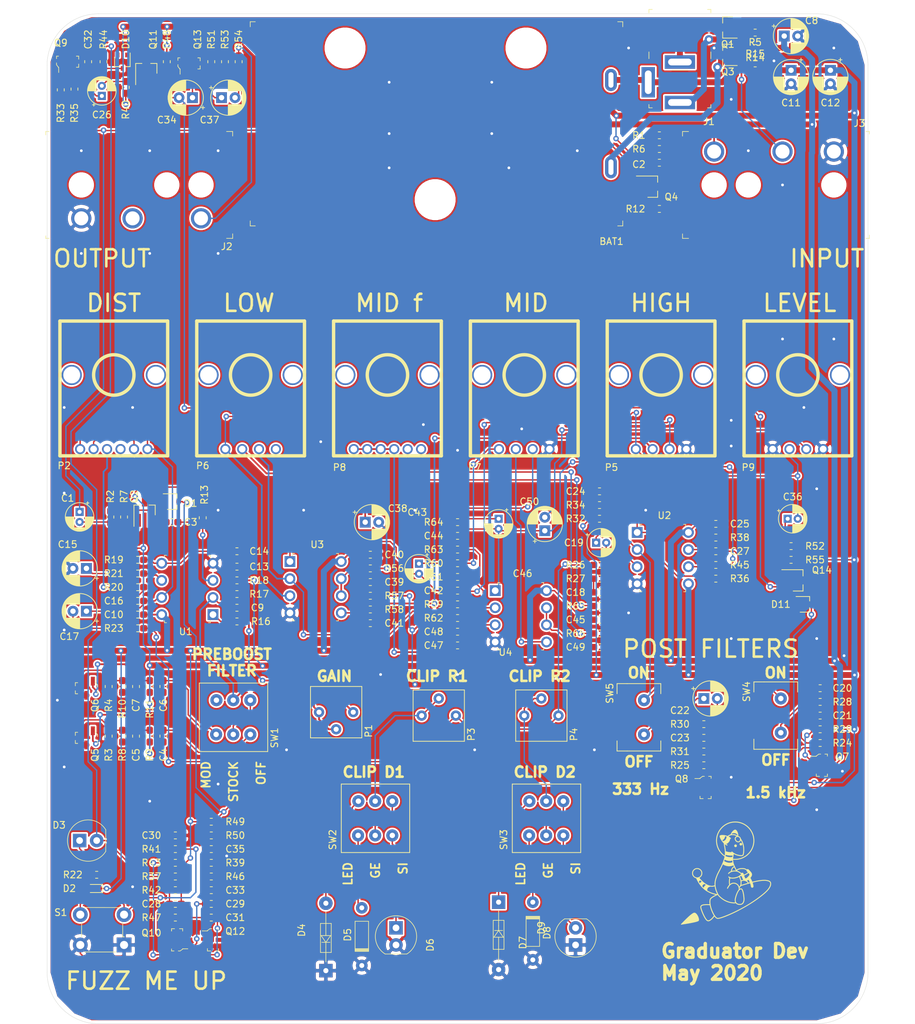
<source format=kicad_pcb>
(kicad_pcb (version 20171130) (host pcbnew "(5.1.5-0-10_14)")
  (layers (0 F.Cu mixed) (31 B.Cu mixed) (35 F.Paste user) (37 F.SilkS user) (38 B.Mask user) (39 F.Mask user) (44 Edge.Cuts user))
  (net 0 "")
  (net 1 "Net-(J2-PadT)")
  (net 2 GND)
  (net 3 "Net-(C9-Pad2)")
  (net 4 "Net-(C42-Pad2)")
  (net 5 /tone_block/TONE_IN)
  (net 6 "Net-(C38-Pad1)")
  (net 7 "Net-(C47-Pad1)")
  (net 8 "Net-(C50-Pad2)")
  (net 9 /tone_block/TONE_OUT)
  (net 10 "Net-(C4-Pad1)")
  (net 11 "Net-(SW1-Pad3)")
  (net 12 "Net-(C6-Pad1)")
  (net 13 "Net-(SW1-Pad1)")
  (net 14 "Net-(D6-Pad1)")
  (net 15 "Net-(SW2-Pad3)")
  (net 16 "Net-(D5-PadA)")
  (net 17 "Net-(D4-Pad2)")
  (net 18 "Net-(D9-Pad2)")
  (net 19 "Net-(SW3-Pad3)")
  (net 20 "Net-(D8-PadK)")
  (net 21 "Net-(D7-Pad1)")
  (net 22 "Net-(C24-Pad2)")
  (net 23 "Net-(C20-Pad1)")
  (net 24 "Net-(C22-Pad1)")
  (net 25 "Net-(C2-Pad2)")
  (net 26 "Net-(C2-Pad1)")
  (net 27 "Net-(C3-Pad2)")
  (net 28 "Net-(C3-Pad1)")
  (net 29 "Net-(C4-Pad2)")
  (net 30 "Net-(C5-Pad2)")
  (net 31 "Net-(C6-Pad2)")
  (net 32 "Net-(C7-Pad2)")
  (net 33 "Net-(C9-Pad1)")
  (net 34 +9V)
  (net 35 "Net-(C13-Pad2)")
  (net 36 +4V)
  (net 37 "Net-(C14-Pad1)")
  (net 38 "Net-(C16-Pad2)")
  (net 39 "Net-(C16-Pad1)")
  (net 40 "Net-(C18-Pad1)")
  (net 41 "Net-(C20-Pad2)")
  (net 42 "Net-(C21-Pad2)")
  (net 43 "Net-(C23-Pad2)")
  (net 44 "Net-(C22-Pad2)")
  (net 45 "Net-(C24-Pad1)")
  (net 46 "Net-(C27-Pad2)")
  (net 47 "Net-(C27-Pad1)")
  (net 48 /SW_BASE_A)
  (net 49 /BYPASS_EN)
  (net 50 /SW_IN_DB)
  (net 51 /SW_BASE_B)
  (net 52 "Net-(C32-Pad1)")
  (net 53 /DIST_IN_EN)
  (net 54 "Net-(C35-Pad1)")
  (net 55 "Net-(C39-Pad2)")
  (net 56 "Net-(C38-Pad2)")
  (net 57 "Net-(C41-Pad1)")
  (net 58 "Net-(C42-Pad1)")
  (net 59 "Net-(C44-Pad2)")
  (net 60 "Net-(C48-Pad2)")
  (net 61 "Net-(C49-Pad2)")
  (net 62 "Net-(C49-Pad1)")
  (net 63 "Net-(D1-Pad2)")
  (net 64 "Net-(D1-Pad1)")
  (net 65 "Net-(D2-Pad2)")
  (net 66 "Net-(D10-Pad2)")
  (net 67 "Net-(D10-Pad1)")
  (net 68 "Net-(D11-Pad2)")
  (net 69 "Net-(D11-Pad1)")
  (net 70 "Net-(J1-Pad2)")
  (net 71 "Net-(J1-Pad1)")
  (net 72 "Net-(C1-Pad2)")
  (net 73 "Net-(BAT1-PadNEG)")
  (net 74 /INPUT_RING)
  (net 75 "Net-(BAT1-PadPOS)")
  (net 76 /BUFFERED_IN)
  (net 77 "Net-(C34-Pad2)")
  (net 78 "Net-(C26-Pad2)")
  (net 79 "Net-(C36-Pad1)")
  (net 80 "Net-(Q5-Pad2)")
  (net 81 "Net-(Q6-Pad2)")
  (net 82 "Net-(C15-Pad1)")
  (net 83 "Net-(D3-Pad1)")
  (net 84 "Net-(C17-Pad2)")
  (net 85 "Net-(Q7-Pad2)")
  (net 86 "Net-(Q8-Pad2)")
  (net 87 "Net-(C19-Pad2)")
  (net 88 "Net-(C19-Pad1)")
  (net 89 "Net-(Q9-Pad1)")
  (net 90 "Net-(C26-Pad1)")
  (net 91 /SW_IN)
  (net 92 "Net-(C34-Pad1)")
  (net 93 "Net-(C37-Pad1)")
  (net 94 "Net-(C37-Pad2)")
  (net 95 "Net-(R56-Pad2)")
  (net 96 "Net-(C43-Pad1)")
  (net 97 "Net-(C46-Pad1)")
  (net 98 "Net-(J3-PadT)")
  (net 99 "Net-(P1-Pad3)")
  (net 100 "Net-(P2-Pad1)")
  (net 101 "Net-(P3-Pad1)")
  (net 102 "Net-(P3-Pad3)")
  (net 103 "Net-(P4-Pad1)")
  (net 104 "Net-(P5-Pad2)")
  (net 105 "Net-(P7-Pad3)")
  (net 106 "Net-(P7-Pad1)")
  (net 107 "Net-(P7-Pad2)")
  (net 108 "Net-(P8-Pad6)")
  (net 109 "Net-(P8-Pad3)")
  (net 110 "Net-(P2-Pad2)")
  (net 111 "Net-(P6-Pad4)")
  (module yellow_fuzz_dev:amph_1_5x1_5 (layer F.Cu) (at 177.038 180.848)
    (fp_text reference G*** hide)
    (fp_text value LOGO hide)
  )
  (module yellow_fuzz_dev:3362PT (layer F.Cu) (at 149.606 157.48)
    (fp_text reference P4 (at 4.826 2.794 90) (layer F.SilkS))
    (fp_text value 3362P-1-102TLF)
    (pad 2 thru_hole circle (at 0 -2.54) (size 1.524 1.524) (drill 0.762) (layers *.Cu *.Mask) (net 103 "Net-(P4-Pad1)"))
    (pad 1 thru_hole circle (at -2.54 0) (size 1.524 1.524) (drill 0.762) (layers *.Cu *.Mask) (net 103 "Net-(P4-Pad1)"))
    (pad 3 thru_hole circle (at 2.54 0) (size 1.524 1.524) (drill 0.762) (layers *.Cu *.Mask) (net 102 "Net-(P3-Pad3)"))
  )
  (module Capacitor_SMD:C_0603_1608Metric_Pad1.05x0.95mm_HandSolder (layer F.Cu) (at 124.206 133.604)
    (fp_text reference C40 (at 3.556 0) (layer F.SilkS))
    (fp_text value 0.1u)
    (pad 2 smd roundrect (at 0.875 0) (size 1.05 0.95) (layers F.Cu F.Paste F.Mask) (net 2 GND))
    (pad 1 smd roundrect (at -0.875 0) (size 1.05 0.95) (layers F.Cu F.Paste F.Mask) (net 34 +9V))
  )
  (module yellow_fuzz_dev:Potentiometer_Bourns_PTV111_4420A_Single_Vertical (layer F.Cu) (at 187.706 106.934)
    (fp_text reference P9 (at -7.366 13.716) (layer F.SilkS))
    (fp_text value PTV111-4420A-A503)
    (pad 3 thru_hole circle (at 1.25 11) (size 1.5 1.5) (drill 1) (layers *.Cu *.Mask) (net 8 "Net-(C50-Pad2)"))
    (pad 1 thru_hole circle (at -3.75 11) (size 1.5 1.5) (drill 1) (layers *.Cu *.Mask) (net 2 GND))
    (pad 2 thru_hole circle (at -1.25 11) (size 1.5 1.5) (drill 1) (layers *.Cu *.Mask) (net 9 /tone_block/TONE_OUT))
    (pad "" thru_hole circle (at 6.25 0) (size 3 3) (drill 2.5) (layers *.Cu *.Mask))
    (pad "" thru_hole circle (at -6.25 0) (size 3 3) (drill 2.5) (layers *.Cu *.Mask))
    (pad 4 thru_hole circle (at 3.75 11) (size 1.5 1.5) (drill 1) (layers *.Cu *.Mask) (net 2 GND))
  )
  (module yellow_fuzz_dev:Potentiometer_Bourns_PTV112_3417A_Dual_Vertical (layer F.Cu) (at 126.746 106.934)
    (fp_text reference P8 (at -7.112 13.716) (layer F.SilkS))
    (fp_text value PTV112-4420A-A503)
    (pad 5 thru_hole circle (at -5 11) (size 1.5 1.5) (drill 1) (layers *.Cu *.Mask) (net 7 "Net-(C47-Pad1)"))
    (pad 6 thru_hole circle (at 5 11) (size 1.5 1.5) (drill 1) (layers *.Cu *.Mask) (net 108 "Net-(P8-Pad6)"))
    (pad 2 thru_hole circle (at 1 11) (size 1.5 1.5) (drill 1) (layers *.Cu *.Mask) (net 7 "Net-(C47-Pad1)"))
    (pad 4 thru_hole circle (at -3 11) (size 1.5 1.5) (drill 1) (layers *.Cu *.Mask) (net 7 "Net-(C47-Pad1)"))
    (pad 1 thru_hole circle (at -1 11) (size 1.5 1.5) (drill 1) (layers *.Cu *.Mask) (net 7 "Net-(C47-Pad1)"))
    (pad "" thru_hole circle (at 6.25 0) (size 3 3) (drill 2.5) (layers *.Cu *.Mask))
    (pad "" thru_hole circle (at -6.25 0) (size 3 3) (drill 2.5) (layers *.Cu *.Mask))
    (pad 3 thru_hole circle (at 3 11) (size 1.5 1.5) (drill 1) (layers *.Cu *.Mask) (net 109 "Net-(P8-Pad3)"))
  )
  (module yellow_fuzz_dev:Potentiometer_Bourns_PTV111_4420A_Single_Vertical (layer F.Cu) (at 147.066 106.934)
    (fp_text reference P7 (at -7.366 13.716) (layer F.SilkS))
    (fp_text value PTV111-4420A-A104)
    (pad 3 thru_hole circle (at 1.25 11) (size 1.5 1.5) (drill 1) (layers *.Cu *.Mask) (net 105 "Net-(P7-Pad3)"))
    (pad 1 thru_hole circle (at -3.75 11) (size 1.5 1.5) (drill 1) (layers *.Cu *.Mask) (net 106 "Net-(P7-Pad1)"))
    (pad 2 thru_hole circle (at -1.25 11) (size 1.5 1.5) (drill 1) (layers *.Cu *.Mask) (net 107 "Net-(P7-Pad2)"))
    (pad "" thru_hole circle (at 6.25 0) (size 3 3) (drill 2.5) (layers *.Cu *.Mask))
    (pad "" thru_hole circle (at -6.25 0) (size 3 3) (drill 2.5) (layers *.Cu *.Mask))
    (pad 4 thru_hole circle (at 3.75 11) (size 1.5 1.5) (drill 1) (layers *.Cu *.Mask) (net 2 GND))
  )
  (module yellow_fuzz_dev:Potentiometer_Bourns_PTV111_4420A_Single_Vertical (layer F.Cu) (at 106.426 106.934)
    (fp_text reference P6 (at -7.112 13.462) (layer F.SilkS))
    (fp_text value PTV111-4420A-A104)
    (pad 3 thru_hole circle (at 1.25 11) (size 1.5 1.5) (drill 1) (layers *.Cu *.Mask) (net 4 "Net-(C42-Pad2)"))
    (pad 1 thru_hole circle (at -3.75 11) (size 1.5 1.5) (drill 1) (layers *.Cu *.Mask) (net 5 /tone_block/TONE_IN))
    (pad 2 thru_hole circle (at -1.25 11) (size 1.5 1.5) (drill 1) (layers *.Cu *.Mask) (net 6 "Net-(C38-Pad1)"))
    (pad "" thru_hole circle (at 6.25 0) (size 3 3) (drill 2.5) (layers *.Cu *.Mask))
    (pad "" thru_hole circle (at -6.25 0) (size 3 3) (drill 2.5) (layers *.Cu *.Mask))
    (pad 4 thru_hole circle (at 3.75 11) (size 1.5 1.5) (drill 1) (layers *.Cu *.Mask) (net 111 "Net-(P6-Pad4)"))
  )
  (module yellow_fuzz_dev:Potentiometer_Bourns_PTV111_4420A_Single_Vertical (layer F.Cu) (at 167.386 106.934)
    (fp_text reference P5 (at -7.366 13.716) (layer F.SilkS))
    (fp_text value PTV111-4420A-A104)
    (pad 3 thru_hole circle (at 1.25 11) (size 1.5 1.5) (drill 1) (layers *.Cu *.Mask) (net 4 "Net-(C42-Pad2)"))
    (pad 1 thru_hole circle (at -3.75 11) (size 1.5 1.5) (drill 1) (layers *.Cu *.Mask) (net 5 /tone_block/TONE_IN))
    (pad 2 thru_hole circle (at -1.25 11) (size 1.5 1.5) (drill 1) (layers *.Cu *.Mask) (net 104 "Net-(P5-Pad2)"))
    (pad "" thru_hole circle (at 6.25 0) (size 3 3) (drill 2.5) (layers *.Cu *.Mask))
    (pad "" thru_hole circle (at -6.25 0) (size 3 3) (drill 2.5) (layers *.Cu *.Mask))
    (pad 4 thru_hole circle (at 3.75 11) (size 1.5 1.5) (drill 1) (layers *.Cu *.Mask) (net 2 GND))
  )
  (module yellow_fuzz_dev:Potentiometer_Bourns_PTV112_3417A_Dual_Vertical (layer F.Cu) (at 86.106 106.934)
    (fp_text reference P2 (at -7.366 13.462) (layer F.SilkS))
    (fp_text value PTV112-4420A-A104)
    (pad 5 thru_hole circle (at -5 11) (size 1.5 1.5) (drill 1) (layers *.Cu *.Mask) (net 39 "Net-(C16-Pad1)"))
    (pad 6 thru_hole circle (at 5 11) (size 1.5 1.5) (drill 1) (layers *.Cu *.Mask) (net 39 "Net-(C16-Pad1)"))
    (pad 2 thru_hole circle (at 1 11) (size 1.5 1.5) (drill 1) (layers *.Cu *.Mask) (net 110 "Net-(P2-Pad2)"))
    (pad 4 thru_hole circle (at -3 11) (size 1.5 1.5) (drill 1) (layers *.Cu *.Mask) (net 110 "Net-(P2-Pad2)"))
    (pad 1 thru_hole circle (at -1 11) (size 1.5 1.5) (drill 1) (layers *.Cu *.Mask) (net 100 "Net-(P2-Pad1)"))
    (pad "" thru_hole circle (at 6.25 0) (size 3 3) (drill 2.5) (layers *.Cu *.Mask))
    (pad "" thru_hole circle (at -6.25 0) (size 3 3) (drill 2.5) (layers *.Cu *.Mask))
    (pad 3 thru_hole circle (at 3 11) (size 1.5 1.5) (drill 1) (layers *.Cu *.Mask) (net 110 "Net-(P2-Pad2)"))
  )
  (module yellow_fuzz_dev:Battery_Holder_9V_BC9VPC-ND (layer F.Cu) (at 147.32 58.42)
    (fp_text reference BAT1 (at 12.7 28.702) (layer F.SilkS))
    (fp_text value BC9VPC)
    (pad POS thru_hole oval (at 12.62 4.74) (size 1.75 3.3) (drill oval 0.75 2.3) (layers *.Cu *.Mask) (net 75 "Net-(BAT1-PadPOS)"))
    (pad "" np_thru_hole circle (at -26.87 0) (size 5.57 5.57) (drill 5.57) (layers *.Cu *.Mask))
    (pad "" np_thru_hole circle (at 0 0) (size 5.57 5.57) (drill 5.57) (layers *.Cu *.Mask))
    (pad "" np_thru_hole circle (at -13.49 22.5) (size 5.57 5.57) (drill 5.57) (layers *.Cu *.Mask))
    (pad NEG thru_hole oval (at 12.62 17.69) (size 1.75 3.3) (drill oval 0.75 2.3) (layers *.Cu *.Mask) (net 73 "Net-(BAT1-PadNEG)"))
  )
  (module yellow_fuzz_dev:Headphone_Jack_6.35mm_SN49B12B (layer F.Cu) (at 93.98 78.74 180)
    (fp_text reference J2 (at -8.89 -9.144) (layer F.SilkS))
    (fp_text value RA49B11)
    (pad "" np_thru_hole circle (at 0 0 180) (size 3.25 3.25) (drill 3.25) (layers *.Cu *.Mask))
    (pad T thru_hole circle (at -5.08 -4.955 180) (size 3 3) (drill 2.08) (layers *.Cu *.Mask) (net 1 "Net-(J2-PadT)"))
    (pad R thru_hole circle (at 5.08 -4.955 180) (size 3 3) (drill 2.08) (layers *.Cu *.Mask))
    (pad S thru_hole circle (at 12.7 -4.955 180) (size 3 3) (drill 2.08) (layers *.Cu *.Mask) (net 2 GND))
    (pad "" np_thru_hole circle (at 12.7 0 180) (size 3.25 3.25) (drill 3.25) (layers *.Cu *.Mask))
    (pad "" np_thru_hole circle (at -5.08 0 180) (size 3.25 3.25) (drill 3.25) (layers *.Cu *.Mask))
  )
  (module yellow_fuzz_dev:Headphone_Jack_6.35mm_SN49B12B (layer F.Cu) (at 180.34 78.74)
    (fp_text reference J3 (at 16.51 -9.144) (layer F.SilkS))
    (fp_text value SN49B12B)
    (pad "" np_thru_hole circle (at 0 0) (size 3.25 3.25) (drill 3.25) (layers *.Cu *.Mask))
    (pad T thru_hole circle (at -5.08 -4.955) (size 3 3) (drill 2.08) (layers *.Cu *.Mask) (net 98 "Net-(J3-PadT)"))
    (pad R thru_hole circle (at 5.08 -4.955) (size 3 3) (drill 2.08) (layers *.Cu *.Mask) (net 74 /INPUT_RING))
    (pad S thru_hole circle (at 12.7 -4.955) (size 3 3) (drill 2.08) (layers *.Cu *.Mask) (net 2 GND))
    (pad "" np_thru_hole circle (at 12.7 0) (size 3.25 3.25) (drill 3.25) (layers *.Cu *.Mask))
    (pad "" np_thru_hole circle (at -5.08 0) (size 3.25 3.25) (drill 3.25) (layers *.Cu *.Mask))
  )
  (module yellow_fuzz_dev:Barrel_Jack_5.5mmODx2.1mmID_PJ-202A (layer F.Cu) (at 170.18 63.5)
    (fp_text reference J1 (at 4.318 5.842) (layer F.SilkS))
    (fp_text value PJ-202A)
    (pad 2 thru_hole rect (at 0 -3) (size 4.5 2) (drill oval 3.5 1) (layers *.Cu *.Mask) (net 70 "Net-(J1-Pad2)"))
    (pad 1 thru_hole rect (at 0 3) (size 4.5 2) (drill oval 3.5 1) (layers *.Cu *.Mask) (net 71 "Net-(J1-Pad1)"))
    (pad 3 thru_hole rect (at -4.7 0) (size 2 4.5) (drill oval 1 3.5) (layers *.Cu *.Mask) (net 75 "Net-(BAT1-PadPOS)"))
  )
  (module yellow_fuzz_dev:DIP-8_W7.62mm (layer F.Cu) (at 142.748 138.938)
    (fp_text reference U4 (at 1.524 9.144) (layer F.SilkS))
    (fp_text value TL072CP)
    (pad 8 thru_hole circle (at 7.62 0) (size 1.6 1.6) (drill 1) (layers *.Cu *.Mask) (net 34 +9V))
    (pad 7 thru_hole circle (at 7.62 2.54) (size 1.6 1.6) (drill 1) (layers *.Cu *.Mask) (net 62 "Net-(C49-Pad1)"))
    (pad 6 thru_hole circle (at 7.62 5.08) (size 1.6 1.6) (drill 1) (layers *.Cu *.Mask) (net 62 "Net-(C49-Pad1)"))
    (pad 5 thru_hole circle (at 7.62 7.62) (size 1.6 1.6) (drill 1) (layers *.Cu *.Mask) (net 107 "Net-(P7-Pad2)"))
    (pad 4 thru_hole circle (at 0 7.62) (size 1.6 1.6) (drill 1) (layers *.Cu *.Mask) (net 2 GND))
    (pad 3 thru_hole circle (at 0 5.08) (size 1.6 1.6) (drill 1) (layers *.Cu *.Mask) (net 60 "Net-(C48-Pad2)"))
    (pad 2 thru_hole circle (at 0 2.54) (size 1.6 1.6) (drill 1) (layers *.Cu *.Mask) (net 59 "Net-(C44-Pad2)"))
    (pad 1 thru_hole rect (at 0 0) (size 1.6 1.6) (drill 1) (layers *.Cu *.Mask) (net 9 /tone_block/TONE_OUT))
  )
  (module yellow_fuzz_dev:DIP-8_W7.62mm (layer F.Cu) (at 112.268 134.62)
    (fp_text reference U3 (at 4.05 -2.52) (layer F.SilkS))
    (fp_text value TL072CP)
    (pad 8 thru_hole circle (at 7.62 0) (size 1.6 1.6) (drill 1) (layers *.Cu *.Mask) (net 34 +9V))
    (pad 7 thru_hole circle (at 7.62 2.54) (size 1.6 1.6) (drill 1) (layers *.Cu *.Mask) (net 95 "Net-(R56-Pad2)"))
    (pad 6 thru_hole circle (at 7.62 5.08) (size 1.6 1.6) (drill 1) (layers *.Cu *.Mask) (net 95 "Net-(R56-Pad2)"))
    (pad 5 thru_hole circle (at 7.62 7.62) (size 1.6 1.6) (drill 1) (layers *.Cu *.Mask) (net 55 "Net-(C39-Pad2)"))
    (pad 4 thru_hole circle (at 0 7.62) (size 1.6 1.6) (drill 1) (layers *.Cu *.Mask) (net 2 GND))
    (pad 3 thru_hole circle (at 0 5.08) (size 1.6 1.6) (drill 1) (layers *.Cu *.Mask) (net 5 /tone_block/TONE_IN))
    (pad 2 thru_hole circle (at 0 2.54) (size 1.6 1.6) (drill 1) (layers *.Cu *.Mask) (net 4 "Net-(C42-Pad2)"))
    (pad 1 thru_hole rect (at 0 0) (size 1.6 1.6) (drill 1) (layers *.Cu *.Mask) (net 58 "Net-(C42-Pad1)"))
  )
  (module yellow_fuzz_dev:DIP-8_W7.62mm (layer F.Cu) (at 163.83 130.302)
    (fp_text reference U2 (at 4.05 -2.52) (layer F.SilkS))
    (fp_text value TL072CP)
    (pad 8 thru_hole circle (at 7.62 0) (size 1.6 1.6) (drill 1) (layers *.Cu *.Mask) (net 34 +9V))
    (pad 7 thru_hole circle (at 7.62 2.54) (size 1.6 1.6) (drill 1) (layers *.Cu *.Mask) (net 47 "Net-(C27-Pad1)"))
    (pad 6 thru_hole circle (at 7.62 5.08) (size 1.6 1.6) (drill 1) (layers *.Cu *.Mask) (net 46 "Net-(C27-Pad2)"))
    (pad 5 thru_hole circle (at 7.62 7.62) (size 1.6 1.6) (drill 1) (layers *.Cu *.Mask) (net 36 +4V))
    (pad 4 thru_hole circle (at 0 7.62) (size 1.6 1.6) (drill 1) (layers *.Cu *.Mask) (net 2 GND))
    (pad 3 thru_hole circle (at 0 5.08) (size 1.6 1.6) (drill 1) (layers *.Cu *.Mask) (net 88 "Net-(C19-Pad1)"))
    (pad 2 thru_hole circle (at 0 2.54) (size 1.6 1.6) (drill 1) (layers *.Cu *.Mask) (net 22 "Net-(C24-Pad2)"))
    (pad 1 thru_hole rect (at 0 0) (size 1.6 1.6) (drill 1) (layers *.Cu *.Mask) (net 45 "Net-(C24-Pad1)"))
  )
  (module yellow_fuzz_dev:DIP-8_W7.62mm (layer F.Cu) (at 100.838 142.494 180)
    (fp_text reference U1 (at 4.05 -2.52) (layer F.SilkS))
    (fp_text value TL072CP)
    (pad 8 thru_hole circle (at 7.62 0 180) (size 1.6 1.6) (drill 1) (layers *.Cu *.Mask) (net 34 +9V))
    (pad 7 thru_hole circle (at 7.62 2.54 180) (size 1.6 1.6) (drill 1) (layers *.Cu *.Mask) (net 39 "Net-(C16-Pad1)"))
    (pad 6 thru_hole circle (at 7.62 5.08 180) (size 1.6 1.6) (drill 1) (layers *.Cu *.Mask) (net 38 "Net-(C16-Pad2)"))
    (pad 5 thru_hole circle (at 7.62 7.62 180) (size 1.6 1.6) (drill 1) (layers *.Cu *.Mask) (net 37 "Net-(C14-Pad1)"))
    (pad 4 thru_hole circle (at 0 7.62 180) (size 1.6 1.6) (drill 1) (layers *.Cu *.Mask) (net 2 GND))
    (pad 3 thru_hole circle (at 0 5.08 180) (size 1.6 1.6) (drill 1) (layers *.Cu *.Mask) (net 28 "Net-(C3-Pad1)"))
    (pad 2 thru_hole circle (at 0 2.54 180) (size 1.6 1.6) (drill 1) (layers *.Cu *.Mask) (net 3 "Net-(C9-Pad2)"))
    (pad 1 thru_hole rect (at 0 0 180) (size 1.6 1.6) (drill 1) (layers *.Cu *.Mask) (net 33 "Net-(C9-Pad1)"))
  )
  (module yellow_fuzz_dev:Switch_Tactile_THT_6x6mm (layer F.Cu) (at 87.63 191.516 180)
    (fp_text reference S1 (at 9.398 4.826) (layer F.SilkS))
    (fp_text value 1825910-6)
    (pad 3 thru_hole circle (at 0 4.5 180) (size 2.2 2.2) (drill 1.2) (layers *.Cu *.Mask) (net 91 /SW_IN))
    (pad 4 thru_hole circle (at 6.5 4.5 180) (size 2.2 2.2) (drill 1.2) (layers *.Cu *.Mask) (net 91 /SW_IN))
    (pad 2 thru_hole circle (at 6.5 0 180) (size 2.2 2.2) (drill 1.2) (layers *.Cu *.Mask) (net 2 GND))
    (pad 1 thru_hole rect (at 0 0 180) (size 2.2 2.2) (drill 1.2) (layers *.Cu *.Mask) (net 2 GND))
  )
  (module yellow_fuzz_dev:3362PT (layer F.Cu) (at 134.366 157.48)
    (fp_text reference P3 (at 4.826 2.794 90) (layer F.SilkS))
    (fp_text value 3362P-1-102TLF)
    (pad 2 thru_hole circle (at 0 -2.54) (size 1.524 1.524) (drill 0.762) (layers *.Cu *.Mask) (net 101 "Net-(P3-Pad1)"))
    (pad 1 thru_hole circle (at -2.54 0) (size 1.524 1.524) (drill 0.762) (layers *.Cu *.Mask) (net 101 "Net-(P3-Pad1)"))
    (pad 3 thru_hole circle (at 2.54 0) (size 1.524 1.524) (drill 0.762) (layers *.Cu *.Mask) (net 102 "Net-(P3-Pad3)"))
  )
  (module Capacitor_THT:CP_Radial_D5.0mm_P2.00mm (layer F.Cu) (at 150.114 130.048 90)
    (fp_text reference C50 (at 4.318 -2.286) (layer F.SilkS))
    (fp_text value 10u)
    (pad 2 thru_hole circle (at 2 0 90) (size 1.6 1.6) (drill 0.8) (layers *.Cu *.Mask) (net 8 "Net-(C50-Pad2)"))
    (pad 1 thru_hole rect (at 0 0 90) (size 1.6 1.6) (drill 0.8) (layers *.Cu *.Mask) (net 9 /tone_block/TONE_OUT))
  )
  (module Capacitor_THT:CP_Radial_D4.0mm_P1.50mm (layer F.Cu) (at 143.256 128.27 270)
    (fp_text reference C46 (at 8.128 -3.556 180) (layer F.SilkS))
    (fp_text value 1u)
    (pad 2 thru_hole circle (at 1.5 0 270) (size 1.2 1.2) (drill 0.6) (layers *.Cu *.Mask) (net 9 /tone_block/TONE_OUT))
    (pad 1 thru_hole rect (at 0 0 270) (size 1.2 1.2) (drill 0.6) (layers *.Cu *.Mask) (net 97 "Net-(C46-Pad1)"))
  )
  (module Capacitor_THT:CP_Radial_D4.0mm_P1.50mm (layer F.Cu) (at 131.4323 134.9375 270)
    (fp_text reference C43 (at -7.62 0.254 180) (layer F.SilkS))
    (fp_text value 1u)
    (pad 2 thru_hole circle (at 1.5 0 270) (size 1.2 1.2) (drill 0.6) (layers *.Cu *.Mask) (net 58 "Net-(C42-Pad1)"))
    (pad 1 thru_hole rect (at 0 0 270) (size 1.2 1.2) (drill 0.6) (layers *.Cu *.Mask) (net 96 "Net-(C43-Pad1)"))
  )
  (module Capacitor_THT:CP_Radial_D5.0mm_P2.00mm (layer F.Cu) (at 123.444 128.778)
    (fp_text reference C38 (at 4.826 -2.032) (layer F.SilkS))
    (fp_text value 220n)
    (pad 2 thru_hole circle (at 2 0) (size 1.6 1.6) (drill 0.8) (layers *.Cu *.Mask) (net 56 "Net-(C38-Pad2)"))
    (pad 1 thru_hole rect (at 0 0) (size 1.6 1.6) (drill 0.8) (layers *.Cu *.Mask) (net 6 "Net-(C38-Pad1)"))
  )
  (module Capacitor_THT:CP_Radial_D5.0mm_P2.00mm (layer F.Cu) (at 102.108 65.786)
    (fp_text reference C37 (at -1.778 3.302) (layer F.SilkS))
    (fp_text value 10u)
    (pad 2 thru_hole circle (at 2 0) (size 1.6 1.6) (drill 0.8) (layers *.Cu *.Mask) (net 94 "Net-(C37-Pad2)"))
    (pad 1 thru_hole rect (at 0 0) (size 1.6 1.6) (drill 0.8) (layers *.Cu *.Mask) (net 93 "Net-(C37-Pad1)"))
  )
  (module Capacitor_THT:CP_Radial_D4.0mm_P1.50mm (layer F.Cu) (at 186.182 128.27)
    (fp_text reference C36 (at 0.75 -3.25) (layer F.SilkS))
    (fp_text value 1u)
    (pad 2 thru_hole circle (at 1.5 0) (size 1.2 1.2) (drill 0.6) (layers *.Cu *.Mask) (net 9 /tone_block/TONE_OUT))
    (pad 1 thru_hole rect (at 0 0) (size 1.2 1.2) (drill 0.6) (layers *.Cu *.Mask) (net 79 "Net-(C36-Pad1)"))
  )
  (module Capacitor_THT:CP_Radial_D5.0mm_P2.00mm (layer F.Cu) (at 97.79 65.786 180)
    (fp_text reference C34 (at 3.81 -3.302) (layer F.SilkS))
    (fp_text value 10u)
    (pad 2 thru_hole circle (at 2 0 180) (size 1.6 1.6) (drill 0.8) (layers *.Cu *.Mask) (net 77 "Net-(C34-Pad2)"))
    (pad 1 thru_hole rect (at 0 0 180) (size 1.6 1.6) (drill 0.8) (layers *.Cu *.Mask) (net 92 "Net-(C34-Pad1)"))
  )
  (module Capacitor_THT:CP_Radial_D4.0mm_P1.50mm (layer F.Cu) (at 84.328 65.532 90)
    (fp_text reference C26 (at -2.794 0 180) (layer F.SilkS))
    (fp_text value 1u)
    (pad 2 thru_hole circle (at 1.5 0 90) (size 1.2 1.2) (drill 0.6) (layers *.Cu *.Mask) (net 78 "Net-(C26-Pad2)"))
    (pad 1 thru_hole rect (at 0 0 90) (size 1.2 1.2) (drill 0.6) (layers *.Cu *.Mask) (net 90 "Net-(C26-Pad1)"))
  )
  (module Capacitor_THT:CP_Radial_D5.0mm_P2.00mm (layer F.Cu) (at 173.736 154.94)
    (fp_text reference C22 (at -3.556 1.778) (layer F.SilkS))
    (fp_text value 220n)
    (pad 2 thru_hole circle (at 2 0) (size 1.6 1.6) (drill 0.8) (layers *.Cu *.Mask) (net 44 "Net-(C22-Pad2)"))
    (pad 1 thru_hole rect (at 0 0) (size 1.6 1.6) (drill 0.8) (layers *.Cu *.Mask) (net 24 "Net-(C22-Pad1)"))
  )
  (module Capacitor_THT:CP_Radial_D4.0mm_P1.50mm (layer F.Cu) (at 157.734 131.826)
    (fp_text reference C19 (at -3.302 0) (layer F.SilkS))
    (fp_text value 1u)
    (pad 2 thru_hole circle (at 1.5 0) (size 1.2 1.2) (drill 0.6) (layers *.Cu *.Mask) (net 87 "Net-(C19-Pad2)"))
    (pad 1 thru_hole rect (at 0 0) (size 1.2 1.2) (drill 0.6) (layers *.Cu *.Mask) (net 88 "Net-(C19-Pad1)"))
  )
  (module Capacitor_THT:CP_Radial_D5.0mm_P2.00mm (layer F.Cu) (at 82.042 141.986 180)
    (fp_text reference C17 (at 2.54 -3.75) (layer F.SilkS))
    (fp_text value 10u)
    (pad 2 thru_hole circle (at 2 0 180) (size 1.6 1.6) (drill 0.8) (layers *.Cu *.Mask) (net 84 "Net-(C17-Pad2)"))
    (pad 1 thru_hole rect (at 0 0 180) (size 1.6 1.6) (drill 0.8) (layers *.Cu *.Mask) (net 39 "Net-(C16-Pad1)"))
  )
  (module Capacitor_THT:CP_Radial_D5.0mm_P2.00mm (layer F.Cu) (at 82.042 135.636 180)
    (fp_text reference C15 (at 2.794 3.556) (layer F.SilkS))
    (fp_text value 10u)
    (pad 2 thru_hole circle (at 2 0 180) (size 1.6 1.6) (drill 0.8) (layers *.Cu *.Mask) (net 2 GND))
    (pad 1 thru_hole rect (at 0 0 180) (size 1.6 1.6) (drill 0.8) (layers *.Cu *.Mask) (net 82 "Net-(C15-Pad1)"))
  )
  (module Capacitor_THT:CP_Radial_D5.0mm_P2.00mm (layer F.Cu) (at 192.532 61.722 270)
    (fp_text reference C12 (at 4.826 0 180) (layer F.SilkS))
    (fp_text value 100u)
    (pad 2 thru_hole circle (at 2 0 270) (size 1.6 1.6) (drill 0.8) (layers *.Cu *.Mask) (net 2 GND))
    (pad 1 thru_hole rect (at 0 0 270) (size 1.6 1.6) (drill 0.8) (layers *.Cu *.Mask) (net 36 +4V))
  )
  (module Capacitor_THT:CP_Radial_D5.0mm_P2.00mm (layer F.Cu) (at 186.69 61.722 270)
    (fp_text reference C11 (at 4.826 0 180) (layer F.SilkS))
    (fp_text value 100u)
    (pad 2 thru_hole circle (at 2 0 270) (size 1.6 1.6) (drill 0.8) (layers *.Cu *.Mask) (net 2 GND))
    (pad 1 thru_hole rect (at 0 0 270) (size 1.6 1.6) (drill 0.8) (layers *.Cu *.Mask) (net 36 +4V))
  )
  (module Capacitor_THT:CP_Radial_D5.0mm_P2.00mm (layer F.Cu) (at 185.674 56.642)
    (fp_text reference C8 (at 4.064 -2.286) (layer F.SilkS))
    (fp_text value 100u)
    (pad 2 thru_hole circle (at 2 0) (size 1.6 1.6) (drill 0.8) (layers *.Cu *.Mask) (net 2 GND))
    (pad 1 thru_hole rect (at 0 0) (size 1.6 1.6) (drill 0.8) (layers *.Cu *.Mask) (net 34 +9V))
  )
  (module Capacitor_THT:CP_Radial_D4.0mm_P1.50mm (layer F.Cu) (at 81.026 127.254 270)
    (fp_text reference C1 (at -2.032 1.778 180) (layer F.SilkS))
    (fp_text value 1u)
    (pad 2 thru_hole circle (at 1.5 0 270) (size 1.2 1.2) (drill 0.6) (layers *.Cu *.Mask) (net 72 "Net-(C1-Pad2)"))
    (pad 1 thru_hole rect (at 0 0 270) (size 1.2 1.2) (drill 0.6) (layers *.Cu *.Mask) (net 76 /BUFFERED_IN))
  )
  (module digikey:SOT-23-3 (layer F.Cu) (at 82.042 153.416 270)
    (fp_text reference Q6 (at 2.54 -1.27 90) (layer F.SilkS))
    (fp_text value BC817-25-TP)
    (pad 1 smd rect (at -1.05 -0.95 270) (size 1.3 0.6) (layers F.Cu F.Paste F.Mask) (net 32 "Net-(C7-Pad2)"))
    (pad 2 smd rect (at -1.05 0.95 270) (size 1.3 0.6) (layers F.Cu F.Paste F.Mask) (net 81 "Net-(Q6-Pad2)"))
    (pad 3 smd rect (at 1.05 0 270) (size 1.3 0.6) (layers F.Cu F.Paste F.Mask) (net 34 +9V))
  )
  (module digikey:DO-35 (layer F.Cu) (at 148.336 185.166 270)
    (fp_text reference D8 (at 4.55 -2.1 90) (layer F.SilkS))
    (fp_text value 1N34A)
    (pad A thru_hole circle (at 8.56 0 270) (size 1.733 1.733) (drill 0.733) (layers *.Cu *.Mask) (net 2 GND))
    (pad K thru_hole circle (at 0 0 270) (size 1.733 1.733) (drill 0.733) (layers *.Cu *.Mask) (net 20 "Net-(D8-PadK)"))
  )
  (module digikey:Diode_DO-35_P10mm (layer F.Cu) (at 143.256 185.166 270)
    (fp_text reference D7 (at 6 -3.6 90) (layer F.SilkS))
    (fp_text value 1N4148)
    (pad 2 thru_hole circle (at 10 0 270) (size 2 2) (drill 0.76) (layers *.Cu *.Mask) (net 2 GND))
    (pad 1 thru_hole rect (at 0 0 270) (size 2 2) (drill 0.76) (layers *.Cu *.Mask) (net 21 "Net-(D7-Pad1)"))
  )
  (module digikey:DO-35 (layer F.Cu) (at 122.936 194.564 90)
    (fp_text reference D5 (at 4.55 -2.1 90) (layer F.SilkS))
    (fp_text value 1N34A)
    (pad A thru_hole circle (at 8.56 0 90) (size 1.733 1.733) (drill 0.733) (layers *.Cu *.Mask) (net 16 "Net-(D5-PadA)"))
    (pad K thru_hole circle (at 0 0 90) (size 1.733 1.733) (drill 0.733) (layers *.Cu *.Mask) (net 2 GND))
  )
  (module digikey:Diode_DO-35_P10mm (layer F.Cu) (at 117.602 195.326 90)
    (fp_text reference D4 (at 6 -3.6 90) (layer F.SilkS))
    (fp_text value 1N4148)
    (pad 2 thru_hole circle (at 10 0 90) (size 2 2) (drill 0.76) (layers *.Cu *.Mask) (net 17 "Net-(D4-Pad2)"))
    (pad 1 thru_hole rect (at 0 0 90) (size 2 2) (drill 0.76) (layers *.Cu *.Mask) (net 2 GND))
  )
  (module digikey:LED_5mm_Radial (layer F.Cu) (at 154.686 188.976 90)
    (fp_text reference D9 (at 0 -5.08 90) (layer F.SilkS))
    (fp_text value WP7113QBC_D)
    (pad 1 thru_hole rect (at -2.54 0 90) (size 2 2) (drill 1) (layers *.Cu *.Mask) (net 2 GND))
    (pad 2 thru_hole circle (at 0 0 90) (size 2 2) (drill 1) (layers *.Cu *.Mask) (net 18 "Net-(D9-Pad2)"))
  )
  (module digikey:LED_5mm_Radial (layer F.Cu) (at 128.016 191.516 270)
    (fp_text reference D6 (at 0 -5.08 90) (layer F.SilkS))
    (fp_text value WP7113QBC_D)
    (pad 1 thru_hole rect (at -2.54 0 270) (size 2 2) (drill 1) (layers *.Cu *.Mask) (net 14 "Net-(D6-Pad1)"))
    (pad 2 thru_hole circle (at 0 0 270) (size 2 2) (drill 1) (layers *.Cu *.Mask) (net 2 GND))
  )
  (module digikey:LED_5mm_Radial (layer F.Cu) (at 83.566 176.022)
    (fp_text reference D3 (at -5.588 -2.286) (layer F.SilkS))
    (fp_text value WP7113QBC_D)
    (pad 1 thru_hole rect (at -2.54 0) (size 2 2) (drill 1) (layers *.Cu *.Mask) (net 83 "Net-(D3-Pad1)"))
    (pad 2 thru_hole circle (at 0 0) (size 2 2) (drill 1) (layers *.Cu *.Mask) (net 49 /BYPASS_EN))
  )
  (module digikey:SOT-23-3 (layer F.Cu) (at 100.838 190.754)
    (fp_text reference Q12 (at 3.302 -1.27) (layer F.SilkS))
    (fp_text value BC817-25-TP)
    (pad 1 smd rect (at -1.05 -0.95) (size 1.3 0.6) (layers F.Cu F.Paste F.Mask) (net 48 /SW_BASE_A))
    (pad 2 smd rect (at -1.05 0.95) (size 1.3 0.6) (layers F.Cu F.Paste F.Mask) (net 2 GND))
    (pad 3 smd rect (at 1.05 0) (size 1.3 0.6) (layers F.Cu F.Paste F.Mask) (net 53 /DIST_IN_EN))
  )
  (module digikey:SOT-23-3 (layer F.Cu) (at 95.504 190.754 180)
    (fp_text reference Q10 (at 3.81 1.016) (layer F.SilkS))
    (fp_text value BC817-25-TP)
    (pad 1 smd rect (at -1.05 -0.95 180) (size 1.3 0.6) (layers F.Cu F.Paste F.Mask) (net 51 /SW_BASE_B))
    (pad 2 smd rect (at -1.05 0.95 180) (size 1.3 0.6) (layers F.Cu F.Paste F.Mask) (net 2 GND))
    (pad 3 smd rect (at 1.05 0 180) (size 1.3 0.6) (layers F.Cu F.Paste F.Mask) (net 49 /BYPASS_EN))
  )
  (module digikey:SOT-23-3 (layer F.Cu) (at 79.248 60.452 90)
    (fp_text reference Q9 (at 2.794 -1.016 180) (layer F.SilkS))
    (fp_text value BC817-25-TP)
    (pad 1 smd rect (at -1.05 -0.95 90) (size 1.3 0.6) (layers F.Cu F.Paste F.Mask) (net 89 "Net-(Q9-Pad1)"))
    (pad 2 smd rect (at -1.05 0.95 90) (size 1.3 0.6) (layers F.Cu F.Paste F.Mask) (net 90 "Net-(C26-Pad1)"))
    (pad 3 smd rect (at 1.05 0 90) (size 1.3 0.6) (layers F.Cu F.Paste F.Mask) (net 34 +9V))
  )
  (module digikey:SOT-23-3 (layer F.Cu) (at 173.99 168.148)
    (fp_text reference Q8 (at -3.556 -1.27) (layer F.SilkS))
    (fp_text value BC817-25-TP)
    (pad 1 smd rect (at -1.05 -0.95) (size 1.3 0.6) (layers F.Cu F.Paste F.Mask) (net 43 "Net-(C23-Pad2)"))
    (pad 2 smd rect (at -1.05 0.95) (size 1.3 0.6) (layers F.Cu F.Paste F.Mask) (net 86 "Net-(Q8-Pad2)"))
    (pad 3 smd rect (at 1.05 0) (size 1.3 0.6) (layers F.Cu F.Paste F.Mask) (net 34 +9V))
  )
  (module digikey:SOT-23-3 (layer F.Cu) (at 191.262 164.846)
    (fp_text reference Q7 (at 3.048 -1.27) (layer F.SilkS))
    (fp_text value BC817-25-TP)
    (pad 1 smd rect (at -1.05 -0.95) (size 1.3 0.6) (layers F.Cu F.Paste F.Mask) (net 42 "Net-(C21-Pad2)"))
    (pad 2 smd rect (at -1.05 0.95) (size 1.3 0.6) (layers F.Cu F.Paste F.Mask) (net 85 "Net-(Q7-Pad2)"))
    (pad 3 smd rect (at 1.05 0) (size 1.3 0.6) (layers F.Cu F.Paste F.Mask) (net 34 +9V))
  )
  (module digikey:SOT-23-3 (layer F.Cu) (at 82.042 160.782 270)
    (fp_text reference Q5 (at 2.54 -1.27 90) (layer F.SilkS))
    (fp_text value BC817-25-TP)
    (pad 1 smd rect (at -1.05 -0.95 270) (size 1.3 0.6) (layers F.Cu F.Paste F.Mask) (net 30 "Net-(C5-Pad2)"))
    (pad 2 smd rect (at -1.05 0.95 270) (size 1.3 0.6) (layers F.Cu F.Paste F.Mask) (net 80 "Net-(Q5-Pad2)"))
    (pad 3 smd rect (at 1.05 0 270) (size 1.3 0.6) (layers F.Cu F.Paste F.Mask) (net 34 +9V))
  )
  (module digikey:SOT-23-3 (layer F.Cu) (at 97.282 60.706 90)
    (fp_text reference Q13 (at 3.556 1.27 90) (layer F.SilkS))
    (fp_text value BC817-25-TP)
    (pad 1 smd rect (at -1.05 -0.95 90) (size 1.3 0.6) (layers F.Cu F.Paste F.Mask) (net 92 "Net-(C34-Pad1)"))
    (pad 2 smd rect (at -1.05 0.95 90) (size 1.3 0.6) (layers F.Cu F.Paste F.Mask) (net 93 "Net-(C37-Pad1)"))
    (pad 3 smd rect (at 1.05 0 90) (size 1.3 0.6) (layers F.Cu F.Paste F.Mask) (net 34 +9V))
  )
  (module Resistor_SMD:R_0603_1608Metric_Pad1.05x0.95mm_HandSolder (layer F.Cu) (at 158.242 145.288 180)
    (fp_text reference R66 (at 3.556 0) (layer F.SilkS))
    (fp_text value 2.2k)
    (pad 2 smd roundrect (at 0.875 0 180) (size 1.05 0.95) (layers F.Cu F.Paste F.Mask) (net 108 "Net-(P8-Pad6)"))
    (pad 1 smd roundrect (at -0.875 0 180) (size 1.05 0.95) (layers F.Cu F.Paste F.Mask) (net 61 "Net-(C49-Pad2)"))
  )
  (module Resistor_SMD:R_0603_1608Metric_Pad1.05x0.95mm_HandSolder (layer F.Cu) (at 158.242 141.224)
    (fp_text reference R65 (at -3.556 0) (layer F.SilkS))
    (fp_text value 2.2k)
    (pad 2 smd roundrect (at 0.875 0) (size 1.05 0.95) (layers F.Cu F.Paste F.Mask) (net 2 GND))
    (pad 1 smd roundrect (at -0.875 0) (size 1.05 0.95) (layers F.Cu F.Paste F.Mask) (net 109 "Net-(P8-Pad3)"))
  )
  (module Resistor_SMD:R_0603_1608Metric_Pad1.05x0.95mm_HandSolder (layer F.Cu) (at 137.16 128.778 180)
    (fp_text reference R64 (at 3.556 0) (layer F.SilkS))
    (fp_text value 330)
    (pad 2 smd roundrect (at 0.875 0 180) (size 1.05 0.95) (layers F.Cu F.Paste F.Mask) (net 105 "Net-(P7-Pad3)"))
    (pad 1 smd roundrect (at -0.875 0 180) (size 1.05 0.95) (layers F.Cu F.Paste F.Mask) (net 97 "Net-(C46-Pad1)"))
  )
  (module Resistor_SMD:R_0603_1608Metric_Pad1.05x0.95mm_HandSolder (layer F.Cu) (at 137.16 132.842)
    (fp_text reference R63 (at -3.556 0) (layer F.SilkS))
    (fp_text value 47k)
    (pad 2 smd roundrect (at 0.875 0) (size 1.05 0.95) (layers F.Cu F.Paste F.Mask) (net 59 "Net-(C44-Pad2)"))
    (pad 1 smd roundrect (at -0.875 0) (size 1.05 0.95) (layers F.Cu F.Paste F.Mask) (net 9 /tone_block/TONE_OUT))
  )
  (module Resistor_SMD:R_0603_1608Metric_Pad1.05x0.95mm_HandSolder (layer F.Cu) (at 137.16 143.002 180)
    (fp_text reference R62 (at 3.556 0) (layer F.SilkS))
    (fp_text value 1M)
    (pad 2 smd roundrect (at 0.875 0 180) (size 1.05 0.95) (layers F.Cu F.Paste F.Mask) (net 36 +4V))
    (pad 1 smd roundrect (at -0.875 0 180) (size 1.05 0.95) (layers F.Cu F.Paste F.Mask) (net 60 "Net-(C48-Pad2)"))
  )
  (module Resistor_SMD:R_0603_1608Metric_Pad1.05x0.95mm_HandSolder (layer F.Cu) (at 137.16 136.906 180)
    (fp_text reference R61 (at 3.556 0) (layer F.SilkS))
    (fp_text value 47k)
    (pad 2 smd roundrect (at 0.875 0 180) (size 1.05 0.95) (layers F.Cu F.Paste F.Mask) (net 96 "Net-(C43-Pad1)"))
    (pad 1 smd roundrect (at -0.875 0 180) (size 1.05 0.95) (layers F.Cu F.Paste F.Mask) (net 59 "Net-(C44-Pad2)"))
  )
  (module Resistor_SMD:R_0603_1608Metric_Pad1.05x0.95mm_HandSolder (layer F.Cu) (at 137.16 134.874)
    (fp_text reference R60 (at -3.556 0) (layer F.SilkS))
    (fp_text value 330)
    (pad 2 smd roundrect (at 0.875 0) (size 1.05 0.95) (layers F.Cu F.Paste F.Mask) (net 106 "Net-(P7-Pad1)"))
    (pad 1 smd roundrect (at -0.875 0) (size 1.05 0.95) (layers F.Cu F.Paste F.Mask) (net 96 "Net-(C43-Pad1)"))
  )
  (module Resistor_SMD:R_0603_1608Metric_Pad1.05x0.95mm_HandSolder (layer F.Cu) (at 137.16 140.97)
    (fp_text reference R59 (at -3.556 0) (layer F.SilkS))
    (fp_text value 22k)
    (pad 2 smd roundrect (at 0.875 0) (size 1.05 0.95) (layers F.Cu F.Paste F.Mask) (net 4 "Net-(C42-Pad2)"))
    (pad 1 smd roundrect (at -0.875 0) (size 1.05 0.95) (layers F.Cu F.Paste F.Mask) (net 58 "Net-(C42-Pad1)"))
  )
  (module Resistor_SMD:R_0603_1608Metric_Pad1.05x0.95mm_HandSolder (layer F.Cu) (at 124.206 141.732)
    (fp_text reference R58 (at 3.556 0) (layer F.SilkS))
    (fp_text value 2.2k)
    (pad 2 smd roundrect (at 0.875 0) (size 1.05 0.95) (layers F.Cu F.Paste F.Mask) (net 57 "Net-(C41-Pad1)"))
    (pad 1 smd roundrect (at -0.875 0) (size 1.05 0.95) (layers F.Cu F.Paste F.Mask) (net 104 "Net-(P5-Pad2)"))
  )
  (module Resistor_SMD:R_0603_1608Metric_Pad1.05x0.95mm_HandSolder (layer F.Cu) (at 124.206 139.7)
    (fp_text reference R57 (at 3.556 0) (layer F.SilkS))
    (fp_text value 100k)
    (pad 2 smd roundrect (at 0.875 0) (size 1.05 0.95) (layers F.Cu F.Paste F.Mask) (net 36 +4V))
    (pad 1 smd roundrect (at -0.875 0) (size 1.05 0.95) (layers F.Cu F.Paste F.Mask) (net 55 "Net-(C39-Pad2)"))
  )
  (module Resistor_SMD:R_0603_1608Metric_Pad1.05x0.95mm_HandSolder (layer F.Cu) (at 124.206 135.636 180)
    (fp_text reference R56 (at -3.556 0) (layer F.SilkS))
    (fp_text value 2.2k)
    (pad 2 smd roundrect (at 0.875 0 180) (size 1.05 0.95) (layers F.Cu F.Paste F.Mask) (net 95 "Net-(R56-Pad2)"))
    (pad 1 smd roundrect (at -0.875 0 180) (size 1.05 0.95) (layers F.Cu F.Paste F.Mask) (net 56 "Net-(C38-Pad2)"))
  )
  (module Resistor_SMD:R_0603_1608Metric_Pad1.05x0.95mm_HandSolder (layer F.Cu) (at 186.69 134.366 180)
    (fp_text reference R55 (at -3.556 0) (layer F.SilkS))
    (fp_text value 1M)
    (pad 2 smd roundrect (at 0.875 0 180) (size 1.05 0.95) (layers F.Cu F.Paste F.Mask) (net 77 "Net-(C34-Pad2)"))
    (pad 1 smd roundrect (at -0.875 0 180) (size 1.05 0.95) (layers F.Cu F.Paste F.Mask) (net 36 +4V))
  )
  (module Resistor_SMD:R_0603_1608Metric_Pad1.05x0.95mm_HandSolder (layer F.Cu) (at 104.648 60.452 270)
    (fp_text reference R54 (at -3.302 0 90) (layer F.SilkS))
    (fp_text value 1k)
    (pad 2 smd roundrect (at 0.875 0 270) (size 1.05 0.95) (layers F.Cu F.Paste F.Mask) (net 94 "Net-(C37-Pad2)"))
    (pad 1 smd roundrect (at -0.875 0 270) (size 1.05 0.95) (layers F.Cu F.Paste F.Mask) (net 1 "Net-(J2-PadT)"))
  )
  (module Resistor_SMD:R_0603_1608Metric_Pad1.05x0.95mm_HandSolder (layer F.Cu) (at 102.616 60.452 90)
    (fp_text reference R53 (at 3.302 0 90) (layer F.SilkS))
    (fp_text value 100k)
    (pad 2 smd roundrect (at 0.875 0 90) (size 1.05 0.95) (layers F.Cu F.Paste F.Mask) (net 2 GND))
    (pad 1 smd roundrect (at -0.875 0 90) (size 1.05 0.95) (layers F.Cu F.Paste F.Mask) (net 94 "Net-(C37-Pad2)"))
  )
  (module Resistor_SMD:R_0603_1608Metric_Pad1.05x0.95mm_HandSolder (layer F.Cu) (at 186.69 132.334 180)
    (fp_text reference R52 (at -3.556 0) (layer F.SilkS))
    (fp_text value 1M)
    (pad 2 smd roundrect (at 0.875 0 180) (size 1.05 0.95) (layers F.Cu F.Paste F.Mask) (net 79 "Net-(C36-Pad1)"))
    (pad 1 smd roundrect (at -0.875 0 180) (size 1.05 0.95) (layers F.Cu F.Paste F.Mask) (net 36 +4V))
  )
  (module Resistor_SMD:R_0603_1608Metric_Pad1.05x0.95mm_HandSolder (layer F.Cu) (at 100.584 60.452 90)
    (fp_text reference R51 (at 3.302 0 90) (layer F.SilkS))
    (fp_text value 10k)
    (pad 2 smd roundrect (at 0.875 0 90) (size 1.05 0.95) (layers F.Cu F.Paste F.Mask) (net 2 GND))
    (pad 1 smd roundrect (at -0.875 0 90) (size 1.05 0.95) (layers F.Cu F.Paste F.Mask) (net 93 "Net-(C37-Pad1)"))
  )
  (module Resistor_SMD:R_0603_1608Metric_Pad1.05x0.95mm_HandSolder (layer F.Cu) (at 100.584 175.26 180)
    (fp_text reference R50 (at -3.556 0) (layer F.SilkS))
    (fp_text value 1M)
    (pad 2 smd roundrect (at 0.875 0 180) (size 1.05 0.95) (layers F.Cu F.Paste F.Mask) (net 54 "Net-(C35-Pad1)"))
    (pad 1 smd roundrect (at -0.875 0 180) (size 1.05 0.95) (layers F.Cu F.Paste F.Mask) (net 53 /DIST_IN_EN))
  )
  (module Resistor_SMD:R_0603_1608Metric_Pad1.05x0.95mm_HandSolder (layer F.Cu) (at 100.584 173.228)
    (fp_text reference R49 (at 3.556 0) (layer F.SilkS))
    (fp_text value 56k)
    (pad 2 smd roundrect (at 0.875 0) (size 1.05 0.95) (layers F.Cu F.Paste F.Mask) (net 53 /DIST_IN_EN))
    (pad 1 smd roundrect (at -0.875 0) (size 1.05 0.95) (layers F.Cu F.Paste F.Mask) (net 34 +9V))
  )
  (module Resistor_SMD:R_0603_1608Metric_Pad1.05x0.95mm_HandSolder (layer F.Cu) (at 93.98 60.452 270)
    (fp_text reference R48 (at -3.302 0 90) (layer F.SilkS))
    (fp_text value 100k)
    (pad 2 smd roundrect (at 0.875 0 270) (size 1.05 0.95) (layers F.Cu F.Paste F.Mask) (net 92 "Net-(C34-Pad1)"))
    (pad 1 smd roundrect (at -0.875 0 270) (size 1.05 0.95) (layers F.Cu F.Paste F.Mask) (net 36 +4V))
  )
  (module Resistor_SMD:R_0603_1608Metric_Pad1.05x0.95mm_HandSolder (layer F.Cu) (at 95.25 187.452 180)
    (fp_text reference R47 (at 3.556 0) (layer F.SilkS))
    (fp_text value 56k)
    (pad 2 smd roundrect (at 0.875 0 180) (size 1.05 0.95) (layers F.Cu F.Paste F.Mask) (net 2 GND))
    (pad 1 smd roundrect (at -0.875 0 180) (size 1.05 0.95) (layers F.Cu F.Paste F.Mask) (net 48 /SW_BASE_A))
  )
  (module Resistor_SMD:R_0603_1608Metric_Pad1.05x0.95mm_HandSolder (layer F.Cu) (at 100.584 181.356)
    (fp_text reference R46 (at 3.556 0) (layer F.SilkS))
    (fp_text value 100k)
    (pad 2 smd roundrect (at 0.875 0) (size 1.05 0.95) (layers F.Cu F.Paste F.Mask) (net 53 /DIST_IN_EN))
    (pad 1 smd roundrect (at -0.875 0) (size 1.05 0.95) (layers F.Cu F.Paste F.Mask) (net 51 /SW_BASE_B))
  )
  (module Resistor_SMD:R_0603_1608Metric_Pad1.05x0.95mm_HandSolder (layer F.Cu) (at 175.514 135.128 180)
    (fp_text reference R45 (at -3.556 0) (layer F.SilkS))
    (fp_text value 22k)
    (pad 2 smd roundrect (at 0.875 0 180) (size 1.05 0.95) (layers F.Cu F.Paste F.Mask) (net 47 "Net-(C27-Pad1)"))
    (pad 1 smd roundrect (at -0.875 0 180) (size 1.05 0.95) (layers F.Cu F.Paste F.Mask) (net 5 /tone_block/TONE_IN))
  )
  (module Resistor_SMD:R_0603_1608Metric_Pad1.05x0.95mm_HandSolder (layer F.Cu) (at 84.582 60.452 90)
    (fp_text reference R44 (at 3.302 0 90) (layer F.SilkS))
    (fp_text value 1M)
    (pad 2 smd roundrect (at 0.875 0 90) (size 1.05 0.95) (layers F.Cu F.Paste F.Mask) (net 49 /BYPASS_EN))
    (pad 1 smd roundrect (at -0.875 0 90) (size 1.05 0.95) (layers F.Cu F.Paste F.Mask) (net 52 "Net-(C32-Pad1)"))
  )
  (module Resistor_SMD:R_0603_1608Metric_Pad1.05x0.95mm_HandSolder (layer F.Cu) (at 95.25 179.324 180)
    (fp_text reference R43 (at 3.556 0) (layer F.SilkS))
    (fp_text value 1M)
    (pad 2 smd roundrect (at 0.875 0 180) (size 1.05 0.95) (layers F.Cu F.Paste F.Mask) (net 50 /SW_IN_DB))
    (pad 1 smd roundrect (at -0.875 0 180) (size 1.05 0.95) (layers F.Cu F.Paste F.Mask) (net 34 +9V))
  )
  (module Resistor_SMD:R_0603_1608Metric_Pad1.05x0.95mm_HandSolder (layer F.Cu) (at 95.25 183.388)
    (fp_text reference R42 (at -3.556 0) (layer F.SilkS))
    (fp_text value 100k)
    (pad 2 smd roundrect (at 0.875 0) (size 1.05 0.95) (layers F.Cu F.Paste F.Mask) (net 48 /SW_BASE_A))
    (pad 1 smd roundrect (at -0.875 0) (size 1.05 0.95) (layers F.Cu F.Paste F.Mask) (net 49 /BYPASS_EN))
  )
  (module Resistor_SMD:R_0603_1608Metric_Pad1.05x0.95mm_HandSolder (layer F.Cu) (at 95.25 177.292)
    (fp_text reference R41 (at -3.556 0) (layer F.SilkS))
    (fp_text value 100)
    (pad 2 smd roundrect (at 0.875 0) (size 1.05 0.95) (layers F.Cu F.Paste F.Mask) (net 91 /SW_IN))
    (pad 1 smd roundrect (at -0.875 0) (size 1.05 0.95) (layers F.Cu F.Paste F.Mask) (net 50 /SW_IN_DB))
  )
  (module Resistor_SMD:R_0603_1608Metric_Pad1.05x0.95mm_HandSolder (layer F.Cu) (at 87.884 64.262 90)
    (fp_text reference R40 (at -3.302 0 90) (layer F.SilkS))
    (fp_text value 1M)
    (pad 2 smd roundrect (at 0.875 0 90) (size 1.05 0.95) (layers F.Cu F.Paste F.Mask) (net 78 "Net-(C26-Pad2)"))
    (pad 1 smd roundrect (at -0.875 0 90) (size 1.05 0.95) (layers F.Cu F.Paste F.Mask) (net 36 +4V))
  )
  (module Resistor_SMD:R_0603_1608Metric_Pad1.05x0.95mm_HandSolder (layer F.Cu) (at 100.584 179.324)
    (fp_text reference R39 (at 3.556 0) (layer F.SilkS))
    (fp_text value 56k)
    (pad 2 smd roundrect (at 0.875 0) (size 1.05 0.95) (layers F.Cu F.Paste F.Mask) (net 2 GND))
    (pad 1 smd roundrect (at -0.875 0) (size 1.05 0.95) (layers F.Cu F.Paste F.Mask) (net 51 /SW_BASE_B))
  )
  (module Resistor_SMD:R_0603_1608Metric_Pad1.05x0.95mm_HandSolder (layer F.Cu) (at 175.514 131.064)
    (fp_text reference R38 (at 3.556 0) (layer F.SilkS))
    (fp_text value 22k)
    (pad 2 smd roundrect (at 0.875 0) (size 1.05 0.95) (layers F.Cu F.Paste F.Mask) (net 46 "Net-(C27-Pad2)"))
    (pad 1 smd roundrect (at -0.875 0) (size 1.05 0.95) (layers F.Cu F.Paste F.Mask) (net 47 "Net-(C27-Pad1)"))
  )
  (module Resistor_SMD:R_0603_1608Metric_Pad1.05x0.95mm_HandSolder (layer F.Cu) (at 95.25 181.356 180)
    (fp_text reference R37 (at 3.556 0) (layer F.SilkS))
    (fp_text value 56k)
    (pad 2 smd roundrect (at 0.875 0 180) (size 1.05 0.95) (layers F.Cu F.Paste F.Mask) (net 49 /BYPASS_EN))
    (pad 1 smd roundrect (at -0.875 0 180) (size 1.05 0.95) (layers F.Cu F.Paste F.Mask) (net 34 +9V))
  )
  (module Resistor_SMD:R_0603_1608Metric_Pad1.05x0.95mm_HandSolder (layer F.Cu) (at 175.514 137.16 180)
    (fp_text reference R36 (at -3.556 0) (layer F.SilkS))
    (fp_text value 22k)
    (pad 2 smd roundrect (at 0.875 0 180) (size 1.05 0.95) (layers F.Cu F.Paste F.Mask) (net 45 "Net-(C24-Pad1)"))
    (pad 1 smd roundrect (at -0.875 0 180) (size 1.05 0.95) (layers F.Cu F.Paste F.Mask) (net 46 "Net-(C27-Pad2)"))
  )
  (module Resistor_SMD:R_0603_1608Metric_Pad1.05x0.95mm_HandSolder (layer F.Cu) (at 80.264 64.516 270)
    (fp_text reference R35 (at 3.556 0 90) (layer F.SilkS))
    (fp_text value 10k)
    (pad 2 smd roundrect (at 0.875 0 270) (size 1.05 0.95) (layers F.Cu F.Paste F.Mask) (net 2 GND))
    (pad 1 smd roundrect (at -0.875 0 270) (size 1.05 0.95) (layers F.Cu F.Paste F.Mask) (net 90 "Net-(C26-Pad1)"))
  )
  (module Resistor_SMD:R_0603_1608Metric_Pad1.05x0.95mm_HandSolder (layer F.Cu) (at 158.242 126.238 180)
    (fp_text reference R34 (at 3.556 0) (layer F.SilkS))
    (fp_text value 3.3k)
    (pad 2 smd roundrect (at 0.875 0 180) (size 1.05 0.95) (layers F.Cu F.Paste F.Mask) (net 22 "Net-(C24-Pad2)"))
    (pad 1 smd roundrect (at -0.875 0 180) (size 1.05 0.95) (layers F.Cu F.Paste F.Mask) (net 45 "Net-(C24-Pad1)"))
  )
  (module Resistor_SMD:R_0603_1608Metric_Pad1.05x0.95mm_HandSolder (layer F.Cu) (at 78.232 64.629 270)
    (fp_text reference R33 (at 3.443 0 90) (layer F.SilkS))
    (fp_text value 10k)
    (pad 2 smd roundrect (at 0.875 0 270) (size 1.05 0.95) (layers F.Cu F.Paste F.Mask) (net 76 /BUFFERED_IN))
    (pad 1 smd roundrect (at -0.875 0 270) (size 1.05 0.95) (layers F.Cu F.Paste F.Mask) (net 89 "Net-(Q9-Pad1)"))
  )
  (module Resistor_SMD:R_0603_1608Metric_Pad1.05x0.95mm_HandSolder (layer F.Cu) (at 158.242 128.27)
    (fp_text reference R32 (at -3.556 0) (layer F.SilkS))
    (fp_text value 100k)
    (pad 2 smd roundrect (at 0.875 0) (size 1.05 0.95) (layers F.Cu F.Paste F.Mask) (net 88 "Net-(C19-Pad1)"))
    (pad 1 smd roundrect (at -0.875 0) (size 1.05 0.95) (layers F.Cu F.Paste F.Mask) (net 36 +4V))
  )
  (module Resistor_SMD:R_0603_1608Metric_Pad1.05x0.95mm_HandSolder (layer F.Cu) (at 173.736 162.814)
    (fp_text reference R31 (at -3.556 0) (layer F.SilkS))
    (fp_text value 470k)
    (pad 2 smd roundrect (at 0.875 0) (size 1.05 0.95) (layers F.Cu F.Paste F.Mask) (net 36 +4V))
    (pad 1 smd roundrect (at -0.875 0) (size 1.05 0.95) (layers F.Cu F.Paste F.Mask) (net 43 "Net-(C23-Pad2)"))
  )
  (module Resistor_SMD:R_0603_1608Metric_Pad1.05x0.95mm_HandSolder (layer F.Cu) (at 173.736 158.75 180)
    (fp_text reference R30 (at 3.556 0) (layer F.SilkS))
    (fp_text value 470)
    (pad 2 smd roundrect (at 0.875 0 180) (size 1.05 0.95) (layers F.Cu F.Paste F.Mask) (net 86 "Net-(Q8-Pad2)"))
    (pad 1 smd roundrect (at -0.875 0 180) (size 1.05 0.95) (layers F.Cu F.Paste F.Mask) (net 44 "Net-(C22-Pad2)"))
  )
  (module Resistor_SMD:R_0603_1608Metric_Pad1.05x0.95mm_HandSolder (layer F.Cu) (at 191.008 159.512)
    (fp_text reference R29 (at 3.302 0) (layer F.SilkS))
    (fp_text value 47k)
    (pad 2 smd roundrect (at 0.875 0) (size 1.05 0.95) (layers F.Cu F.Paste F.Mask) (net 36 +4V))
    (pad 1 smd roundrect (at -0.875 0) (size 1.05 0.95) (layers F.Cu F.Paste F.Mask) (net 42 "Net-(C21-Pad2)"))
  )
  (module Resistor_SMD:R_0603_1608Metric_Pad1.05x0.95mm_HandSolder (layer F.Cu) (at 191.008 155.448 180)
    (fp_text reference R28 (at -3.302 0) (layer F.SilkS))
    (fp_text value 1k)
    (pad 2 smd roundrect (at 0.875 0 180) (size 1.05 0.95) (layers F.Cu F.Paste F.Mask) (net 85 "Net-(Q7-Pad2)"))
    (pad 1 smd roundrect (at -0.875 0 180) (size 1.05 0.95) (layers F.Cu F.Paste F.Mask) (net 41 "Net-(C20-Pad2)"))
  )
  (module Resistor_SMD:R_0603_1608Metric_Pad1.05x0.95mm_HandSolder (layer F.Cu) (at 158.242 137.16 180)
    (fp_text reference R27 (at 3.556 0) (layer F.SilkS))
    (fp_text value 4.7k)
    (pad 2 smd roundrect (at 0.875 0 180) (size 1.05 0.95) (layers F.Cu F.Paste F.Mask) (net 40 "Net-(C18-Pad1)"))
    (pad 1 smd roundrect (at -0.875 0 180) (size 1.05 0.95) (layers F.Cu F.Paste F.Mask) (net 87 "Net-(C19-Pad2)"))
  )
  (module Resistor_SMD:R_0603_1608Metric_Pad1.05x0.95mm_HandSolder (layer F.Cu) (at 158.242 135.128 180)
    (fp_text reference R26 (at 3.556 0) (layer F.SilkS))
    (fp_text value 10k)
    (pad 2 smd roundrect (at 0.875 0 180) (size 1.05 0.95) (layers F.Cu F.Paste F.Mask) (net 102 "Net-(P3-Pad3)"))
    (pad 1 smd roundrect (at -0.875 0 180) (size 1.05 0.95) (layers F.Cu F.Paste F.Mask) (net 87 "Net-(C19-Pad2)"))
  )
  (module Resistor_SMD:R_0603_1608Metric_Pad1.05x0.95mm_HandSolder (layer F.Cu) (at 173.736 164.846)
    (fp_text reference R25 (at -3.556 0) (layer F.SilkS))
    (fp_text value 10k)
    (pad 2 smd roundrect (at 0.875 0) (size 1.05 0.95) (layers F.Cu F.Paste F.Mask) (net 2 GND))
    (pad 1 smd roundrect (at -0.875 0) (size 1.05 0.95) (layers F.Cu F.Paste F.Mask) (net 86 "Net-(Q8-Pad2)"))
  )
  (module Resistor_SMD:R_0603_1608Metric_Pad1.05x0.95mm_HandSolder (layer F.Cu) (at 191.008 161.544)
    (fp_text reference R24 (at 3.302 0) (layer F.SilkS))
    (fp_text value 10k)
    (pad 2 smd roundrect (at 0.875 0) (size 1.05 0.95) (layers F.Cu F.Paste F.Mask) (net 2 GND))
    (pad 1 smd roundrect (at -0.875 0) (size 1.05 0.95) (layers F.Cu F.Paste F.Mask) (net 85 "Net-(Q7-Pad2)"))
  )
  (module Resistor_SMD:R_0603_1608Metric_Pad1.05x0.95mm_HandSolder (layer F.Cu) (at 89.662 144.526 180)
    (fp_text reference R23 (at 3.556 0) (layer F.SilkS))
    (fp_text value 2.2k)
    (pad 2 smd roundrect (at 0.875 0 180) (size 1.05 0.95) (layers F.Cu F.Paste F.Mask) (net 84 "Net-(C17-Pad2)"))
    (pad 1 smd roundrect (at -0.875 0 180) (size 1.05 0.95) (layers F.Cu F.Paste F.Mask) (net 102 "Net-(P3-Pad3)"))
  )
  (module Resistor_SMD:R_0603_1608Metric_Pad1.05x0.95mm_HandSolder (layer F.Cu) (at 83.566 181.102)
    (fp_text reference R22 (at -3.556 0) (layer F.SilkS))
    (fp_text value 1.2k)
    (pad 2 smd roundrect (at 0.875 0) (size 1.05 0.95) (layers F.Cu F.Paste F.Mask) (net 83 "Net-(D3-Pad1)"))
    (pad 1 smd roundrect (at -0.875 0) (size 1.05 0.95) (layers F.Cu F.Paste F.Mask) (net 65 "Net-(D2-Pad2)"))
  )
  (module Resistor_SMD:R_0603_1608Metric_Pad1.05x0.95mm_HandSolder (layer F.Cu) (at 89.662 136.398 180)
    (fp_text reference R21 (at 3.556 0) (layer F.SilkS))
    (fp_text value 1k)
    (pad 2 smd roundrect (at 0.875 0 180) (size 1.05 0.95) (layers F.Cu F.Paste F.Mask) (net 82 "Net-(C15-Pad1)"))
    (pad 1 smd roundrect (at -0.875 0 180) (size 1.05 0.95) (layers F.Cu F.Paste F.Mask) (net 38 "Net-(C16-Pad2)"))
  )
  (module Resistor_SMD:R_0603_1608Metric_Pad1.05x0.95mm_HandSolder (layer F.Cu) (at 89.662 138.43)
    (fp_text reference R20 (at -3.556 0) (layer F.SilkS))
    (fp_text value 1k)
    (pad 2 smd roundrect (at 0.875 0) (size 1.05 0.95) (layers F.Cu F.Paste F.Mask) (net 38 "Net-(C16-Pad2)"))
    (pad 1 smd roundrect (at -0.875 0) (size 1.05 0.95) (layers F.Cu F.Paste F.Mask) (net 100 "Net-(P2-Pad1)"))
  )
  (module Resistor_SMD:R_0603_1608Metric_Pad1.05x0.95mm_HandSolder (layer F.Cu) (at 89.662 134.366)
    (fp_text reference R19 (at -3.556 0) (layer F.SilkS))
    (fp_text value 100k)
    (pad 2 smd roundrect (at 0.875 0) (size 1.05 0.95) (layers F.Cu F.Paste F.Mask) (net 37 "Net-(C14-Pad1)"))
    (pad 1 smd roundrect (at -0.875 0) (size 1.05 0.95) (layers F.Cu F.Paste F.Mask) (net 36 +4V))
  )
  (module Resistor_SMD:R_0603_1608Metric_Pad1.05x0.95mm_HandSolder (layer F.Cu) (at 104.394 137.414 180)
    (fp_text reference R18 (at -3.302 0) (layer F.SilkS))
    (fp_text value 10k)
    (pad 2 smd roundrect (at 0.875 0 180) (size 1.05 0.95) (layers F.Cu F.Paste F.Mask) (net 35 "Net-(C13-Pad2)"))
    (pad 1 smd roundrect (at -0.875 0 180) (size 1.05 0.95) (layers F.Cu F.Paste F.Mask) (net 36 +4V))
  )
  (module Resistor_SMD:R_0603_1608Metric_Pad1.05x0.95mm_HandSolder (layer F.Cu) (at 104.394 139.446)
    (fp_text reference R17 (at 3.302 0) (layer F.SilkS))
    (fp_text value 10k)
    (pad 2 smd roundrect (at 0.875 0) (size 1.05 0.95) (layers F.Cu F.Paste F.Mask) (net 33 "Net-(C9-Pad1)"))
    (pad 1 smd roundrect (at -0.875 0) (size 1.05 0.95) (layers F.Cu F.Paste F.Mask) (net 35 "Net-(C13-Pad2)"))
  )
  (module Resistor_SMD:R_0603_1608Metric_Pad1.05x0.95mm_HandSolder (layer F.Cu) (at 104.394 143.51)
    (fp_text reference R16 (at 3.556 0) (layer F.SilkS))
    (fp_text value 1k)
    (pad 2 smd roundrect (at 0.875 0) (size 1.05 0.95) (layers F.Cu F.Paste F.Mask) (net 99 "Net-(P1-Pad3)"))
    (pad 1 smd roundrect (at -0.875 0) (size 1.05 0.95) (layers F.Cu F.Paste F.Mask) (net 33 "Net-(C9-Pad1)"))
  )
  (module Resistor_SMD:R_0603_1608Metric_Pad1.05x0.95mm_HandSolder (layer F.Cu) (at 181.356 60.706)
    (fp_text reference R15 (at 0 -1.43) (layer F.SilkS))
    (fp_text value 10k)
    (pad 2 smd roundrect (at 0.875 0) (size 1.05 0.95) (layers F.Cu F.Paste F.Mask) (net 2 GND))
    (pad 1 smd roundrect (at -0.875 0) (size 1.05 0.95) (layers F.Cu F.Paste F.Mask) (net 36 +4V))
  )
  (module Resistor_SMD:R_0603_1608Metric_Pad1.05x0.95mm_HandSolder (layer F.Cu) (at 181.356 58.42 180)
    (fp_text reference R14 (at 0 -1.43) (layer F.SilkS))
    (fp_text value 10k)
    (pad 2 smd roundrect (at 0.875 0 180) (size 1.05 0.95) (layers F.Cu F.Paste F.Mask) (net 36 +4V))
    (pad 1 smd roundrect (at -0.875 0 180) (size 1.05 0.95) (layers F.Cu F.Paste F.Mask) (net 34 +9V))
  )
  (module Resistor_SMD:R_0603_1608Metric_Pad1.05x0.95mm_HandSolder (layer F.Cu) (at 99.314 128.129 270)
    (fp_text reference R13 (at -3.415 -0.254 90) (layer F.SilkS))
    (fp_text value 100k)
    (pad 2 smd roundrect (at 0.875 0 270) (size 1.05 0.95) (layers F.Cu F.Paste F.Mask) (net 28 "Net-(C3-Pad1)"))
    (pad 1 smd roundrect (at -0.875 0 270) (size 1.05 0.95) (layers F.Cu F.Paste F.Mask) (net 36 +4V))
  )
  (module Resistor_SMD:R_0603_1608Metric_Pad1.05x0.95mm_HandSolder (layer F.Cu) (at 167.132 82.296)
    (fp_text reference R12 (at -3.556 0) (layer F.SilkS))
    (fp_text value 10k)
    (pad 2 smd roundrect (at 0.875 0) (size 1.05 0.95) (layers F.Cu F.Paste F.Mask) (net 2 GND))
    (pad 1 smd roundrect (at -0.875 0) (size 1.05 0.95) (layers F.Cu F.Paste F.Mask) (net 76 /BUFFERED_IN))
  )
  (module Resistor_SMD:R_0603_1608Metric_Pad1.05x0.95mm_HandSolder (layer F.Cu) (at 91.44 153.162 270)
    (fp_text reference R11 (at 3.302 0 90) (layer F.SilkS))
    (fp_text value 47k)
    (pad 2 smd roundrect (at 0.875 0 270) (size 1.05 0.95) (layers F.Cu F.Paste F.Mask) (net 36 +4V))
    (pad 1 smd roundrect (at -0.875 0 270) (size 1.05 0.95) (layers F.Cu F.Paste F.Mask) (net 32 "Net-(C7-Pad2)"))
  )
  (module Resistor_SMD:R_0603_1608Metric_Pad1.05x0.95mm_HandSolder (layer F.Cu) (at 87.376 153.162 90)
    (fp_text reference R10 (at -3.302 0 90) (layer F.SilkS))
    (fp_text value 2.2k)
    (pad 2 smd roundrect (at 0.875 0 90) (size 1.05 0.95) (layers F.Cu F.Paste F.Mask) (net 81 "Net-(Q6-Pad2)"))
    (pad 1 smd roundrect (at -0.875 0 90) (size 1.05 0.95) (layers F.Cu F.Paste F.Mask) (net 31 "Net-(C6-Pad2)"))
  )
  (module Resistor_SMD:R_0603_1608Metric_Pad1.05x0.95mm_HandSolder (layer F.Cu) (at 91.44 160.528 270)
    (fp_text reference R9 (at 2.794 0 90) (layer F.SilkS))
    (fp_text value 47k)
    (pad 2 smd roundrect (at 0.875 0 270) (size 1.05 0.95) (layers F.Cu F.Paste F.Mask) (net 36 +4V))
    (pad 1 smd roundrect (at -0.875 0 270) (size 1.05 0.95) (layers F.Cu F.Paste F.Mask) (net 30 "Net-(C5-Pad2)"))
  )
  (module Resistor_SMD:R_0603_1608Metric_Pad1.05x0.95mm_HandSolder (layer F.Cu) (at 87.376 160.528 90)
    (fp_text reference R8 (at -2.794 0 90) (layer F.SilkS))
    (fp_text value 2.2k)
    (pad 2 smd roundrect (at 0.875 0 90) (size 1.05 0.95) (layers F.Cu F.Paste F.Mask) (net 80 "Net-(Q5-Pad2)"))
    (pad 1 smd roundrect (at -0.875 0 90) (size 1.05 0.95) (layers F.Cu F.Paste F.Mask) (net 29 "Net-(C4-Pad2)"))
  )
  (module Resistor_SMD:R_0603_1608Metric_Pad1.05x0.95mm_HandSolder (layer F.Cu) (at 87.63 128.016 270)
    (fp_text reference R7 (at -3.048 0 90) (layer F.SilkS))
    (fp_text value 1M)
    (pad 2 smd roundrect (at 0.875 0 270) (size 1.05 0.95) (layers F.Cu F.Paste F.Mask) (net 27 "Net-(C3-Pad2)"))
    (pad 1 smd roundrect (at -0.875 0 270) (size 1.05 0.95) (layers F.Cu F.Paste F.Mask) (net 36 +4V))
  )
  (module Resistor_SMD:R_0603_1608Metric_Pad1.05x0.95mm_HandSolder (layer F.Cu) (at 167.132 75.438)
    (fp_text reference R6 (at -3.048 -2.032) (layer F.SilkS))
    (fp_text value 1M)
    (pad 2 smd roundrect (at 0.875 0) (size 1.05 0.95) (layers F.Cu F.Paste F.Mask) (net 26 "Net-(C2-Pad1)"))
    (pad 1 smd roundrect (at -0.875 0) (size 1.05 0.95) (layers F.Cu F.Paste F.Mask) (net 36 +4V))
  )
  (module Resistor_SMD:R_0603_1608Metric_Pad1.05x0.95mm_HandSolder (layer F.Cu) (at 181.356 56.134 180)
    (fp_text reference R5 (at 0 -1.43) (layer F.SilkS))
    (fp_text value 22)
    (pad 2 smd roundrect (at 0.875 0 180) (size 1.05 0.95) (layers F.Cu F.Paste F.Mask) (net 34 +9V))
    (pad 1 smd roundrect (at -0.875 0 180) (size 1.05 0.95) (layers F.Cu F.Paste F.Mask) (net 71 "Net-(J1-Pad1)"))
  )
  (module Resistor_SMD:R_0603_1608Metric_Pad1.05x0.95mm_HandSolder (layer F.Cu) (at 85.344 153.162 270)
    (fp_text reference R4 (at 2.794 0 90) (layer F.SilkS))
    (fp_text value 10k)
    (pad 2 smd roundrect (at 0.875 0 270) (size 1.05 0.95) (layers F.Cu F.Paste F.Mask) (net 2 GND))
    (pad 1 smd roundrect (at -0.875 0 270) (size 1.05 0.95) (layers F.Cu F.Paste F.Mask) (net 81 "Net-(Q6-Pad2)"))
  )
  (module Resistor_SMD:R_0603_1608Metric_Pad1.05x0.95mm_HandSolder (layer F.Cu) (at 85.344 160.528 270)
    (fp_text reference R3 (at 2.794 0 90) (layer F.SilkS))
    (fp_text value 10k)
    (pad 2 smd roundrect (at 0.875 0 270) (size 1.05 0.95) (layers F.Cu F.Paste F.Mask) (net 2 GND))
    (pad 1 smd roundrect (at -0.875 0 270) (size 1.05 0.95) (layers F.Cu F.Paste F.Mask) (net 80 "Net-(Q5-Pad2)"))
  )
  (module Resistor_SMD:R_0603_1608Metric_Pad1.05x0.95mm_HandSolder (layer F.Cu) (at 85.598 128.016 270)
    (fp_text reference R2 (at -3.048 0 90) (layer F.SilkS))
    (fp_text value 100k)
    (pad 2 smd roundrect (at 0.875 0 270) (size 1.05 0.95) (layers F.Cu F.Paste F.Mask) (net 72 "Net-(C1-Pad2)"))
    (pad 1 smd roundrect (at -0.875 0 270) (size 1.05 0.95) (layers F.Cu F.Paste F.Mask) (net 36 +4V))
  )
  (module Resistor_SMD:R_0603_1608Metric_Pad1.05x0.95mm_HandSolder (layer F.Cu) (at 167.132 71.374)
    (fp_text reference R1 (at -3.048 0) (layer F.SilkS))
    (fp_text value 10k)
    (pad 2 smd roundrect (at 0.875 0) (size 1.05 0.95) (layers F.Cu F.Paste F.Mask) (net 98 "Net-(J3-PadT)"))
    (pad 1 smd roundrect (at -0.875 0) (size 1.05 0.95) (layers F.Cu F.Paste F.Mask) (net 25 "Net-(C2-Pad2)"))
  )
  (module Package_TO_SOT_SMD:SOT-23_Handsoldering (layer F.Cu) (at 187.706 137.414)
    (fp_text reference Q14 (at 3.556 -1.524) (layer F.SilkS))
    (fp_text value NSVJ3910SB3T1GOSCT-ND)
    (pad 3 smd rect (at 1.5 0) (size 1.9 0.8) (layers F.Cu F.Paste F.Mask) (net 69 "Net-(D11-Pad1)"))
    (pad 2 smd rect (at -1.5 0.95) (size 1.9 0.8) (layers F.Cu F.Paste F.Mask) (net 77 "Net-(C34-Pad2)"))
    (pad 1 smd rect (at -1.5 -0.95) (size 1.9 0.8) (layers F.Cu F.Paste F.Mask) (net 79 "Net-(C36-Pad1)"))
  )
  (module Package_TO_SOT_SMD:SOT-23_Handsoldering (layer F.Cu) (at 90.932 61.468 90)
    (fp_text reference Q11 (at 4.318 1.016 90) (layer F.SilkS))
    (fp_text value NSVJ3910SB3T1GOSCT-ND)
    (pad 3 smd rect (at 1.5 0 90) (size 1.9 0.8) (layers F.Cu F.Paste F.Mask) (net 67 "Net-(D10-Pad1)"))
    (pad 2 smd rect (at -1.5 0.95 90) (size 1.9 0.8) (layers F.Cu F.Paste F.Mask) (net 77 "Net-(C34-Pad2)"))
    (pad 1 smd rect (at -1.5 -0.95 90) (size 1.9 0.8) (layers F.Cu F.Paste F.Mask) (net 78 "Net-(C26-Pad2)"))
  )
  (module Package_TO_SOT_SMD:SOT-23_Handsoldering (layer F.Cu) (at 166.116 78.994)
    (fp_text reference Q4 (at 2.794 1.524) (layer F.SilkS))
    (fp_text value NSVJ3910SB3T1GOSCT-ND)
    (pad 3 smd rect (at 1.5 0) (size 1.9 0.8) (layers F.Cu F.Paste F.Mask) (net 26 "Net-(C2-Pad1)"))
    (pad 2 smd rect (at -1.5 0.95) (size 1.9 0.8) (layers F.Cu F.Paste F.Mask) (net 76 /BUFFERED_IN))
    (pad 1 smd rect (at -1.5 -0.95) (size 1.9 0.8) (layers F.Cu F.Paste F.Mask) (net 34 +9V))
  )
  (module Package_TO_SOT_SMD:SOT-23 (layer F.Cu) (at 177.292 59.436 180)
    (fp_text reference Q3 (at 0 -2.5) (layer F.SilkS))
    (fp_text value DMN2041L)
    (pad 3 smd rect (at 1 0 180) (size 0.9 0.8) (layers F.Cu F.Paste F.Mask) (net 73 "Net-(BAT1-PadNEG)"))
    (pad 2 smd rect (at -1 0.95 180) (size 0.9 0.8) (layers F.Cu F.Paste F.Mask) (net 74 /INPUT_RING))
    (pad 1 smd rect (at -1 -0.95 180) (size 0.9 0.8) (layers F.Cu F.Paste F.Mask) (net 75 "Net-(BAT1-PadPOS)"))
  )
  (module Package_TO_SOT_SMD:SOT-23_Handsoldering (layer F.Cu) (at 90.678 127 90)
    (fp_text reference Q2 (at 2.032 -1.524 90) (layer F.SilkS))
    (fp_text value NSVJ3910SB3T1GOSCT-ND)
    (pad 3 smd rect (at 1.5 0 90) (size 1.9 0.8) (layers F.Cu F.Paste F.Mask) (net 64 "Net-(D1-Pad1)"))
    (pad 2 smd rect (at -1.5 0.95 90) (size 1.9 0.8) (layers F.Cu F.Paste F.Mask) (net 27 "Net-(C3-Pad2)"))
    (pad 1 smd rect (at -1.5 -0.95 90) (size 1.9 0.8) (layers F.Cu F.Paste F.Mask) (net 72 "Net-(C1-Pad2)"))
  )
  (module Package_TO_SOT_SMD:SOT-23 (layer F.Cu) (at 177.292 55.372 180)
    (fp_text reference Q1 (at 0 -2.5) (layer F.SilkS))
    (fp_text value DMN2041L)
    (pad 3 smd rect (at 1 0 180) (size 0.9 0.8) (layers F.Cu F.Paste F.Mask) (net 70 "Net-(J1-Pad2)"))
    (pad 2 smd rect (at -1 0.95 180) (size 0.9 0.8) (layers F.Cu F.Paste F.Mask) (net 2 GND))
    (pad 1 smd rect (at -1 -0.95 180) (size 0.9 0.8) (layers F.Cu F.Paste F.Mask) (net 71 "Net-(J1-Pad1)"))
  )
  (module Package_TO_SOT_SMD:SOT-323_SC-70 (layer F.Cu) (at 188.722 140.97)
    (fp_text reference D11 (at -3.556 0) (layer F.SilkS))
    (fp_text value BAS16W)
    (pad 3 smd rect (at 1 0 270) (size 0.45 0.7) (layers F.Cu F.Paste F.Mask) (net 53 /DIST_IN_EN))
    (pad 2 smd rect (at -1 0.65 270) (size 0.45 0.7) (layers F.Cu F.Paste F.Mask) (net 68 "Net-(D11-Pad2)"))
    (pad 1 smd rect (at -1 -0.65 270) (size 0.45 0.7) (layers F.Cu F.Paste F.Mask) (net 69 "Net-(D11-Pad1)"))
  )
  (module Package_TO_SOT_SMD:SOT-323_SC-70 (layer F.Cu) (at 87.376 60.452 270)
    (fp_text reference D10 (at -3.302 -0.508 90) (layer F.SilkS))
    (fp_text value BAS16W)
    (pad 3 smd rect (at 1 0 180) (size 0.45 0.7) (layers F.Cu F.Paste F.Mask) (net 52 "Net-(C32-Pad1)"))
    (pad 2 smd rect (at -1 0.65 180) (size 0.45 0.7) (layers F.Cu F.Paste F.Mask) (net 66 "Net-(D10-Pad2)"))
    (pad 1 smd rect (at -1 -0.65 180) (size 0.45 0.7) (layers F.Cu F.Paste F.Mask) (net 67 "Net-(D10-Pad1)"))
  )
  (module Diode_SMD:D_SOD-523 (layer F.Cu) (at 83.312 183.134 180)
    (fp_text reference D2 (at 3.81 0) (layer F.SilkS))
    (fp_text value DZ2S056X0L)
    (pad 1 smd rect (at -0.7 0) (size 0.6 0.7) (layers F.Cu F.Paste F.Mask) (net 34 +9V))
    (pad 2 smd rect (at 0.7 0) (size 0.6 0.7) (layers F.Cu F.Paste F.Mask) (net 65 "Net-(D2-Pad2)"))
  )
  (module Package_TO_SOT_SMD:SOT-323_SC-70 (layer F.Cu) (at 94.742 125.73)
    (fp_text reference D1 (at 2.794 0.254) (layer F.SilkS))
    (fp_text value BAS16W)
    (pad 3 smd rect (at 1 0 270) (size 0.45 0.7) (layers F.Cu F.Paste F.Mask) (net 53 /DIST_IN_EN))
    (pad 2 smd rect (at -1 0.65 270) (size 0.45 0.7) (layers F.Cu F.Paste F.Mask) (net 63 "Net-(D1-Pad2)"))
    (pad 1 smd rect (at -1 -0.65 270) (size 0.45 0.7) (layers F.Cu F.Paste F.Mask) (net 64 "Net-(D1-Pad1)"))
  )
  (module Capacitor_SMD:C_0603_1608Metric_Pad1.05x0.95mm_HandSolder (layer F.Cu) (at 158.242 147.32)
    (fp_text reference C49 (at -3.556 0) (layer F.SilkS))
    (fp_text value 22n)
    (pad 2 smd roundrect (at 0.875 0) (size 1.05 0.95) (layers F.Cu F.Paste F.Mask) (net 61 "Net-(C49-Pad2)"))
    (pad 1 smd roundrect (at -0.875 0) (size 1.05 0.95) (layers F.Cu F.Paste F.Mask) (net 62 "Net-(C49-Pad1)"))
  )
  (module Capacitor_SMD:C_0603_1608Metric_Pad1.05x0.95mm_HandSolder (layer F.Cu) (at 137.16 145.034 180)
    (fp_text reference C48 (at 3.556 0) (layer F.SilkS))
    (fp_text value 0.1u)
    (pad 2 smd roundrect (at 0.875 0 180) (size 1.05 0.95) (layers F.Cu F.Paste F.Mask) (net 60 "Net-(C48-Pad2)"))
    (pad 1 smd roundrect (at -0.875 0 180) (size 1.05 0.95) (layers F.Cu F.Paste F.Mask) (net 7 "Net-(C47-Pad1)"))
  )
  (module Capacitor_SMD:C_0603_1608Metric_Pad1.05x0.95mm_HandSolder (layer F.Cu) (at 137.16 147.066 180)
    (fp_text reference C47 (at 3.556 0) (layer F.SilkS))
    (fp_text value 8.2n)
    (pad 2 smd roundrect (at 0.875 0 180) (size 1.05 0.95) (layers F.Cu F.Paste F.Mask) (net 2 GND))
    (pad 1 smd roundrect (at -0.875 0 180) (size 1.05 0.95) (layers F.Cu F.Paste F.Mask) (net 7 "Net-(C47-Pad1)"))
  )
  (module Capacitor_SMD:C_0603_1608Metric_Pad1.05x0.95mm_HandSolder (layer F.Cu) (at 158.242 143.256)
    (fp_text reference C45 (at -3.556 0) (layer F.SilkS))
    (fp_text value 0.1u)
    (pad 2 smd roundrect (at 0.875 0) (size 1.05 0.95) (layers F.Cu F.Paste F.Mask) (net 2 GND))
    (pad 1 smd roundrect (at -0.875 0) (size 1.05 0.95) (layers F.Cu F.Paste F.Mask) (net 34 +9V))
  )
  (module Capacitor_SMD:C_0603_1608Metric_Pad1.05x0.95mm_HandSolder (layer F.Cu) (at 137.16 130.81)
    (fp_text reference C44 (at -3.556 0) (layer F.SilkS))
    (fp_text value 100p)
    (pad 2 smd roundrect (at 0.875 0) (size 1.05 0.95) (layers F.Cu F.Paste F.Mask) (net 59 "Net-(C44-Pad2)"))
    (pad 1 smd roundrect (at -0.875 0) (size 1.05 0.95) (layers F.Cu F.Paste F.Mask) (net 9 /tone_block/TONE_OUT))
  )
  (module Capacitor_SMD:C_0603_1608Metric_Pad1.05x0.95mm_HandSolder (layer F.Cu) (at 137.16 138.938)
    (fp_text reference C42 (at -3.556 0) (layer F.SilkS))
    (fp_text value 10p)
    (pad 2 smd roundrect (at 0.875 0) (size 1.05 0.95) (layers F.Cu F.Paste F.Mask) (net 4 "Net-(C42-Pad2)"))
    (pad 1 smd roundrect (at -0.875 0) (size 1.05 0.95) (layers F.Cu F.Paste F.Mask) (net 58 "Net-(C42-Pad1)"))
  )
  (module Capacitor_SMD:C_0603_1608Metric_Pad1.05x0.95mm_HandSolder (layer F.Cu) (at 124.206 143.764 180)
    (fp_text reference C41 (at -3.556 0) (layer F.SilkS))
    (fp_text value 10n)
    (pad 2 smd roundrect (at 0.875 0 180) (size 1.05 0.95) (layers F.Cu F.Paste F.Mask) (net 2 GND))
    (pad 1 smd roundrect (at -0.875 0 180) (size 1.05 0.95) (layers F.Cu F.Paste F.Mask) (net 57 "Net-(C41-Pad1)"))
  )
  (module Capacitor_SMD:C_0603_1608Metric_Pad1.05x0.95mm_HandSolder (layer F.Cu) (at 124.206 137.668 180)
    (fp_text reference C39 (at -3.556 0) (layer F.SilkS))
    (fp_text value 47n)
    (pad 2 smd roundrect (at 0.875 0 180) (size 1.05 0.95) (layers F.Cu F.Paste F.Mask) (net 55 "Net-(C39-Pad2)"))
    (pad 1 smd roundrect (at -0.875 0 180) (size 1.05 0.95) (layers F.Cu F.Paste F.Mask) (net 56 "Net-(C38-Pad2)"))
  )
  (module Capacitor_SMD:C_0603_1608Metric_Pad1.05x0.95mm_HandSolder (layer F.Cu) (at 100.584 177.292)
    (fp_text reference C35 (at 3.556 0) (layer F.SilkS))
    (fp_text value 47n)
    (pad 2 smd roundrect (at 0.875 0) (size 1.05 0.95) (layers F.Cu F.Paste F.Mask) (net 2 GND))
    (pad 1 smd roundrect (at -0.875 0) (size 1.05 0.95) (layers F.Cu F.Paste F.Mask) (net 54 "Net-(C35-Pad1)"))
  )
  (module Capacitor_SMD:C_0603_1608Metric_Pad1.05x0.95mm_HandSolder (layer F.Cu) (at 100.584 183.388)
    (fp_text reference C33 (at 3.556 0) (layer F.SilkS))
    (fp_text value 470p)
    (pad 2 smd roundrect (at 0.875 0) (size 1.05 0.95) (layers F.Cu F.Paste F.Mask) (net 53 /DIST_IN_EN))
    (pad 1 smd roundrect (at -0.875 0) (size 1.05 0.95) (layers F.Cu F.Paste F.Mask) (net 51 /SW_BASE_B))
  )
  (module Capacitor_SMD:C_0603_1608Metric_Pad1.05x0.95mm_HandSolder (layer F.Cu) (at 82.296 60.452 90)
    (fp_text reference C32 (at 3.302 0 90) (layer F.SilkS))
    (fp_text value 47n)
    (pad 2 smd roundrect (at 0.875 0 90) (size 1.05 0.95) (layers F.Cu F.Paste F.Mask) (net 2 GND))
    (pad 1 smd roundrect (at -0.875 0 90) (size 1.05 0.95) (layers F.Cu F.Paste F.Mask) (net 52 "Net-(C32-Pad1)"))
  )
  (module Capacitor_SMD:C_0603_1608Metric_Pad1.05x0.95mm_HandSolder (layer F.Cu) (at 100.584 187.452)
    (fp_text reference C31 (at 3.556 0) (layer F.SilkS))
    (fp_text value 220p)
    (pad 2 smd roundrect (at 0.875 0) (size 1.05 0.95) (layers F.Cu F.Paste F.Mask) (net 50 /SW_IN_DB))
    (pad 1 smd roundrect (at -0.875 0) (size 1.05 0.95) (layers F.Cu F.Paste F.Mask) (net 48 /SW_BASE_A))
  )
  (module Capacitor_SMD:C_0603_1608Metric_Pad1.05x0.95mm_HandSolder (layer F.Cu) (at 95.25 175.26)
    (fp_text reference C30 (at -3.556 0) (layer F.SilkS))
    (fp_text value 10n)
    (pad 2 smd roundrect (at 0.875 0) (size 1.05 0.95) (layers F.Cu F.Paste F.Mask) (net 2 GND))
    (pad 1 smd roundrect (at -0.875 0) (size 1.05 0.95) (layers F.Cu F.Paste F.Mask) (net 50 /SW_IN_DB))
  )
  (module Capacitor_SMD:C_0603_1608Metric_Pad1.05x0.95mm_HandSolder (layer F.Cu) (at 100.584 185.42)
    (fp_text reference C29 (at 3.556 0) (layer F.SilkS))
    (fp_text value 220p)
    (pad 2 smd roundrect (at 0.875 0) (size 1.05 0.95) (layers F.Cu F.Paste F.Mask) (net 50 /SW_IN_DB))
    (pad 1 smd roundrect (at -0.875 0) (size 1.05 0.95) (layers F.Cu F.Paste F.Mask) (net 51 /SW_BASE_B))
  )
  (module Capacitor_SMD:C_0603_1608Metric_Pad1.05x0.95mm_HandSolder (layer F.Cu) (at 95.25 185.42)
    (fp_text reference C28 (at -3.556 0) (layer F.SilkS))
    (fp_text value 470p)
    (pad 2 smd roundrect (at 0.875 0) (size 1.05 0.95) (layers F.Cu F.Paste F.Mask) (net 48 /SW_BASE_A))
    (pad 1 smd roundrect (at -0.875 0) (size 1.05 0.95) (layers F.Cu F.Paste F.Mask) (net 49 /BYPASS_EN))
  )
  (module Capacitor_SMD:C_0603_1608Metric_Pad1.05x0.95mm_HandSolder (layer F.Cu) (at 175.514 133.096)
    (fp_text reference C27 (at 3.556 0) (layer F.SilkS))
    (fp_text value 10p)
    (pad 2 smd roundrect (at 0.875 0) (size 1.05 0.95) (layers F.Cu F.Paste F.Mask) (net 46 "Net-(C27-Pad2)"))
    (pad 1 smd roundrect (at -0.875 0) (size 1.05 0.95) (layers F.Cu F.Paste F.Mask) (net 47 "Net-(C27-Pad1)"))
  )
  (module Capacitor_SMD:C_0603_1608Metric_Pad1.05x0.95mm_HandSolder (layer F.Cu) (at 175.514 129.032)
    (fp_text reference C25 (at 3.556 0) (layer F.SilkS))
    (fp_text value 0.1u)
    (pad 2 smd roundrect (at 0.875 0) (size 1.05 0.95) (layers F.Cu F.Paste F.Mask) (net 2 GND))
    (pad 1 smd roundrect (at -0.875 0) (size 1.05 0.95) (layers F.Cu F.Paste F.Mask) (net 34 +9V))
  )
  (module Capacitor_SMD:C_0603_1608Metric_Pad1.05x0.95mm_HandSolder (layer F.Cu) (at 158.242 124.206 180)
    (fp_text reference C24 (at 3.556 0) (layer F.SilkS))
    (fp_text value 47p)
    (pad 2 smd roundrect (at 0.875 0 180) (size 1.05 0.95) (layers F.Cu F.Paste F.Mask) (net 22 "Net-(C24-Pad2)"))
    (pad 1 smd roundrect (at -0.875 0 180) (size 1.05 0.95) (layers F.Cu F.Paste F.Mask) (net 45 "Net-(C24-Pad1)"))
  )
  (module Capacitor_SMD:C_0603_1608Metric_Pad1.05x0.95mm_HandSolder (layer F.Cu) (at 173.736 160.782 180)
    (fp_text reference C23 (at 3.556 0) (layer F.SilkS))
    (fp_text value 47n)
    (pad 2 smd roundrect (at 0.875 0 180) (size 1.05 0.95) (layers F.Cu F.Paste F.Mask) (net 43 "Net-(C23-Pad2)"))
    (pad 1 smd roundrect (at -0.875 0 180) (size 1.05 0.95) (layers F.Cu F.Paste F.Mask) (net 44 "Net-(C22-Pad2)"))
  )
  (module Capacitor_SMD:C_0603_1608Metric_Pad1.05x0.95mm_HandSolder (layer F.Cu) (at 191.008 157.48 180)
    (fp_text reference C21 (at -3.302 0) (layer F.SilkS))
    (fp_text value 1.5n)
    (pad 2 smd roundrect (at 0.875 0 180) (size 1.05 0.95) (layers F.Cu F.Paste F.Mask) (net 42 "Net-(C21-Pad2)"))
    (pad 1 smd roundrect (at -0.875 0 180) (size 1.05 0.95) (layers F.Cu F.Paste F.Mask) (net 41 "Net-(C20-Pad2)"))
  )
  (module Capacitor_SMD:C_0603_1608Metric_Pad1.05x0.95mm_HandSolder (layer F.Cu) (at 191.008 153.416)
    (fp_text reference C20 (at 3.302 0) (layer F.SilkS))
    (fp_text value 15n)
    (pad 2 smd roundrect (at 0.875 0) (size 1.05 0.95) (layers F.Cu F.Paste F.Mask) (net 41 "Net-(C20-Pad2)"))
    (pad 1 smd roundrect (at -0.875 0) (size 1.05 0.95) (layers F.Cu F.Paste F.Mask) (net 23 "Net-(C20-Pad1)"))
  )
  (module Capacitor_SMD:C_0603_1608Metric_Pad1.05x0.95mm_HandSolder (layer F.Cu) (at 158.242 139.192)
    (fp_text reference C18 (at -3.556 0) (layer F.SilkS))
    (fp_text value 15n)
    (pad 2 smd roundrect (at 0.875 0) (size 1.05 0.95) (layers F.Cu F.Paste F.Mask) (net 2 GND))
    (pad 1 smd roundrect (at -0.875 0) (size 1.05 0.95) (layers F.Cu F.Paste F.Mask) (net 40 "Net-(C18-Pad1)"))
  )
  (module Capacitor_SMD:C_0603_1608Metric_Pad1.05x0.95mm_HandSolder (layer F.Cu) (at 89.662 140.462 180)
    (fp_text reference C16 (at 3.556 0) (layer F.SilkS))
    (fp_text value 47p)
    (pad 2 smd roundrect (at 0.875 0 180) (size 1.05 0.95) (layers F.Cu F.Paste F.Mask) (net 38 "Net-(C16-Pad2)"))
    (pad 1 smd roundrect (at -0.875 0 180) (size 1.05 0.95) (layers F.Cu F.Paste F.Mask) (net 39 "Net-(C16-Pad1)"))
  )
  (module Capacitor_SMD:C_0603_1608Metric_Pad1.05x0.95mm_HandSolder (layer F.Cu) (at 104.394 133.096)
    (fp_text reference C14 (at 3.302 0) (layer F.SilkS))
    (fp_text value 33n)
    (pad 2 smd roundrect (at 0.875 0) (size 1.05 0.95) (layers F.Cu F.Paste F.Mask) (net 35 "Net-(C13-Pad2)"))
    (pad 1 smd roundrect (at -0.875 0) (size 1.05 0.95) (layers F.Cu F.Paste F.Mask) (net 37 "Net-(C14-Pad1)"))
  )
  (module Capacitor_SMD:C_0603_1608Metric_Pad1.05x0.95mm_HandSolder (layer F.Cu) (at 104.394 135.382 180)
    (fp_text reference C13 (at -3.302 0) (layer F.SilkS))
    (fp_text value 47n)
    (pad 2 smd roundrect (at 0.875 0 180) (size 1.05 0.95) (layers F.Cu F.Paste F.Mask) (net 35 "Net-(C13-Pad2)"))
    (pad 1 smd roundrect (at -0.875 0 180) (size 1.05 0.95) (layers F.Cu F.Paste F.Mask) (net 36 +4V))
  )
  (module Capacitor_SMD:C_0603_1608Metric_Pad1.05x0.95mm_HandSolder (layer F.Cu) (at 89.662 142.494 180)
    (fp_text reference C10 (at 3.556 0) (layer F.SilkS))
    (fp_text value 0.1u)
    (pad 2 smd roundrect (at 0.875 0 180) (size 1.05 0.95) (layers F.Cu F.Paste F.Mask) (net 2 GND))
    (pad 1 smd roundrect (at -0.875 0 180) (size 1.05 0.95) (layers F.Cu F.Paste F.Mask) (net 34 +9V))
  )
  (module Capacitor_SMD:C_0603_1608Metric_Pad1.05x0.95mm_HandSolder (layer F.Cu) (at 104.394 141.478 180)
    (fp_text reference C9 (at -3.048 0) (layer F.SilkS))
    (fp_text value 100p)
    (pad 2 smd roundrect (at 0.875 0 180) (size 1.05 0.95) (layers F.Cu F.Paste F.Mask) (net 3 "Net-(C9-Pad2)"))
    (pad 1 smd roundrect (at -0.875 0 180) (size 1.05 0.95) (layers F.Cu F.Paste F.Mask) (net 33 "Net-(C9-Pad1)"))
  )
  (module Capacitor_SMD:C_0603_1608Metric_Pad1.05x0.95mm_HandSolder (layer F.Cu) (at 89.408 153.162 90)
    (fp_text reference C7 (at -2.794 0 90) (layer F.SilkS))
    (fp_text value 10n)
    (pad 2 smd roundrect (at 0.875 0 90) (size 1.05 0.95) (layers F.Cu F.Paste F.Mask) (net 32 "Net-(C7-Pad2)"))
    (pad 1 smd roundrect (at -0.875 0 90) (size 1.05 0.95) (layers F.Cu F.Paste F.Mask) (net 31 "Net-(C6-Pad2)"))
  )
  (module Capacitor_SMD:C_0603_1608Metric_Pad1.05x0.95mm_HandSolder (layer F.Cu) (at 93.472 153.162 270)
    (fp_text reference C6 (at 2.794 0 90) (layer F.SilkS))
    (fp_text value 27n)
    (pad 2 smd roundrect (at 0.875 0 270) (size 1.05 0.95) (layers F.Cu F.Paste F.Mask) (net 31 "Net-(C6-Pad2)"))
    (pad 1 smd roundrect (at -0.875 0 270) (size 1.05 0.95) (layers F.Cu F.Paste F.Mask) (net 12 "Net-(C6-Pad1)"))
  )
  (module Capacitor_SMD:C_0603_1608Metric_Pad1.05x0.95mm_HandSolder (layer F.Cu) (at 89.408 160.528 90)
    (fp_text reference C5 (at -2.794 0 90) (layer F.SilkS))
    (fp_text value 47n)
    (pad 2 smd roundrect (at 0.875 0 90) (size 1.05 0.95) (layers F.Cu F.Paste F.Mask) (net 30 "Net-(C5-Pad2)"))
    (pad 1 smd roundrect (at -0.875 0 90) (size 1.05 0.95) (layers F.Cu F.Paste F.Mask) (net 29 "Net-(C4-Pad2)"))
  )
  (module Capacitor_SMD:C_0603_1608Metric_Pad1.05x0.95mm_HandSolder (layer F.Cu) (at 93.472 160.528 270)
    (fp_text reference C4 (at 2.794 0 90) (layer F.SilkS))
    (fp_text value 0.1u)
    (pad 2 smd roundrect (at 0.875 0 270) (size 1.05 0.95) (layers F.Cu F.Paste F.Mask) (net 29 "Net-(C4-Pad2)"))
    (pad 1 smd roundrect (at -0.875 0 270) (size 1.05 0.95) (layers F.Cu F.Paste F.Mask) (net 10 "Net-(C4-Pad1)"))
  )
  (module Capacitor_SMD:C_0603_1608Metric_Pad1.05x0.95mm_HandSolder (layer F.Cu) (at 94.742 128.778 180)
    (fp_text reference C3 (at -2.794 0 180) (layer F.SilkS))
    (fp_text value 1.0u)
    (pad 2 smd roundrect (at 0.875 0 180) (size 1.05 0.95) (layers F.Cu F.Paste F.Mask) (net 27 "Net-(C3-Pad2)"))
    (pad 1 smd roundrect (at -0.875 0 180) (size 1.05 0.95) (layers F.Cu F.Paste F.Mask) (net 28 "Net-(C3-Pad1)"))
  )
  (module Capacitor_SMD:C_0603_1608Metric_Pad1.05x0.95mm_HandSolder (layer F.Cu) (at 167.132 73.406 180)
    (fp_text reference C2 (at 3.048 -2.286) (layer F.SilkS))
    (fp_text value 47n)
    (pad 2 smd roundrect (at 0.875 0 180) (size 1.05 0.95) (layers F.Cu F.Paste F.Mask) (net 25 "Net-(C2-Pad2)"))
    (pad 1 smd roundrect (at -0.875 0 180) (size 1.05 0.95) (layers F.Cu F.Paste F.Mask) (net 26 "Net-(C2-Pad1)"))
  )
  (module yellow_fuzz_dev:A11JP (layer F.Cu) (at 164.846 157.734 180)
    (fp_text reference SW5 (at 5.08 3.556 90) (layer F.SilkS))
    (fp_text value SW_SPST_A11JP)
    (pad 3 thru_hole circle (at 0 2.54 180) (size 1.8 1.8) (drill 0.8) (layers *.Cu *.Mask) (net 22 "Net-(C24-Pad2)"))
    (pad 1 thru_hole circle (at 0 -2.54 180) (size 1.8 1.8) (drill 0.8) (layers *.Cu *.Mask) (net 24 "Net-(C22-Pad1)"))
  )
  (module yellow_fuzz_dev:A11JP (layer F.Cu) (at 185.166 157.48 180)
    (fp_text reference SW4 (at 5.08 3.556 90) (layer F.SilkS))
    (fp_text value SW_SPST_A11JP)
    (pad 3 thru_hole circle (at 0 2.54 180) (size 1.8 1.8) (drill 0.8) (layers *.Cu *.Mask) (net 22 "Net-(C24-Pad2)"))
    (pad 1 thru_hole circle (at 0 -2.54 180) (size 1.8 1.8) (drill 0.8) (layers *.Cu *.Mask) (net 23 "Net-(C20-Pad1)"))
  )
  (module yellow_fuzz_dev:A24JP (layer F.Cu) (at 150.368 172.72 90)
    (fp_text reference SW3 (at -3.175 -6.35 90) (layer F.SilkS))
    (fp_text value SW_SP3T_A24JP)
    (pad 6 thru_hole circle (at -2.54 2.5 90) (size 1.8 1.8) (drill 0.8) (layers *.Cu *.Mask) (net 18 "Net-(D9-Pad2)"))
    (pad 5 thru_hole circle (at -2.54 -0.04 90) (size 1.8 1.8) (drill 0.8) (layers *.Cu *.Mask) (net 19 "Net-(SW3-Pad3)"))
    (pad 4 thru_hole circle (at -2.54 -2.58 90) (size 1.8 1.8) (drill 0.8) (layers *.Cu *.Mask) (net 20 "Net-(D8-PadK)"))
    (pad 3 thru_hole circle (at 2.54 2.5 90) (size 1.8 1.8) (drill 0.8) (layers *.Cu *.Mask) (net 19 "Net-(SW3-Pad3)"))
    (pad 2 thru_hole circle (at 2.54 -0.04 90) (size 1.8 1.8) (drill 0.8) (layers *.Cu *.Mask) (net 103 "Net-(P4-Pad1)"))
    (pad 1 thru_hole circle (at 2.54 -2.54 90) (size 1.8 1.8) (drill 0.8) (layers *.Cu *.Mask) (net 21 "Net-(D7-Pad1)"))
  )
  (module yellow_fuzz_dev:A24JP (layer F.Cu) (at 124.968 172.72 90)
    (fp_text reference SW2 (at -3.175 -6.35 90) (layer F.SilkS))
    (fp_text value SW_SP3T_A24JP)
    (pad 6 thru_hole circle (at -2.54 2.5 90) (size 1.8 1.8) (drill 0.8) (layers *.Cu *.Mask) (net 14 "Net-(D6-Pad1)"))
    (pad 5 thru_hole circle (at -2.54 -0.04 90) (size 1.8 1.8) (drill 0.8) (layers *.Cu *.Mask) (net 15 "Net-(SW2-Pad3)"))
    (pad 4 thru_hole circle (at -2.54 -2.58 90) (size 1.8 1.8) (drill 0.8) (layers *.Cu *.Mask) (net 16 "Net-(D5-PadA)"))
    (pad 3 thru_hole circle (at 2.54 2.5 90) (size 1.8 1.8) (drill 0.8) (layers *.Cu *.Mask) (net 15 "Net-(SW2-Pad3)"))
    (pad 2 thru_hole circle (at 2.54 -0.04 90) (size 1.8 1.8) (drill 0.8) (layers *.Cu *.Mask) (net 101 "Net-(P3-Pad1)"))
    (pad 1 thru_hole circle (at 2.54 -2.54 90) (size 1.8 1.8) (drill 0.8) (layers *.Cu *.Mask) (net 17 "Net-(D4-Pad2)"))
  )
  (module yellow_fuzz_dev:A24JP (layer F.Cu) (at 103.886 157.734 90)
    (fp_text reference SW1 (at -3.048 6.096 270) (layer F.SilkS))
    (fp_text value SW_SP3T_A24JP)
    (pad 6 thru_hole circle (at -2.54 2.5 90) (size 1.8 1.8) (drill 0.8) (layers *.Cu *.Mask) (net 10 "Net-(C4-Pad1)"))
    (pad 5 thru_hole circle (at -2.54 -0.04 90) (size 1.8 1.8) (drill 0.8) (layers *.Cu *.Mask) (net 11 "Net-(SW1-Pad3)"))
    (pad 4 thru_hole circle (at -2.54 -2.58 90) (size 1.8 1.8) (drill 0.8) (layers *.Cu *.Mask) (net 12 "Net-(C6-Pad1)"))
    (pad 3 thru_hole circle (at 2.54 2.5 90) (size 1.8 1.8) (drill 0.8) (layers *.Cu *.Mask) (net 11 "Net-(SW1-Pad3)"))
    (pad 2 thru_hole circle (at 2.54 -0.04 90) (size 1.8 1.8) (drill 0.8) (layers *.Cu *.Mask) (net 3 "Net-(C9-Pad2)"))
    (pad 1 thru_hole circle (at 2.54 -2.54 90) (size 1.8 1.8) (drill 0.8) (layers *.Cu *.Mask) (net 13 "Net-(SW1-Pad1)"))
  )
  (module yellow_fuzz_dev:3386P (layer F.Cu) (at 119.126 156.972)
    (fp_text reference P1 (at 4.826 2.794 270) (layer F.SilkS))
    (fp_text value 3386P-1-204TLF)
    (pad 2 thru_hole circle (at 0 2.54) (size 1.524 1.524) (drill 0.762) (layers *.Cu *.Mask) (net 3 "Net-(C9-Pad2)"))
    (pad 1 thru_hole circle (at -2.54 0) (size 1.524 1.524) (drill 0.762) (layers *.Cu *.Mask) (net 3 "Net-(C9-Pad2)"))
    (pad 3 thru_hole circle (at 2.54 0) (size 1.524 1.524) (drill 0.762) (layers *.Cu *.Mask) (net 99 "Net-(P1-Pad3)"))
  )
  (gr_arc (start 83.82 60.96) (end 83.82 53.34) (angle -90) (layer Edge.Cuts) (width 0.05))
  (gr_arc (start 190.5 60.96) (end 198.12 60.96) (angle -90) (layer Edge.Cuts) (width 0.05))
  (gr_arc (start 190.5 195.58) (end 190.5 203.2) (angle -90) (layer Edge.Cuts) (width 0.05))
  (gr_arc (start 83.82 195.58) (end 76.2 195.58) (angle -90) (layer Edge.Cuts) (width 0.05))
  (gr_text "Graduator Dev\nMay 2020" (at 167.132 194.056) (layer F.SilkS) (effects (font (size 2.032 2.032) (thickness 0.508)) (justify left)))
  (gr_text "FUZZ ME UP" (at 90.932 196.85) (layer F.SilkS) (effects (font (size 2.54 2.54) (thickness 0.381))))
  (gr_text "POST FILTERS" (at 174.752 147.574) (layer F.SilkS) (effects (font (size 2.54 2.54) (thickness 0.381))))
  (gr_text OFF (at 184.404 164.084) (layer F.SilkS) (effects (font (size 1.524 1.524) (thickness 0.381))))
  (gr_text OFF (at 164.084 164.338) (layer F.SilkS) (effects (font (size 1.524 1.524) (thickness 0.381))))
  (gr_text ON (at 184.404 151.13) (layer F.SilkS) (effects (font (size 1.524 1.524) (thickness 0.381))))
  (gr_text ON (at 164.084 151.13) (layer F.SilkS) (effects (font (size 1.524 1.524) (thickness 0.381))))
  (gr_text "1.5 kHz" (at 184.404 168.91) (layer F.SilkS) (effects (font (size 1.524 1.524) (thickness 0.381))))
  (gr_text "333 Hz" (at 164.338 168.402) (layer F.SilkS) (effects (font (size 1.524 1.524) (thickness 0.381))))
  (gr_text "CLIP D2" (at 150.114 165.862) (layer F.SilkS) (effects (font (size 1.524 1.524) (thickness 0.381))))
  (gr_text "CLIP D1" (at 124.714 165.862) (layer F.SilkS) (effects (font (size 1.524 1.524) (thickness 0.381))))
  (gr_text "PREBOOST\nFILTER" (at 103.632 149.606) (layer F.SilkS) (effects (font (size 1.524 1.524) (thickness 0.381))))
  (gr_text "LED\n\nGE\n\nSI" (at 150.622 179.07 90) (layer F.SilkS) (effects (font (size 1.27 1.27) (thickness 0.254)) (justify right)))
  (gr_text "MOD\n\nSTOCK\n\nOFF" (at 103.886 164.084 90) (layer F.SilkS) (effects (font (size 1.27 1.27) (thickness 0.254)) (justify right)))
  (gr_text "LED\n\nGE\n\nSI" (at 124.968 179.07 90) (layer F.SilkS) (effects (font (size 1.27 1.27) (thickness 0.254)) (justify right)))
  (gr_text "CLIP R2" (at 149.352 151.638) (layer F.SilkS) (effects (font (size 1.524 1.524) (thickness 0.381))))
  (gr_text "CLIP R1" (at 134.112 151.638) (layer F.SilkS) (effects (font (size 1.524 1.524) (thickness 0.381))))
  (gr_text LEVEL (at 187.96 96.266) (layer F.SilkS) (effects (font (size 2.54 2.54) (thickness 0.381))))
  (gr_text HIGH (at 167.386 96.266) (layer F.SilkS) (effects (font (size 2.54 2.54) (thickness 0.381))))
  (gr_text MID (at 147.32 96.266) (layer F.SilkS) (effects (font (size 2.54 2.54) (thickness 0.381))))
  (gr_text "MID f" (at 127 96.266) (layer F.SilkS) (effects (font (size 2.54 2.54) (thickness 0.381))))
  (gr_text LOW (at 106.172 96.266) (layer F.SilkS) (effects (font (size 2.54 2.54) (thickness 0.381))))
  (gr_text GAIN (at 118.872 151.638) (layer F.SilkS) (effects (font (size 1.524 1.524) (thickness 0.381))))
  (gr_text DIST (at 86.106 96.266) (layer F.SilkS) (effects (font (size 2.54 2.54) (thickness 0.381))))
  (gr_text INPUT (at 192.024 89.662) (layer F.SilkS) (effects (font (size 2.54 2.54) (thickness 0.381))))
  (gr_text OUTPUT (at 84.328 89.662) (layer F.SilkS) (effects (font (size 2.54 2.54) (thickness 0.381))))
  (gr_line (start 198.12 60.96) (end 198.12 195.58) (layer Edge.Cuts) (width 0.05))
  (gr_line (start 83.82 53.34) (end 190.5 53.34) (layer Edge.Cuts) (width 0.05))
  (gr_line (start 76.2 195.58) (end 76.2 60.96) (layer Edge.Cuts) (width 0.05))
  (gr_line (start 83.82 203.2) (end 190.5 203.2) (layer Edge.Cuts) (width 0.05))
  (segment (start 101.18132 83.695) (end 106.5403 78.33602) (width 0.2032) (layer B.Cu) (net 1))
  (segment (start 99.06 83.695) (end 101.18132 83.695) (width 0.2032) (layer B.Cu) (net 1))
  (via (at 104.648 58.3946) (size 0.8128) (drill 0.4064) (layers F.Cu B.Cu) (net 1))
  (segment (start 104.648 58.3819) (end 104.648 58.3946) (width 0.2032) (layer F.Cu) (net 1))
  (segment (start 104.648 59.577) (end 104.648 58.3819) (width 0.2032) (layer F.Cu) (net 1))
  (segment (start 105.222736 58.3946) (end 106.5276 59.699464) (width 0.2032) (layer B.Cu) (net 1))
  (segment (start 106.5276 59.699464) (end 106.5276 60.3631) (width 0.2032) (layer B.Cu) (net 1))
  (segment (start 104.648 58.3946) (end 105.222736 58.3946) (width 0.2032) (layer B.Cu) (net 1))
  (segment (start 106.5403 78.33602) (end 106.5276 60.3631) (width 0.2032) (layer B.Cu) (net 1))
  (segment (start 81.534 193.167) (end 81.13 192.763) (width 0.2032) (layer F.Cu) (net 2))
  (segment (start 81.13 192.763) (end 81.13 191.516) (width 0.2032) (layer F.Cu) (net 2))
  (segment (start 87.2822 193.167) (end 81.534 193.167) (width 0.2032) (layer F.Cu) (net 2))
  (segment (start 87.63 192.8192) (end 87.2822 193.167) (width 0.2032) (layer F.Cu) (net 2))
  (segment (start 87.63 191.516) (end 87.63 192.8192) (width 0.2032) (layer F.Cu) (net 2))
  (segment (start 101.459 177.292) (end 101.459 179.324) (width 0.2032) (layer F.Cu) (net 2))
  (via (at 177.8 166.624) (size 0.8128) (drill 0.4064) (layers F.Cu B.Cu) (net 2))
  (via (at 102.87 178.308) (size 0.8128) (drill 0.4064) (layers F.Cu B.Cu) (net 2))
  (via (at 81.28 73.66) (size 0.8128) (drill 0.4064) (layers F.Cu B.Cu) (net 2))
  (via (at 91.44 73.66) (size 0.8128) (drill 0.4064) (layers F.Cu B.Cu) (net 2))
  (via (at 101.6 73.66) (size 0.8128) (drill 0.4064) (layers F.Cu B.Cu) (net 2))
  (via (at 81.28 88.9) (size 0.8128) (drill 0.4064) (layers F.Cu B.Cu) (net 2))
  (via (at 91.44 88.9) (size 0.8128) (drill 0.4064) (layers F.Cu B.Cu) (net 2))
  (via (at 101.6 88.9) (size 0.8128) (drill 0.4064) (layers F.Cu B.Cu) (net 2))
  (via (at 127 63.5) (size 0.8128) (drill 0.4064) (layers F.Cu B.Cu) (net 2))
  (via (at 142.24 63.5) (size 0.8128) (drill 0.4064) (layers F.Cu B.Cu) (net 2))
  (via (at 127 76.2) (size 0.8128) (drill 0.4064) (layers F.Cu B.Cu) (net 2))
  (via (at 144.78 76.2) (size 0.8128) (drill 0.4064) (layers F.Cu B.Cu) (net 2))
  (via (at 154.94 73.66) (size 0.8128) (drill 0.4064) (layers F.Cu B.Cu) (net 2))
  (via (at 127 71.12) (size 0.8128) (drill 0.4064) (layers F.Cu B.Cu) (net 2))
  (via (at 142.24 71.12) (size 0.8128) (drill 0.4064) (layers F.Cu B.Cu) (net 2))
  (via (at 162.56 58.42) (size 0.8128) (drill 0.4064) (layers F.Cu B.Cu) (net 2))
  (via (at 193.04 58.42) (size 0.8128) (drill 0.4064) (layers F.Cu B.Cu) (net 2))
  (via (at 177.8 66.04) (size 0.8128) (drill 0.4064) (layers F.Cu B.Cu) (net 2))
  (via (at 180.34 73.66) (size 0.8128) (drill 0.4064) (layers F.Cu B.Cu) (net 2))
  (via (at 193.04 101.6) (size 0.8128) (drill 0.4064) (layers F.Cu B.Cu) (net 2))
  (via (at 185.42 101.6) (size 0.8128) (drill 0.4064) (layers F.Cu B.Cu) (net 2))
  (via (at 185.42 78.74) (size 0.8128) (drill 0.4064) (layers F.Cu B.Cu) (net 2))
  (via (at 184.15 60.325) (size 0.8128) (drill 0.4064) (layers F.Cu B.Cu) (net 2))
  (via (at 175.26 58.42) (size 0.8128) (drill 0.4064) (layers F.Cu B.Cu) (net 2))
  (via (at 78.74 111.76) (size 0.8128) (drill 0.4064) (layers F.Cu B.Cu) (net 2))
  (via (at 78.74 124.46) (size 0.8128) (drill 0.4064) (layers F.Cu B.Cu) (net 2))
  (via (at 78.74 144.78) (size 0.8128) (drill 0.4064) (layers F.Cu B.Cu) (net 2))
  (via (at 78.74 165.1) (size 0.8128) (drill 0.4064) (layers F.Cu B.Cu) (net 2))
  (via (at 88.9 111.76) (size 0.8128) (drill 0.4064) (layers F.Cu B.Cu) (net 2))
  (via (at 116.84 116.84) (size 0.8128) (drill 0.4064) (layers F.Cu B.Cu) (net 2))
  (via (at 132.08 114.3) (size 0.8128) (drill 0.4064) (layers F.Cu B.Cu) (net 2))
  (via (at 137.16 118.11) (size 0.8128) (drill 0.4064) (layers F.Cu B.Cu) (net 2))
  (via (at 146.685 114.935) (size 0.8128) (drill 0.4064) (layers F.Cu B.Cu) (net 2))
  (via (at 177.8 113.665) (size 0.8128) (drill 0.4064) (layers F.Cu B.Cu) (net 2))
  (via (at 177.8 117.475) (size 0.8128) (drill 0.4064) (layers F.Cu B.Cu) (net 2))
  (via (at 188.595 111.76) (size 0.8128) (drill 0.4064) (layers F.Cu B.Cu) (net 2))
  (via (at 190.5 123.825) (size 0.8128) (drill 0.4064) (layers F.Cu B.Cu) (net 2))
  (via (at 190.5 146.05) (size 0.8128) (drill 0.4064) (layers F.Cu B.Cu) (net 2))
  (via (at 194.31 165.735) (size 0.8128) (drill 0.4064) (layers F.Cu B.Cu) (net 2))
  (via (at 190.5 171.45) (size 0.8128) (drill 0.4064) (layers F.Cu B.Cu) (net 2))
  (via (at 101.6 127) (size 0.8128) (drill 0.4064) (layers F.Cu B.Cu) (net 2))
  (via (at 114.3 127) (size 0.8128) (drill 0.4064) (layers F.Cu B.Cu) (net 2))
  (via (at 130.81 127) (size 0.8128) (drill 0.4064) (layers F.Cu B.Cu) (net 2))
  (via (at 165.1 127) (size 0.8128) (drill 0.4064) (layers F.Cu B.Cu) (net 2))
  (via (at 162.56 142.24) (size 0.8128) (drill 0.4064) (layers F.Cu B.Cu) (net 2))
  (via (at 177.8 146.05) (size 0.8128) (drill 0.4064) (layers F.Cu B.Cu) (net 2))
  (via (at 125.73 151.384) (size 0.8128) (drill 0.4064) (layers F.Cu B.Cu) (net 2))
  (via (at 137.16 151.384) (size 0.8128) (drill 0.4064) (layers F.Cu B.Cu) (net 2))
  (via (at 194.564 148.59) (size 0.8128) (drill 0.4064) (layers F.Cu B.Cu) (net 2))
  (via (at 157.48 162.56) (size 0.8128) (drill 0.4064) (layers F.Cu B.Cu) (net 2))
  (via (at 139.7 162.56) (size 0.8128) (drill 0.4064) (layers F.Cu B.Cu) (net 2))
  (via (at 101.6 167.64) (size 0.8128) (drill 0.4064) (layers F.Cu B.Cu) (net 2))
  (via (at 111.76 162.56) (size 0.8128) (drill 0.4064) (layers F.Cu B.Cu) (net 2))
  (via (at 91.44 170.18) (size 0.8128) (drill 0.4064) (layers F.Cu B.Cu) (net 2))
  (via (at 88.9 182.88) (size 0.8128) (drill 0.4064) (layers F.Cu B.Cu) (net 2))
  (via (at 77.724 155.194) (size 0.8128) (drill 0.4064) (layers F.Cu B.Cu) (net 2))
  (segment (start 101.637999 140.753999) (end 103.269999 140.753999) (width 0.2032) (layer F.Cu) (net 3))
  (segment (start 103.519 141.003) (end 103.519 141.478) (width 0.2032) (layer F.Cu) (net 3))
  (segment (start 103.269999 140.753999) (end 103.519 141.003) (width 0.2032) (layer F.Cu) (net 3))
  (segment (start 100.838 139.954) (end 101.637999 140.753999) (width 0.2032) (layer F.Cu) (net 3))
  (segment (start 100.838 139.954) (end 98.933 141.859) (width 0.254) (layer B.Cu) (net 3))
  (segment (start 98.933 141.859) (end 98.933 147.828) (width 0.254) (layer B.Cu) (net 3))
  (segment (start 103.846 152.741) (end 103.846 155.194) (width 0.254) (layer B.Cu) (net 3))
  (segment (start 98.933 147.828) (end 103.846 152.741) (width 0.254) (layer B.Cu) (net 3))
  (segment (start 115.824001 156.210001) (end 115.824001 155.956001) (width 0.254) (layer F.Cu) (net 3))
  (segment (start 116.586 156.972) (end 115.824001 156.210001) (width 0.254) (layer F.Cu) (net 3))
  (segment (start 115.824001 155.956001) (end 113.411 153.543) (width 0.254) (layer F.Cu) (net 3))
  (segment (start 105.497 153.543) (end 103.846 155.194) (width 0.254) (layer F.Cu) (net 3))
  (segment (start 113.411 153.543) (end 105.497 153.543) (width 0.254) (layer F.Cu) (net 3))
  (segment (start 116.586 158.04963) (end 116.586 156.972) (width 0.254) (layer F.Cu) (net 3))
  (segment (start 118.04837 159.512) (end 116.586 158.04963) (width 0.254) (layer F.Cu) (net 3))
  (segment (start 119.126 159.512) (end 118.04837 159.512) (width 0.254) (layer F.Cu) (net 3))
  (segment (start 138.035 139.413) (end 138.035 140.97) (width 0.2032) (layer F.Cu) (net 4))
  (segment (start 138.035 138.938) (end 138.035 139.413) (width 0.2032) (layer F.Cu) (net 4))
  (segment (start 107.676 118.99466) (end 109.093 120.41166) (width 0.254) (layer B.Cu) (net 4))
  (segment (start 107.676 117.934) (end 107.676 118.99466) (width 0.254) (layer B.Cu) (net 4))
  (segment (start 109.093 120.41166) (end 109.093 135.89) (width 0.254) (layer B.Cu) (net 4))
  (segment (start 110.363 137.16) (end 112.268 137.16) (width 0.254) (layer B.Cu) (net 4))
  (segment (start 109.093 135.89) (end 110.363 137.16) (width 0.254) (layer B.Cu) (net 4))
  (segment (start 168.636 116.87334) (end 168.6814 116.82794) (width 0.2032) (layer B.Cu) (net 4))
  (segment (start 168.636 117.934) (end 168.636 116.87334) (width 0.2032) (layer B.Cu) (net 4))
  (via (at 168.6814 113.6015) (size 0.8128) (drill 0.4064) (layers F.Cu B.Cu) (net 4))
  (segment (start 168.6814 116.82794) (end 168.6814 113.6015) (width 0.2032) (layer B.Cu) (net 4))
  (segment (start 168.275001 114.007899) (end 141.427201 114.007899) (width 0.2032) (layer F.Cu) (net 4))
  (segment (start 168.6814 113.6015) (end 168.275001 114.007899) (width 0.2032) (layer F.Cu) (net 4))
  (via (at 141.1224 114.3127) (size 0.8128) (drill 0.4064) (layers F.Cu B.Cu) (net 4))
  (segment (start 141.427201 114.007899) (end 141.1224 114.3127) (width 0.2032) (layer F.Cu) (net 4))
  (segment (start 141.1224 114.3127) (end 141.1224 137.9601) (width 0.2032) (layer B.Cu) (net 4))
  (via (at 140.054355 139.028145) (size 0.8128) (drill 0.4064) (layers F.Cu B.Cu) (net 4))
  (segment (start 141.1224 137.9601) (end 140.054355 139.028145) (width 0.2032) (layer B.Cu) (net 4))
  (segment (start 138.125145 139.028145) (end 138.035 138.938) (width 0.2032) (layer F.Cu) (net 4))
  (segment (start 140.054355 139.028145) (end 138.125145 139.028145) (width 0.2032) (layer F.Cu) (net 4))
  (segment (start 138.035 141.445) (end 137.494 141.986) (width 0.2032) (layer F.Cu) (net 4))
  (segment (start 138.035 140.97) (end 138.035 141.445) (width 0.2032) (layer F.Cu) (net 4))
  (segment (start 137.494 141.986) (end 130.5179 141.986) (width 0.2032) (layer F.Cu) (net 4))
  (segment (start 130.5179 141.986) (end 127.0254 145.4785) (width 0.2032) (layer F.Cu) (net 4))
  (via (at 114.2746 145.4785) (size 0.8128) (drill 0.4064) (layers F.Cu B.Cu) (net 4))
  (segment (start 127.0254 145.4785) (end 114.2746 145.4785) (width 0.2032) (layer F.Cu) (net 4))
  (segment (start 114.2746 139.1666) (end 112.268 137.16) (width 0.2032) (layer B.Cu) (net 4))
  (segment (start 114.2746 145.4785) (end 114.2746 139.1666) (width 0.2032) (layer B.Cu) (net 4))
  (segment (start 111.13663 139.7) (end 108.077 136.64037) (width 0.254) (layer B.Cu) (net 5))
  (segment (start 112.268 139.7) (end 111.13663 139.7) (width 0.254) (layer B.Cu) (net 5))
  (segment (start 108.077 136.64037) (end 108.077 124.333) (width 0.254) (layer B.Cu) (net 5))
  (segment (start 108.077 123.335) (end 102.87 118.128) (width 0.254) (layer B.Cu) (net 5))
  (segment (start 108.077 124.333) (end 108.077 123.335) (width 0.254) (layer B.Cu) (net 5))
  (segment (start 163.636 117.934) (end 166.2504 120.5484) (width 0.2032) (layer F.Cu) (net 5))
  (via (at 177.5587 120.5865) (size 0.8128) (drill 0.4064) (layers F.Cu B.Cu) (net 5))
  (segment (start 177.5206 120.5484) (end 177.5587 120.5865) (width 0.2032) (layer F.Cu) (net 5))
  (segment (start 166.2504 120.5484) (end 177.5206 120.5484) (width 0.2032) (layer F.Cu) (net 5))
  (segment (start 177.5587 120.5865) (end 178.0286 121.0564) (width 0.2032) (layer B.Cu) (net 5))
  (via (at 178.0286 134.2009) (size 0.8128) (drill 0.4064) (layers F.Cu B.Cu) (net 5))
  (segment (start 178.0286 121.0564) (end 178.0286 134.2009) (width 0.2032) (layer B.Cu) (net 5))
  (segment (start 177.676236 135.128) (end 176.914 135.128) (width 0.2032) (layer F.Cu) (net 5))
  (segment (start 176.914 135.128) (end 176.389 135.128) (width 0.2032) (layer F.Cu) (net 5))
  (segment (start 178.0286 134.775636) (end 177.676236 135.128) (width 0.2032) (layer F.Cu) (net 5))
  (segment (start 178.0286 134.2009) (end 178.0286 134.775636) (width 0.2032) (layer F.Cu) (net 5))
  (segment (start 163.636 117.934) (end 163.636 112.6582) (width 0.2032) (layer B.Cu) (net 5))
  (via (at 163.7157 112.5093) (size 0.8128) (drill 0.4064) (layers F.Cu B.Cu) (net 5))
  (segment (start 163.7157 112.5785) (end 163.7157 112.5093) (width 0.2032) (layer B.Cu) (net 5))
  (segment (start 163.636 112.6582) (end 163.7157 112.5785) (width 0.2032) (layer B.Cu) (net 5))
  (segment (start 163.140964 112.5093) (end 162.556764 113.0935) (width 0.2032) (layer F.Cu) (net 5))
  (segment (start 163.7157 112.5093) (end 163.140964 112.5093) (width 0.2032) (layer F.Cu) (net 5))
  (segment (start 162.556764 113.0935) (end 102.8065 113.0935) (width 0.2032) (layer F.Cu) (net 5))
  (via (at 102.8065 113.0935) (size 0.8128) (drill 0.4064) (layers F.Cu B.Cu) (net 5))
  (segment (start 102.676 113.224) (end 102.8065 113.0935) (width 0.2032) (layer B.Cu) (net 5))
  (segment (start 102.676 117.934) (end 102.676 113.224) (width 0.2032) (layer B.Cu) (net 5))
  (segment (start 105.176 117.934) (end 108.781 121.539) (width 0.254) (layer F.Cu) (net 6))
  (segment (start 108.781 121.539) (end 118.237 121.539) (width 0.254) (layer F.Cu) (net 6))
  (segment (start 123.444 126.746) (end 123.444 128.778) (width 0.254) (layer F.Cu) (net 6))
  (segment (start 118.237 121.539) (end 123.444 126.746) (width 0.254) (layer F.Cu) (net 6))
  (segment (start 138.035 145.509) (end 138.035 147.066) (width 0.2032) (layer F.Cu) (net 7))
  (segment (start 138.035 145.034) (end 138.035 145.509) (width 0.2032) (layer F.Cu) (net 7))
  (segment (start 127.746 117.934) (end 125.746 117.934) (width 0.254) (layer F.Cu) (net 7))
  (segment (start 125.746 117.934) (end 123.746 117.934) (width 0.254) (layer F.Cu) (net 7))
  (segment (start 123.746 117.934) (end 121.746 117.934) (width 0.254) (layer F.Cu) (net 7))
  (segment (start 127.746 117.934) (end 127.746 148.066) (width 0.254) (layer B.Cu) (net 7))
  (via (at 127.746 148.066) (size 0.8128) (drill 0.4064) (layers F.Cu B.Cu) (net 7))
  (segment (start 138.035 147.541) (end 138.035 147.066) (width 0.254) (layer F.Cu) (net 7))
  (segment (start 137.51 148.066) (end 138.035 147.541) (width 0.254) (layer F.Cu) (net 7))
  (segment (start 127.746 148.066) (end 137.51 148.066) (width 0.254) (layer F.Cu) (net 7))
  (segment (start 188.956 117.934) (end 186.1221 115.1001) (width 0.2032) (layer F.Cu) (net 8))
  (segment (start 186.1221 115.1001) (end 152.8826 115.1001) (width 0.2032) (layer F.Cu) (net 8))
  (via (at 152.6667 115.1001) (size 0.8128) (drill 0.4064) (layers F.Cu B.Cu) (net 8))
  (segment (start 152.8826 115.1001) (end 152.6667 115.1001) (width 0.2032) (layer F.Cu) (net 8))
  (segment (start 151.5905 120.0625) (end 152.5905 119.0625) (width 0.2032) (layer B.Cu) (net 8))
  (segment (start 151.5905 126.5715) (end 151.5905 120.0625) (width 0.2032) (layer B.Cu) (net 8))
  (segment (start 152.6667 115.1001) (end 152.5905 119.0625) (width 0.2032) (layer B.Cu) (net 8))
  (segment (start 151.5905 126.5715) (end 150.114 128.048) (width 0.2032) (layer B.Cu) (net 8))
  (segment (start 136.285 130.81) (end 136.285 132.842) (width 0.2032) (layer F.Cu) (net 9))
  (segment (start 142.407472 129.77) (end 142.383472 129.794) (width 0.2032) (layer F.Cu) (net 9))
  (segment (start 143.256 129.77) (end 142.407472 129.77) (width 0.2032) (layer F.Cu) (net 9))
  (segment (start 136.826 129.794) (end 136.285 130.335) (width 0.2032) (layer F.Cu) (net 9))
  (segment (start 136.285 130.335) (end 136.285 130.81) (width 0.2032) (layer F.Cu) (net 9))
  (segment (start 142.383472 129.794) (end 136.826 129.794) (width 0.2032) (layer F.Cu) (net 9))
  (segment (start 143.534 130.048) (end 143.256 129.77) (width 0.2032) (layer F.Cu) (net 9))
  (segment (start 150.114 130.048) (end 143.534 130.048) (width 0.2032) (layer F.Cu) (net 9))
  (segment (start 187.682 127.421472) (end 187.682 128.27) (width 0.2032) (layer B.Cu) (net 9))
  (segment (start 187.682 120.22066) (end 187.682 127.421472) (width 0.2032) (layer B.Cu) (net 9))
  (segment (start 186.456 118.99466) (end 187.682 120.22066) (width 0.2032) (layer B.Cu) (net 9))
  (segment (start 186.456 117.934) (end 186.456 118.99466) (width 0.2032) (layer B.Cu) (net 9))
  (segment (start 143.256 138.43) (end 142.748 138.938) (width 0.2032) (layer B.Cu) (net 9))
  (segment (start 143.256 129.77) (end 143.256 138.43) (width 0.2032) (layer B.Cu) (net 9))
  (segment (start 151.1172 130.048) (end 152.3873 128.7779) (width 0.2032) (layer B.Cu) (net 9))
  (segment (start 150.114 130.048) (end 151.1172 130.048) (width 0.2032) (layer B.Cu) (net 9))
  (segment (start 152.3873 128.7779) (end 152.3873 121.5263) (width 0.2032) (layer B.Cu) (net 9))
  (segment (start 154.0764 119.8372) (end 154.2542 119.8372) (width 0.2032) (layer B.Cu) (net 9))
  (via (at 154.2542 119.8372) (size 0.8128) (drill 0.4064) (layers F.Cu B.Cu) (net 9))
  (segment (start 152.3873 121.5263) (end 154.0764 119.8372) (width 0.2032) (layer B.Cu) (net 9))
  (segment (start 154.2542 119.8372) (end 162.9537 119.8372) (width 0.2032) (layer F.Cu) (net 9))
  (segment (start 162.9537 119.8372) (end 165.0365 121.92) (width 0.2032) (layer F.Cu) (net 9))
  (segment (start 165.0365 121.92) (end 187.6679 121.92) (width 0.2032) (layer F.Cu) (net 9))
  (via (at 187.6679 121.92) (size 0.8128) (drill 0.4064) (layers F.Cu B.Cu) (net 9))
  (segment (start 93.472 159.653) (end 95.391 159.653) (width 0.2032) (layer F.Cu) (net 10))
  (segment (start 95.391 159.653) (end 98.679 162.941) (width 0.2032) (layer F.Cu) (net 10))
  (segment (start 103.719 162.941) (end 106.386 160.274) (width 0.2032) (layer F.Cu) (net 10))
  (segment (start 98.679 162.941) (end 103.719 162.941) (width 0.2032) (layer F.Cu) (net 10))
  (segment (start 103.846 159.001208) (end 104.986208 157.861) (width 0.2032) (layer F.Cu) (net 11))
  (segment (start 103.846 160.274) (end 103.846 159.001208) (width 0.2032) (layer F.Cu) (net 11))
  (segment (start 104.986208 157.861) (end 106.045 157.861) (width 0.2032) (layer F.Cu) (net 11))
  (segment (start 106.386 157.52) (end 106.386 155.194) (width 0.2032) (layer F.Cu) (net 11))
  (segment (start 106.045 157.861) (end 106.386 157.52) (width 0.2032) (layer F.Cu) (net 11))
  (segment (start 100.406001 159.374001) (end 99.176001 159.374001) (width 0.2032) (layer F.Cu) (net 12))
  (segment (start 101.306 160.274) (end 100.406001 159.374001) (width 0.2032) (layer F.Cu) (net 12))
  (segment (start 99.176001 159.374001) (end 97.155 157.353) (width 0.2032) (layer F.Cu) (net 12))
  (segment (start 97.155 157.353) (end 97.155 153.67) (width 0.2032) (layer F.Cu) (net 12))
  (segment (start 95.772 152.287) (end 93.472 152.287) (width 0.2032) (layer F.Cu) (net 12))
  (segment (start 97.155 153.67) (end 95.772 152.287) (width 0.2032) (layer F.Cu) (net 12))
  (segment (start 127.468 176.532792) (end 128.016 177.080792) (width 0.2032) (layer F.Cu) (net 14))
  (segment (start 127.468 175.26) (end 127.468 176.532792) (width 0.2032) (layer F.Cu) (net 14))
  (segment (start 128.016 177.080792) (end 128.016 188.976) (width 0.2032) (layer F.Cu) (net 14))
  (segment (start 124.928 175.26) (end 124.928 173.903) (width 0.2032) (layer F.Cu) (net 15))
  (segment (start 124.928 173.903) (end 125.984 172.847) (width 0.2032) (layer F.Cu) (net 15))
  (segment (start 125.984 172.847) (end 126.492 172.847) (width 0.2032) (layer F.Cu) (net 15))
  (segment (start 127.468 171.871) (end 127.468 170.18) (width 0.2032) (layer F.Cu) (net 15))
  (segment (start 126.492 172.847) (end 127.468 171.871) (width 0.2032) (layer F.Cu) (net 15))
  (segment (start 122.388 185.456) (end 122.936 186.004) (width 0.2032) (layer F.Cu) (net 16))
  (segment (start 122.388 175.26) (end 122.388 185.456) (width 0.2032) (layer F.Cu) (net 16))
  (segment (start 121.528001 171.079999) (end 121.528001 171.714999) (width 0.2032) (layer F.Cu) (net 17))
  (segment (start 122.428 170.18) (end 121.528001 171.079999) (width 0.2032) (layer F.Cu) (net 17))
  (segment (start 117.602 175.641) (end 117.602 185.326) (width 0.2032) (layer F.Cu) (net 17))
  (segment (start 121.528001 171.714999) (end 117.602 175.641) (width 0.2032) (layer F.Cu) (net 17))
  (segment (start 152.868 187.158) (end 154.686 188.976) (width 0.2032) (layer F.Cu) (net 18))
  (segment (start 152.868 175.26) (end 152.868 187.158) (width 0.2032) (layer F.Cu) (net 18))
  (segment (start 150.328 175.26) (end 150.328 173.903) (width 0.2032) (layer F.Cu) (net 19))
  (segment (start 150.328 173.903) (end 151.511 172.72) (width 0.2032) (layer F.Cu) (net 19))
  (segment (start 151.511 172.72) (end 152.4 172.72) (width 0.2032) (layer F.Cu) (net 19))
  (segment (start 152.868 172.252) (end 152.868 170.18) (width 0.2032) (layer F.Cu) (net 19))
  (segment (start 152.4 172.72) (end 152.868 172.252) (width 0.2032) (layer F.Cu) (net 19))
  (segment (start 147.788 175.26) (end 147.788 178.903) (width 0.2032) (layer F.Cu) (net 20))
  (segment (start 148.336 179.451) (end 148.336 185.166) (width 0.2032) (layer F.Cu) (net 20))
  (segment (start 147.788 178.903) (end 148.336 179.451) (width 0.2032) (layer F.Cu) (net 20))
  (segment (start 143.256 174.752) (end 147.828 170.18) (width 0.2032) (layer F.Cu) (net 21))
  (segment (start 143.256 185.166) (end 143.256 174.752) (width 0.2032) (layer F.Cu) (net 21))
  (segment (start 163.83 132.842) (end 161.417 130.429) (width 0.2032) (layer F.Cu) (net 22))
  (segment (start 161.417 130.429) (end 161.417 128.397) (width 0.2032) (layer F.Cu) (net 22))
  (segment (start 161.417 128.397) (end 160.274 127.254) (width 0.2032) (layer F.Cu) (net 22))
  (segment (start 157.367 126.713) (end 157.367 126.238) (width 0.2032) (layer F.Cu) (net 22))
  (segment (start 157.908 127.254) (end 157.367 126.713) (width 0.2032) (layer F.Cu) (net 22))
  (segment (start 160.274 127.254) (end 157.908 127.254) (width 0.2032) (layer F.Cu) (net 22))
  (segment (start 157.367 126.238) (end 157.367 124.206) (width 0.2032) (layer F.Cu) (net 22))
  (segment (start 185.166 154.94) (end 183.2864 153.0604) (width 0.2032) (layer F.Cu) (net 22))
  (segment (start 166.9796 153.0604) (end 164.846 155.194) (width 0.2032) (layer F.Cu) (net 22))
  (segment (start 183.2864 153.0604) (end 166.9796 153.0604) (width 0.2032) (layer F.Cu) (net 22))
  (segment (start 165.745999 154.294001) (end 164.846 155.194) (width 0.2032) (layer B.Cu) (net 22))
  (segment (start 165.745999 134.757999) (end 165.745999 154.294001) (width 0.2032) (layer B.Cu) (net 22))
  (segment (start 163.83 132.842) (end 165.745999 134.757999) (width 0.2032) (layer B.Cu) (net 22))
  (segment (start 185.166 158.858) (end 185.166 160.02) (width 0.2032) (layer F.Cu) (net 23))
  (segment (start 190.133 153.891) (end 185.166 158.858) (width 0.2032) (layer F.Cu) (net 23))
  (segment (start 190.133 153.416) (end 190.133 153.891) (width 0.2032) (layer F.Cu) (net 23))
  (segment (start 172.7328 154.94) (end 170.5738 157.099) (width 0.2032) (layer F.Cu) (net 24))
  (segment (start 173.736 154.94) (end 172.7328 154.94) (width 0.2032) (layer F.Cu) (net 24))
  (segment (start 168.021 157.099) (end 164.846 160.274) (width 0.2032) (layer F.Cu) (net 24))
  (segment (start 170.5738 157.099) (end 168.021 157.099) (width 0.2032) (layer F.Cu) (net 24))
  (segment (start 166.257 71.374) (end 166.257 73.406) (width 0.254) (layer F.Cu) (net 25))
  (segment (start 168.007 73.406) (end 168.007 75.438) (width 0.254) (layer F.Cu) (net 26))
  (segment (start 167.616 75.829) (end 168.007 75.438) (width 0.254) (layer F.Cu) (net 26))
  (segment (start 167.616 78.994) (end 167.616 75.829) (width 0.254) (layer F.Cu) (net 26))
  (segment (start 88.105 128.891) (end 88.646 128.35) (width 0.2032) (layer F.Cu) (net 27))
  (segment (start 87.63 128.891) (end 88.105 128.891) (width 0.2032) (layer F.Cu) (net 27))
  (segment (start 88.646 128.35) (end 88.646 127.254) (width 0.2032) (layer F.Cu) (net 27))
  (segment (start 88.646 127.254) (end 88.9 127) (width 0.2032) (layer F.Cu) (net 27))
  (segment (start 91.628 127.3468) (end 91.628 128.5) (width 0.2032) (layer F.Cu) (net 27))
  (segment (start 91.2812 127) (end 91.628 127.3468) (width 0.2032) (layer F.Cu) (net 27))
  (segment (start 88.9 127) (end 91.2812 127) (width 0.2032) (layer F.Cu) (net 27))
  (segment (start 92.2312 128.5) (end 92.5092 128.778) (width 0.2032) (layer F.Cu) (net 27))
  (segment (start 91.628 128.5) (end 92.2312 128.5) (width 0.2032) (layer F.Cu) (net 27))
  (segment (start 92.5092 128.778) (end 93.867 128.778) (width 0.2032) (layer F.Cu) (net 27))
  (segment (start 99.088 128.778) (end 99.314 129.004) (width 0.2032) (layer F.Cu) (net 28))
  (segment (start 95.617 128.778) (end 99.088 128.778) (width 0.2032) (layer F.Cu) (net 28))
  (segment (start 99.314 129.004) (end 99.314 129.529) (width 0.254) (layer F.Cu) (net 28))
  (via (at 99.314 130.683) (size 0.8128) (drill 0.4064) (layers F.Cu B.Cu) (net 28))
  (segment (start 99.314 129.529) (end 99.314 130.683) (width 0.2032) (layer F.Cu) (net 28))
  (segment (start 99.70663 137.414) (end 100.838 137.414) (width 0.254) (layer B.Cu) (net 28))
  (segment (start 99.314 137.02137) (end 99.70663 137.414) (width 0.254) (layer B.Cu) (net 28))
  (segment (start 99.314 130.683) (end 99.314 137.02137) (width 0.254) (layer B.Cu) (net 28))
  (segment (start 87.376 161.403) (end 89.408 161.403) (width 0.2032) (layer F.Cu) (net 29))
  (segment (start 89.408 161.403) (end 89.408 163.068) (width 0.2032) (layer F.Cu) (net 29))
  (segment (start 89.408 163.068) (end 90.424 164.084) (width 0.2032) (layer F.Cu) (net 29))
  (segment (start 90.424 164.084) (end 92.837 164.084) (width 0.2032) (layer F.Cu) (net 29))
  (segment (start 93.472 163.449) (end 93.472 161.403) (width 0.2032) (layer F.Cu) (net 29))
  (segment (start 92.837 164.084) (end 93.472 163.449) (width 0.2032) (layer F.Cu) (net 29))
  (segment (start 90.965 159.653) (end 89.408 159.653) (width 0.2032) (layer F.Cu) (net 30))
  (segment (start 91.44 159.653) (end 90.965 159.653) (width 0.2032) (layer F.Cu) (net 30))
  (segment (start 82.992 161.224) (end 83.439 161.671) (width 0.254) (layer F.Cu) (net 30))
  (via (at 83.439 161.671) (size 0.8128) (drill 0.4064) (layers F.Cu B.Cu) (net 30))
  (segment (start 82.992 159.732) (end 82.992 161.224) (width 0.254) (layer F.Cu) (net 30))
  (segment (start 83.439 161.671) (end 84.074 161.036) (width 0.254) (layer B.Cu) (net 30))
  (via (at 84.074 157.353) (size 0.8128) (drill 0.4064) (layers F.Cu B.Cu) (net 30))
  (segment (start 84.074 161.036) (end 84.074 157.353) (width 0.254) (layer B.Cu) (net 30))
  (segment (start 89.408 159.128) (end 89.408 159.653) (width 0.254) (layer F.Cu) (net 30))
  (segment (start 87.633 157.353) (end 89.408 159.128) (width 0.254) (layer F.Cu) (net 30))
  (segment (start 84.074 157.353) (end 87.633 157.353) (width 0.254) (layer F.Cu) (net 30))
  (segment (start 89.408 155.829) (end 89.408 154.037) (width 0.2032) (layer F.Cu) (net 31))
  (segment (start 90.17 156.591) (end 89.408 155.829) (width 0.2032) (layer F.Cu) (net 31))
  (segment (start 93.472 155.829) (end 92.71 156.591) (width 0.2032) (layer F.Cu) (net 31))
  (segment (start 92.71 156.591) (end 90.17 156.591) (width 0.2032) (layer F.Cu) (net 31))
  (segment (start 93.472 154.037) (end 93.472 155.829) (width 0.2032) (layer F.Cu) (net 31))
  (segment (start 89.408 154.037) (end 86.981 154.037) (width 0.2032) (layer F.Cu) (net 31))
  (segment (start 86.981 154.037) (end 87.376 154.037) (width 0.2032) (layer F.Cu) (net 31))
  (segment (start 89.408 152.287) (end 91.44 152.287) (width 0.2032) (layer F.Cu) (net 32))
  (segment (start 82.992 153.27) (end 83.439 153.717) (width 0.254) (layer F.Cu) (net 32))
  (segment (start 82.992 152.366) (end 82.992 153.27) (width 0.254) (layer F.Cu) (net 32))
  (via (at 83.439 154.305) (size 0.8128) (drill 0.4064) (layers F.Cu B.Cu) (net 32))
  (segment (start 83.439 153.717) (end 83.439 154.305) (width 0.254) (layer F.Cu) (net 32))
  (segment (start 83.439 153.730264) (end 83.693 153.476264) (width 0.254) (layer B.Cu) (net 32))
  (segment (start 83.439 154.305) (end 83.439 153.730264) (width 0.254) (layer B.Cu) (net 32))
  (segment (start 83.693 153.476264) (end 83.693 149.86) (width 0.254) (layer B.Cu) (net 32))
  (via (at 83.693 149.86) (size 0.8128) (drill 0.4064) (layers F.Cu B.Cu) (net 32))
  (segment (start 83.693 149.86) (end 87.757 149.86) (width 0.254) (layer F.Cu) (net 32))
  (segment (start 89.408 151.511) (end 89.408 152.287) (width 0.254) (layer F.Cu) (net 32))
  (segment (start 87.757 149.86) (end 89.408 151.511) (width 0.254) (layer F.Cu) (net 32))
  (segment (start 105.269 139.921) (end 105.269 141.478) (width 0.2032) (layer F.Cu) (net 33))
  (segment (start 105.269 139.446) (end 105.269 139.921) (width 0.2032) (layer F.Cu) (net 33))
  (segment (start 100.838 142.494) (end 100.965 142.494) (width 0.2032) (layer F.Cu) (net 33))
  (segment (start 101.981 143.51) (end 103.519 143.51) (width 0.2032) (layer F.Cu) (net 33))
  (segment (start 100.965 142.494) (end 101.981 143.51) (width 0.2032) (layer F.Cu) (net 33))
  (segment (start 105.269 141.953) (end 105.269 141.478) (width 0.2032) (layer F.Cu) (net 33))
  (segment (start 103.712 143.51) (end 105.269 141.953) (width 0.2032) (layer F.Cu) (net 33))
  (segment (start 103.519 143.51) (end 103.712 143.51) (width 0.2032) (layer F.Cu) (net 33))
  (segment (start 96.125 180.881) (end 96.125 179.324) (width 0.2032) (layer F.Cu) (net 34))
  (segment (start 96.125 181.356) (end 96.125 180.881) (width 0.2032) (layer F.Cu) (net 34))
  (segment (start 180.481 56.134) (end 180.481 56.148) (width 0.889) (layer F.Cu) (net 34))
  (segment (start 180.481 56.609) (end 180.895 57.023) (width 0.508) (layer F.Cu) (net 34))
  (segment (start 180.481 56.134) (end 180.481 56.609) (width 0.508) (layer F.Cu) (net 34))
  (segment (start 180.895 57.023) (end 180.895 57.07) (width 0.508) (layer F.Cu) (net 34))
  (segment (start 182.231 57.945) (end 182.231 58.42) (width 0.508) (layer F.Cu) (net 34))
  (segment (start 181.356 57.07) (end 182.231 57.945) (width 0.508) (layer F.Cu) (net 34))
  (segment (start 180.895 57.07) (end 181.356 57.07) (width 0.508) (layer F.Cu) (net 34))
  (segment (start 185.674 56.642) (end 185.674 58.039) (width 0.889) (layer F.Cu) (net 34))
  (segment (start 185.293 58.42) (end 182.231 58.42) (width 0.889) (layer F.Cu) (net 34))
  (segment (start 185.674 58.039) (end 185.293 58.42) (width 0.889) (layer F.Cu) (net 34))
  (segment (start 91.062 142.494) (end 93.218 142.494) (width 0.254) (layer F.Cu) (net 34))
  (segment (start 90.537 142.494) (end 91.062 142.494) (width 0.254) (layer F.Cu) (net 34))
  (segment (start 120.904 133.604) (end 119.888 134.62) (width 0.254) (layer F.Cu) (net 34))
  (segment (start 123.331 133.604) (end 120.904 133.604) (width 0.254) (layer F.Cu) (net 34))
  (segment (start 185.674 58.331) (end 186.4488 59.1058) (width 0.889) (layer B.Cu) (net 34))
  (segment (start 185.674 56.642) (end 185.674 58.331) (width 0.889) (layer B.Cu) (net 34))
  (segment (start 186.4488 59.1058) (end 188.1632 59.1058) (width 0.889) (layer B.Cu) (net 34))
  (segment (start 188.1632 59.1058) (end 188.7728 59.1058) (width 0.889) (layer B.Cu) (net 34))
  (segment (start 188.7728 59.1058) (end 189.8142 60.1472) (width 0.889) (layer B.Cu) (net 34))
  (segment (start 189.8142 73.9648) (end 189.738 74.041) (width 0.889) (layer B.Cu) (net 34))
  (segment (start 189.738 74.041) (end 189.738 87.1982) (width 0.889) (layer B.Cu) (net 34))
  (segment (start 189.738 105.894598) (end 193.1416 109.298198) (width 0.889) (layer B.Cu) (net 34))
  (segment (start 189.738 87.1982) (end 189.738 105.894598) (width 0.889) (layer B.Cu) (net 34))
  (segment (start 193.1416 109.298198) (end 193.1416 147.7772) (width 0.889) (layer B.Cu) (net 34))
  (segment (start 193.1416 147.7772) (end 193.1416 149.352) (width 0.889) (layer B.Cu) (net 34))
  (segment (start 193.1416 149.352) (end 193.9544 150.1648) (width 0.889) (layer B.Cu) (net 34))
  (segment (start 193.9544 150.1648) (end 193.9544 163.6776) (width 0.889) (layer B.Cu) (net 34))
  (via (at 193.1416 149.352) (size 0.8128) (drill 0.4064) (layers F.Cu B.Cu) (net 34))
  (segment (start 175.04 168.148) (end 190.8048 168.148) (width 0.2032) (layer F.Cu) (net 34))
  (segment (start 192.312 166.6408) (end 192.312 164.846) (width 0.2032) (layer F.Cu) (net 34))
  (segment (start 190.8048 168.148) (end 192.312 166.6408) (width 0.2032) (layer F.Cu) (net 34))
  (segment (start 193.1652 164.846) (end 193.929 164.0822) (width 0.2032) (layer F.Cu) (net 34))
  (segment (start 192.312 164.846) (end 193.1652 164.846) (width 0.2032) (layer F.Cu) (net 34))
  (segment (start 193.929 163.703) (end 193.9544 163.6776) (width 0.2032) (layer F.Cu) (net 34))
  (via (at 193.9544 163.6776) (size 0.8128) (drill 0.4064) (layers F.Cu B.Cu) (net 34))
  (segment (start 193.929 164.0822) (end 193.929 163.703) (width 0.2032) (layer F.Cu) (net 34))
  (segment (start 172.72 129.032) (end 171.45 130.302) (width 0.2032) (layer F.Cu) (net 34))
  (segment (start 174.639 129.032) (end 172.72 129.032) (width 0.2032) (layer F.Cu) (net 34))
  (segment (start 170.31863 130.302) (end 169.91223 130.7084) (width 0.889) (layer B.Cu) (net 34))
  (segment (start 171.45 130.302) (end 170.31863 130.302) (width 0.889) (layer B.Cu) (net 34))
  (segment (start 169.91223 130.7084) (end 168.8338 131.78683) (width 0.889) (layer B.Cu) (net 34))
  (segment (start 168.8338 131.78683) (end 168.8338 149.3012) (width 0.889) (layer B.Cu) (net 34))
  (via (at 168.8338 149.3012) (size 0.8128) (drill 0.4064) (layers F.Cu B.Cu) (net 34))
  (segment (start 150.368 138.938) (end 148.844 138.938) (width 0.889) (layer B.Cu) (net 34))
  (segment (start 148.844 138.938) (end 147.9296 139.8524) (width 0.889) (layer B.Cu) (net 34))
  (segment (start 147.9296 139.8524) (end 147.9296 149.225) (width 0.889) (layer B.Cu) (net 34))
  (via (at 147.9296 149.225) (size 0.8128) (drill 0.4064) (layers F.Cu B.Cu) (net 34))
  (segment (start 118.75663 134.62) (end 117.2972 136.07943) (width 0.889) (layer B.Cu) (net 34))
  (segment (start 119.888 134.62) (end 118.75663 134.62) (width 0.889) (layer B.Cu) (net 34))
  (segment (start 117.2972 136.07943) (end 117.2972 147.828) (width 0.889) (layer B.Cu) (net 34))
  (via (at 117.2972 147.828) (size 0.8128) (drill 0.4064) (layers F.Cu B.Cu) (net 34))
  (segment (start 94.017999 143.293999) (end 94.017999 147.815199) (width 0.889) (layer B.Cu) (net 34))
  (segment (start 93.218 142.494) (end 94.017999 143.293999) (width 0.889) (layer B.Cu) (net 34))
  (via (at 94.017999 147.815199) (size 0.8128) (drill 0.4064) (layers F.Cu B.Cu) (net 34))
  (segment (start 138.5824 149.352) (end 193.1416 149.352) (width 0.889) (layer F.Cu) (net 34))
  (segment (start 137.8204 150.114) (end 138.5824 149.352) (width 0.889) (layer F.Cu) (net 34))
  (segment (start 125.2728 150.114) (end 137.8204 150.114) (width 0.889) (layer F.Cu) (net 34))
  (segment (start 123.0122 147.8534) (end 125.2728 150.114) (width 0.889) (layer F.Cu) (net 34))
  (segment (start 78.6892 153.416) (end 78.6892 149.1742) (width 0.889) (layer F.Cu) (net 34))
  (segment (start 79.7392 154.466) (end 78.6892 153.416) (width 0.889) (layer F.Cu) (net 34))
  (segment (start 78.6892 149.1742) (end 80.01 147.8534) (width 0.889) (layer F.Cu) (net 34))
  (segment (start 82.042 154.466) (end 79.7392 154.466) (width 0.889) (layer F.Cu) (net 34))
  (segment (start 79.7392 154.466) (end 79.7392 156.0236) (width 0.889) (layer F.Cu) (net 34))
  (segment (start 79.7392 156.0236) (end 78.2828 157.48) (width 0.889) (layer F.Cu) (net 34))
  (segment (start 78.2828 157.48) (end 78.2828 161.0614) (width 0.889) (layer F.Cu) (net 34))
  (segment (start 79.0534 161.832) (end 82.042 161.832) (width 0.889) (layer F.Cu) (net 34))
  (segment (start 78.2828 161.0614) (end 79.0534 161.832) (width 0.889) (layer F.Cu) (net 34))
  (segment (start 157.367 143.256) (end 155.8544 143.256) (width 0.2032) (layer F.Cu) (net 34))
  (segment (start 151.5364 138.938) (end 150.368 138.938) (width 0.2032) (layer F.Cu) (net 34))
  (segment (start 155.8544 143.256) (end 151.5364 138.938) (width 0.2032) (layer F.Cu) (net 34))
  (segment (start 84.012 183.134) (end 84.5152 183.134) (width 0.2032) (layer F.Cu) (net 34))
  (via (at 85.0392 183.134) (size 0.8128) (drill 0.4064) (layers F.Cu B.Cu) (net 34))
  (segment (start 84.5152 183.134) (end 85.0392 183.134) (width 0.2032) (layer F.Cu) (net 34))
  (segment (start 85.0392 183.134) (end 85.725 183.134) (width 0.2032) (layer B.Cu) (net 34))
  (segment (start 85.725 183.134) (end 87.1982 181.6608) (width 0.2032) (layer B.Cu) (net 34))
  (via (at 87.1474 147.8534) (size 0.8128) (drill 0.4064) (layers F.Cu B.Cu) (net 34))
  (segment (start 87.1982 147.9042) (end 87.1474 147.8534) (width 0.2032) (layer B.Cu) (net 34))
  (segment (start 87.1982 181.6608) (end 87.1982 147.9042) (width 0.2032) (layer B.Cu) (net 34))
  (segment (start 80.01 147.8534) (end 87.1474 147.8534) (width 0.889) (layer F.Cu) (net 34))
  (via (at 97.4852 178.6128) (size 0.8128) (drill 0.4064) (layers F.Cu B.Cu) (net 34))
  (segment (start 96.774 179.324) (end 97.4852 178.6128) (width 0.2032) (layer F.Cu) (net 34))
  (segment (start 96.125 179.324) (end 96.774 179.324) (width 0.2032) (layer F.Cu) (net 34))
  (segment (start 97.4852 178.038064) (end 97.5106 178.012664) (width 0.2032) (layer B.Cu) (net 34))
  (segment (start 97.4852 178.6128) (end 97.4852 178.038064) (width 0.2032) (layer B.Cu) (net 34))
  (via (at 97.5106 147.8534) (size 0.8128) (drill 0.4064) (layers F.Cu B.Cu) (net 34))
  (segment (start 97.5106 147.8534) (end 123.0122 147.8534) (width 0.889) (layer F.Cu) (net 34))
  (segment (start 87.1474 147.8534) (end 97.5106 147.8534) (width 0.889) (layer F.Cu) (net 34))
  (via (at 97.4852 173.1772) (size 0.8128) (drill 0.4064) (layers F.Cu B.Cu) (net 34))
  (segment (start 97.536 173.228) (end 97.4852 173.1772) (width 0.2032) (layer F.Cu) (net 34))
  (segment (start 99.709 173.228) (end 97.536 173.228) (width 0.2032) (layer F.Cu) (net 34))
  (segment (start 97.4852 173.1772) (end 97.5106 147.8534) (width 0.2032) (layer B.Cu) (net 34))
  (segment (start 97.5106 178.012664) (end 97.4852 173.1772) (width 0.2032) (layer B.Cu) (net 34))
  (segment (start 189.8142 69.7611) (end 189.7761 69.7992) (width 0.2032) (layer B.Cu) (net 34))
  (segment (start 189.8142 60.1472) (end 189.8142 69.7611) (width 0.889) (layer B.Cu) (net 34))
  (segment (start 189.8142 69.7611) (end 189.8142 73.9648) (width 0.889) (layer B.Cu) (net 34))
  (via (at 189.8142 69.7611) (size 0.8128) (drill 0.4064) (layers F.Cu B.Cu) (net 34))
  (segment (start 79.248 57.5056) (end 79.248 59.402) (width 0.889) (layer F.Cu) (net 34))
  (segment (start 79.9846 56.769) (end 79.248 57.5056) (width 0.889) (layer F.Cu) (net 34))
  (segment (start 118.2751 69.7611) (end 105.283 56.769) (width 0.889) (layer F.Cu) (net 34))
  (segment (start 97.282 56.9087) (end 97.4217 56.769) (width 0.2032) (layer F.Cu) (net 34))
  (segment (start 97.282 59.656) (end 97.282 56.9087) (width 0.2032) (layer F.Cu) (net 34))
  (segment (start 97.4217 56.769) (end 79.9846 56.769) (width 0.889) (layer F.Cu) (net 34))
  (segment (start 105.283 56.769) (end 97.4217 56.769) (width 0.889) (layer F.Cu) (net 34))
  (segment (start 159.5501 72.3749) (end 159.5501 69.7484) (width 0.2032) (layer F.Cu) (net 34))
  (segment (start 164.616 77.4408) (end 159.5501 72.3749) (width 0.2032) (layer F.Cu) (net 34))
  (segment (start 159.5501 69.7484) (end 118.2751 69.7611) (width 0.889) (layer F.Cu) (net 34))
  (segment (start 164.616 78.044) (end 164.616 77.4408) (width 0.2032) (layer F.Cu) (net 34))
  (segment (start 189.8142 69.7611) (end 159.5501 69.7484) (width 0.889) (layer F.Cu) (net 34))
  (segment (start 103.519 134.907) (end 104.06 134.366) (width 0.2032) (layer F.Cu) (net 35))
  (segment (start 103.519 135.382) (end 103.519 134.907) (width 0.2032) (layer F.Cu) (net 35))
  (segment (start 105.269 133.571) (end 105.269 133.096) (width 0.2032) (layer F.Cu) (net 35))
  (segment (start 104.474 134.366) (end 105.269 133.571) (width 0.2032) (layer F.Cu) (net 35))
  (segment (start 104.06 134.366) (end 104.474 134.366) (width 0.2032) (layer F.Cu) (net 35))
  (segment (start 103.519 135.857) (end 103.519 137.414) (width 0.2032) (layer F.Cu) (net 35))
  (segment (start 103.519 135.382) (end 103.519 135.857) (width 0.2032) (layer F.Cu) (net 35))
  (segment (start 103.519 139.446) (end 103.519 137.414) (width 0.2032) (layer F.Cu) (net 35))
  (segment (start 85.598 127.141) (end 87.63 127.141) (width 0.2032) (layer F.Cu) (net 36))
  (segment (start 87.63 126.616) (end 88.519 125.727) (width 0.2032) (layer F.Cu) (net 36))
  (segment (start 87.63 127.141) (end 87.63 126.616) (width 0.2032) (layer F.Cu) (net 36))
  (segment (start 88.519 125.727) (end 88.522 125.727) (width 0.2032) (layer F.Cu) (net 36))
  (segment (start 88.522 125.727) (end 89.281 124.968) (width 0.2032) (layer F.Cu) (net 36))
  (segment (start 89.281 124.968) (end 89.281 124.333) (width 0.2032) (layer F.Cu) (net 36))
  (segment (start 89.281 124.333) (end 90.043 123.571) (width 0.2032) (layer F.Cu) (net 36))
  (segment (start 90.043 123.571) (end 96.901 123.571) (width 0.2032) (layer F.Cu) (net 36))
  (segment (start 99.314 125.984) (end 99.314 127.254) (width 0.2032) (layer F.Cu) (net 36))
  (segment (start 96.901 123.571) (end 99.314 125.984) (width 0.2032) (layer F.Cu) (net 36))
  (segment (start 105.269 135.857) (end 105.269 137.414) (width 0.2032) (layer F.Cu) (net 36))
  (segment (start 105.269 135.382) (end 105.269 135.857) (width 0.2032) (layer F.Cu) (net 36))
  (segment (start 187.565 132.334) (end 187.565 134.366) (width 0.2032) (layer F.Cu) (net 36))
  (segment (start 180.481 58.42) (end 180.481 60.706) (width 0.889) (layer F.Cu) (net 36))
  (segment (start 180.481 60.706) (end 180.481 61.99) (width 0.889) (layer F.Cu) (net 36))
  (segment (start 180.481 61.99) (end 181.229 62.738) (width 0.889) (layer F.Cu) (net 36))
  (segment (start 181.229 62.738) (end 183.642 62.738) (width 0.889) (layer F.Cu) (net 36))
  (segment (start 184.658 61.722) (end 186.69 61.722) (width 0.889) (layer F.Cu) (net 36))
  (segment (start 183.642 62.738) (end 184.658 61.722) (width 0.889) (layer F.Cu) (net 36))
  (segment (start 192.532 61.722) (end 186.69 61.722) (width 0.889) (layer F.Cu) (net 36))
  (segment (start 105.269 137.414) (end 105.794 137.414) (width 0.254) (layer F.Cu) (net 36))
  (via (at 106.934 137.414) (size 0.8128) (drill 0.4064) (layers F.Cu B.Cu) (net 36))
  (segment (start 105.794 137.414) (end 106.934 137.414) (width 0.254) (layer F.Cu) (net 36))
  (segment (start 106.934 137.414) (end 106.934 144.272) (width 0.254) (layer B.Cu) (net 36))
  (segment (start 132.461 143.002) (end 136.285 143.002) (width 0.254) (layer F.Cu) (net 36))
  (segment (start 130.556 144.907) (end 132.461 143.002) (width 0.254) (layer F.Cu) (net 36))
  (segment (start 130.429 144.907) (end 130.429 144.78) (width 0.254) (layer F.Cu) (net 36))
  (via (at 130.429 144.78) (size 0.8128) (drill 0.4064) (layers F.Cu B.Cu) (net 36))
  (segment (start 130.429 144.907) (end 130.556 144.907) (width 0.254) (layer F.Cu) (net 36))
  (segment (start 130.022601 144.373601) (end 130.022601 139.725399) (width 0.254) (layer B.Cu) (net 36))
  (segment (start 130.429 144.78) (end 130.022601 144.373601) (width 0.254) (layer B.Cu) (net 36))
  (via (at 130.022601 139.725399) (size 0.8128) (drill 0.4064) (layers F.Cu B.Cu) (net 36))
  (segment (start 129.997202 139.7) (end 130.022601 139.725399) (width 0.254) (layer F.Cu) (net 36))
  (segment (start 125.081 139.7) (end 129.997202 139.7) (width 0.254) (layer F.Cu) (net 36))
  (segment (start 174.611 162.814) (end 176.2125 162.814) (width 0.2032) (layer F.Cu) (net 36))
  (segment (start 191.883 159.512) (end 196.088 159.512) (width 0.2032) (layer F.Cu) (net 36))
  (via (at 196.088 159.512) (size 0.8128) (drill 0.4064) (layers F.Cu B.Cu) (net 36))
  (segment (start 106.934 144.272) (end 106.934 148.844) (width 0.2032) (layer B.Cu) (net 36))
  (segment (start 108.3818 150.2918) (end 108.4072 150.2918) (width 0.2032) (layer B.Cu) (net 36))
  (segment (start 171.45 137.922) (end 171.45 150.2156) (width 0.889) (layer B.Cu) (net 36))
  (segment (start 187.565 134.366) (end 196.0626 134.366) (width 0.2032) (layer F.Cu) (net 36))
  (via (at 196.0626 134.366) (size 0.8128) (drill 0.4064) (layers F.Cu B.Cu) (net 36))
  (segment (start 91.44 148.4884) (end 91.44 155.6766) (width 0.2032) (layer B.Cu) (net 36))
  (via (at 91.44 155.702) (size 0.8128) (drill 0.4064) (layers F.Cu B.Cu) (net 36))
  (segment (start 91.44 155.702) (end 91.44 163.1188) (width 0.2032) (layer B.Cu) (net 36))
  (via (at 91.44 163.1188) (size 0.8128) (drill 0.4064) (layers F.Cu B.Cu) (net 36))
  (segment (start 91.44 154.037) (end 91.44 155.702) (width 0.2032) (layer F.Cu) (net 36))
  (segment (start 91.44 161.403) (end 91.44 163.1188) (width 0.2032) (layer F.Cu) (net 36))
  (segment (start 90.5002 126.2126) (end 89.281 124.9934) (width 0.2032) (layer B.Cu) (net 36))
  (segment (start 89.281 124.9934) (end 89.281 124.968) (width 0.2032) (layer B.Cu) (net 36))
  (segment (start 91.44 147.8788) (end 90.5002 146.939) (width 0.2032) (layer B.Cu) (net 36))
  (segment (start 91.44 148.5138) (end 91.44 147.8788) (width 0.2032) (layer B.Cu) (net 36))
  (via (at 89.281 124.968) (size 0.8128) (drill 0.4064) (layers F.Cu B.Cu) (net 36))
  (segment (start 88.787 134.366) (end 88.787 133.4884) (width 0.2032) (layer F.Cu) (net 36))
  (segment (start 88.787 133.4884) (end 89.6366 132.6388) (width 0.2032) (layer F.Cu) (net 36))
  (segment (start 89.6366 132.6388) (end 90.5002 132.6388) (width 0.2032) (layer F.Cu) (net 36))
  (segment (start 90.5002 132.6388) (end 90.5002 126.2126) (width 0.2032) (layer B.Cu) (net 36))
  (via (at 90.5002 132.6388) (size 0.8128) (drill 0.4064) (layers F.Cu B.Cu) (net 36))
  (segment (start 90.5002 146.939) (end 90.5002 132.6388) (width 0.2032) (layer B.Cu) (net 36))
  (segment (start 156.842 128.27) (end 155.7752 129.3368) (width 0.2032) (layer F.Cu) (net 36))
  (segment (start 157.367 128.27) (end 156.842 128.27) (width 0.2032) (layer F.Cu) (net 36))
  (via (at 155.7752 129.3368) (size 0.8128) (drill 0.4064) (layers F.Cu B.Cu) (net 36))
  (segment (start 155.7752 129.3368) (end 155.7752 130.1212) (width 0.2032) (layer B.Cu) (net 36))
  (segment (start 155.7752 130.1212) (end 156.4132 130.7592) (width 0.2032) (layer B.Cu) (net 36))
  (segment (start 156.4132 130.7592) (end 156.4132 133.4262) (width 0.2032) (layer B.Cu) (net 36))
  (segment (start 156.4132 133.4262) (end 157.7594 134.7724) (width 0.2032) (layer B.Cu) (net 36))
  (segment (start 157.7594 134.7724) (end 157.7594 150.3172) (width 0.2032) (layer B.Cu) (net 36))
  (segment (start 192.532 61.722) (end 194.221 61.722) (width 0.889) (layer B.Cu) (net 36))
  (segment (start 194.221 61.722) (end 196.103701 63.604701) (width 0.889) (layer B.Cu) (net 36))
  (via (at 196.1134 151.4602) (size 0.8128) (drill 0.4064) (layers F.Cu B.Cu) (net 36))
  (segment (start 196.103701 151.450501) (end 196.1134 151.4602) (width 0.889) (layer B.Cu) (net 36))
  (segment (start 196.103701 146.9898) (end 196.103701 159.5374) (width 0.889) (layer B.Cu) (net 36))
  (segment (start 121.3612 150.0886) (end 124.1552 152.8826) (width 0.889) (layer F.Cu) (net 36))
  (segment (start 138.1252 152.8826) (end 139.5476 151.4602) (width 0.889) (layer F.Cu) (net 36))
  (segment (start 91.44 150.0378) (end 121.3612 150.0886) (width 0.889) (layer F.Cu) (net 36))
  (via (at 91.44 150.0378) (size 0.8128) (drill 0.4064) (layers F.Cu B.Cu) (net 36))
  (segment (start 171.45 150.2156) (end 171.45 151.4348) (width 0.889) (layer B.Cu) (net 36))
  (via (at 171.45 151.4348) (size 0.8128) (drill 0.4064) (layers F.Cu B.Cu) (net 36))
  (via (at 157.7594 151.4602) (size 0.8128) (drill 0.4064) (layers F.Cu B.Cu) (net 36))
  (segment (start 157.7594 150.3172) (end 157.7594 151.4602) (width 0.2032) (layer B.Cu) (net 36))
  (segment (start 157.7594 151.4602) (end 196.1134 151.4602) (width 0.889) (layer F.Cu) (net 36))
  (segment (start 139.5476 151.4602) (end 157.7594 151.4602) (width 0.889) (layer F.Cu) (net 36))
  (via (at 130.8354 152.8572) (size 0.8128) (drill 0.4064) (layers F.Cu B.Cu) (net 36))
  (segment (start 130.429 144.78) (end 130.429 152.4508) (width 0.2032) (layer B.Cu) (net 36))
  (segment (start 130.8354 152.8572) (end 138.1252 152.8826) (width 0.889) (layer F.Cu) (net 36))
  (segment (start 130.429 152.4508) (end 130.8354 152.8572) (width 0.2032) (layer B.Cu) (net 36))
  (segment (start 124.1552 152.8826) (end 130.8354 152.8572) (width 0.889) (layer F.Cu) (net 36))
  (via (at 108.204 150.114) (size 0.8128) (drill 0.4064) (layers F.Cu B.Cu) (net 36))
  (segment (start 106.934 148.844) (end 108.204 150.114) (width 0.2032) (layer B.Cu) (net 36))
  (segment (start 108.204 150.114) (end 108.3818 150.2918) (width 0.2032) (layer B.Cu) (net 36))
  (segment (start 196.088 159.512) (end 196.088 165.6334) (width 0.2032) (layer B.Cu) (net 36))
  (segment (start 196.088 165.6334) (end 194.31 167.4114) (width 0.2032) (layer B.Cu) (net 36))
  (via (at 190.119 167.4114) (size 0.8128) (drill 0.4064) (layers F.Cu B.Cu) (net 36))
  (segment (start 194.31 167.4114) (end 190.119 167.4114) (width 0.2032) (layer B.Cu) (net 36))
  (segment (start 180.8099 167.4114) (end 177.41265 164.01415) (width 0.2032) (layer F.Cu) (net 36))
  (segment (start 190.119 167.4114) (end 180.8099 167.4114) (width 0.2032) (layer F.Cu) (net 36))
  (segment (start 177.41265 164.01415) (end 177.4825 164.084) (width 0.2032) (layer F.Cu) (net 36))
  (segment (start 176.2125 162.814) (end 177.41265 164.01415) (width 0.2032) (layer F.Cu) (net 36))
  (via (at 196.1007 68.0593) (size 0.8128) (drill 0.4064) (layers F.Cu B.Cu) (net 36))
  (segment (start 196.103701 63.604701) (end 196.103701 68.189301) (width 0.889) (layer B.Cu) (net 36))
  (segment (start 196.103701 68.189301) (end 196.103701 151.450501) (width 0.889) (layer B.Cu) (net 36))
  (segment (start 196.1007 68.1863) (end 196.103701 68.189301) (width 0.889) (layer B.Cu) (net 36))
  (segment (start 196.1007 68.0593) (end 196.1007 68.1863) (width 0.889) (layer B.Cu) (net 36))
  (via (at 87.8967 66.7639) (size 0.8128) (drill 0.4064) (layers F.Cu B.Cu) (net 36))
  (segment (start 87.884 66.7512) (end 87.8967 66.7639) (width 0.2032) (layer F.Cu) (net 36))
  (segment (start 87.884 65.137) (end 87.884 66.7512) (width 0.2032) (layer F.Cu) (net 36))
  (via (at 87.4903 55.2577) (size 0.8128) (drill 0.4064) (layers F.Cu B.Cu) (net 36))
  (segment (start 87.4903 66.3575) (end 87.4903 55.2577) (width 0.2032) (layer B.Cu) (net 36))
  (segment (start 87.8967 66.7639) (end 87.4903 66.3575) (width 0.2032) (layer B.Cu) (net 36))
  (segment (start 89.1667 55.2577) (end 87.4903 55.2577) (width 0.889) (layer F.Cu) (net 36))
  (segment (start 160.743899 68.465699) (end 160.0327 67.7545) (width 0.889) (layer F.Cu) (net 36))
  (segment (start 118.7831 67.7545) (end 106.2863 55.2577) (width 0.889) (layer F.Cu) (net 36))
  (segment (start 160.0327 67.7545) (end 118.7831 67.7545) (width 0.889) (layer F.Cu) (net 36))
  (segment (start 195.694301 68.465699) (end 160.743899 68.465699) (width 0.889) (layer F.Cu) (net 36))
  (segment (start 196.1007 68.0593) (end 195.694301 68.465699) (width 0.889) (layer F.Cu) (net 36))
  (segment (start 93.98 59.577) (end 93.98 59.052) (width 0.2032) (layer F.Cu) (net 36))
  (via (at 93.98 58.0644) (size 0.8128) (drill 0.4064) (layers F.Cu B.Cu) (net 36))
  (segment (start 93.98 59.052) (end 93.98 58.0644) (width 0.2032) (layer F.Cu) (net 36))
  (segment (start 93.98 55.2958) (end 94.0181 55.2577) (width 0.2032) (layer B.Cu) (net 36))
  (via (at 94.0181 55.2577) (size 0.8128) (drill 0.4064) (layers F.Cu B.Cu) (net 36))
  (segment (start 93.98 58.0644) (end 93.98 55.2958) (width 0.2032) (layer B.Cu) (net 36))
  (segment (start 94.0181 55.2577) (end 89.1667 55.2577) (width 0.889) (layer F.Cu) (net 36))
  (segment (start 106.2863 55.2577) (end 94.0181 55.2577) (width 0.889) (layer F.Cu) (net 36))
  (segment (start 166.257 75.438) (end 164.2491 75.438) (width 0.2032) (layer F.Cu) (net 36))
  (via (at 160.6931 71.8566) (size 0.8128) (drill 0.4064) (layers F.Cu B.Cu) (net 36))
  (segment (start 160.6931 71.882) (end 160.6931 71.8566) (width 0.2032) (layer F.Cu) (net 36))
  (segment (start 164.2491 75.438) (end 160.6931 71.882) (width 0.2032) (layer F.Cu) (net 36))
  (segment (start 160.6931 71.8566) (end 160.6931 68.4784) (width 0.2032) (layer B.Cu) (net 36))
  (via (at 160.743899 68.465699) (size 0.8128) (drill 0.4064) (layers F.Cu B.Cu) (net 36))
  (segment (start 160.705801 68.465699) (end 160.743899 68.465699) (width 0.2032) (layer B.Cu) (net 36))
  (segment (start 160.6931 68.4784) (end 160.705801 68.465699) (width 0.2032) (layer B.Cu) (net 36))
  (segment (start 90.537 134.366) (end 91.567 134.366) (width 0.2032) (layer F.Cu) (net 37))
  (segment (start 92.075 134.874) (end 93.218 134.874) (width 0.2032) (layer F.Cu) (net 37))
  (segment (start 91.567 134.366) (end 92.075 134.874) (width 0.2032) (layer F.Cu) (net 37))
  (segment (start 103.519 133.096) (end 97.79 133.096) (width 0.2032) (layer F.Cu) (net 37))
  (segment (start 96.012 134.874) (end 93.218 134.874) (width 0.2032) (layer F.Cu) (net 37))
  (segment (start 97.79 133.096) (end 96.012 134.874) (width 0.2032) (layer F.Cu) (net 37))
  (segment (start 92.418001 136.614001) (end 93.218 137.414) (width 0.2032) (layer F.Cu) (net 38))
  (segment (start 91.062 136.398) (end 91.316 136.652) (width 0.2032) (layer F.Cu) (net 38))
  (segment (start 92.239999 136.614001) (end 92.418001 136.614001) (width 0.2032) (layer F.Cu) (net 38))
  (segment (start 91.316 136.652) (end 92.202 136.652) (width 0.2032) (layer F.Cu) (net 38))
  (segment (start 92.202 136.652) (end 92.239999 136.614001) (width 0.2032) (layer F.Cu) (net 38))
  (segment (start 90.537 136.398) (end 91.062 136.398) (width 0.2032) (layer F.Cu) (net 38))
  (segment (start 90.537 137.955) (end 90.537 136.398) (width 0.2032) (layer F.Cu) (net 38))
  (segment (start 90.537 138.43) (end 90.537 137.955) (width 0.2032) (layer F.Cu) (net 38))
  (segment (start 90.537 138.905) (end 88.98 140.462) (width 0.2032) (layer F.Cu) (net 38))
  (segment (start 88.98 140.462) (end 88.787 140.462) (width 0.2032) (layer F.Cu) (net 38))
  (segment (start 90.537 138.43) (end 90.537 138.905) (width 0.2032) (layer F.Cu) (net 38))
  (segment (start 93.218 139.954) (end 92.71 139.954) (width 0.2032) (layer F.Cu) (net 39))
  (segment (start 92.202 140.462) (end 90.537 140.462) (width 0.2032) (layer F.Cu) (net 39))
  (segment (start 92.71 139.954) (end 92.202 140.462) (width 0.2032) (layer F.Cu) (net 39))
  (segment (start 90.537 140.937) (end 89.996 141.478) (width 0.2032) (layer F.Cu) (net 39))
  (segment (start 90.537 140.462) (end 90.537 140.937) (width 0.2032) (layer F.Cu) (net 39))
  (segment (start 89.996 141.478) (end 86.487 141.478) (width 0.2032) (layer F.Cu) (net 39))
  (segment (start 85.979 141.986) (end 82.042 141.986) (width 0.2032) (layer F.Cu) (net 39))
  (segment (start 86.487 141.478) (end 85.979 141.986) (width 0.2032) (layer F.Cu) (net 39))
  (segment (start 81.106 117.934) (end 81.106 116.5441) (width 0.2032) (layer F.Cu) (net 39))
  (segment (start 81.106 116.5441) (end 81.8007 115.8494) (width 0.2032) (layer F.Cu) (net 39))
  (segment (start 81.8007 115.8494) (end 90.5383 115.8494) (width 0.2032) (layer F.Cu) (net 39))
  (segment (start 91.106 116.4171) (end 91.106 117.934) (width 0.2032) (layer F.Cu) (net 39))
  (segment (start 90.5383 115.8494) (end 91.106 116.4171) (width 0.2032) (layer F.Cu) (net 39))
  (segment (start 94.8182 138.3538) (end 93.218 139.954) (width 0.2032) (layer B.Cu) (net 39))
  (segment (start 94.8182 120.58554) (end 94.8182 138.3538) (width 0.2032) (layer B.Cu) (net 39))
  (segment (start 92.16666 117.934) (end 94.8182 120.58554) (width 0.2032) (layer B.Cu) (net 39))
  (segment (start 91.106 117.934) (end 92.16666 117.934) (width 0.2032) (layer B.Cu) (net 39))
  (segment (start 157.367 138.717) (end 157.367 137.16) (width 0.2032) (layer F.Cu) (net 40))
  (segment (start 157.367 139.192) (end 157.367 138.717) (width 0.2032) (layer F.Cu) (net 40))
  (segment (start 191.883 153.416) (end 191.883 155.448) (width 0.2032) (layer F.Cu) (net 41))
  (segment (start 191.883 155.923) (end 191.883 157.48) (width 0.2032) (layer F.Cu) (net 41))
  (segment (start 191.883 155.448) (end 191.883 155.923) (width 0.2032) (layer F.Cu) (net 41))
  (segment (start 190.133 157.955) (end 190.133 159.512) (width 0.2032) (layer F.Cu) (net 42))
  (segment (start 190.133 157.48) (end 190.133 157.955) (width 0.2032) (layer F.Cu) (net 42))
  (segment (start 189.3588 163.896) (end 188.7848 163.322) (width 0.2032) (layer F.Cu) (net 42))
  (segment (start 190.212 163.896) (end 189.3588 163.896) (width 0.2032) (layer F.Cu) (net 42))
  (via (at 188.7848 163.322) (size 0.8128) (drill 0.4064) (layers F.Cu B.Cu) (net 42))
  (segment (start 188.7848 163.322) (end 188.7848 160.6557) (width 0.2032) (layer B.Cu) (net 42))
  (via (at 189.0395 160.401) (size 0.8128) (drill 0.4064) (layers F.Cu B.Cu) (net 42))
  (segment (start 188.7848 160.6557) (end 189.0395 160.401) (width 0.2032) (layer B.Cu) (net 42))
  (segment (start 189.244 160.401) (end 190.133 159.512) (width 0.2032) (layer F.Cu) (net 42))
  (segment (start 189.0395 160.401) (end 189.244 160.401) (width 0.2032) (layer F.Cu) (net 42))
  (segment (start 172.94 167.198) (end 170.881 167.198) (width 0.2032) (layer F.Cu) (net 43))
  (segment (start 170.881 167.198) (end 170.053 166.37) (width 0.2032) (layer F.Cu) (net 43))
  (segment (start 170.053 166.37) (end 170.053 163.322) (width 0.2032) (layer F.Cu) (net 43))
  (segment (start 170.561 162.814) (end 172.861 162.814) (width 0.2032) (layer F.Cu) (net 43))
  (segment (start 170.053 163.322) (end 170.561 162.814) (width 0.2032) (layer F.Cu) (net 43))
  (segment (start 172.861 160.782) (end 172.861 162.814) (width 0.2032) (layer F.Cu) (net 43))
  (segment (start 174.611 158.75) (end 174.611 160.782) (width 0.2032) (layer F.Cu) (net 44))
  (segment (start 175.136 158.75) (end 174.611 158.75) (width 0.2032) (layer F.Cu) (net 44))
  (segment (start 175.736 158.15) (end 175.136 158.75) (width 0.2032) (layer F.Cu) (net 44))
  (segment (start 175.736 154.94) (end 175.736 158.15) (width 0.2032) (layer F.Cu) (net 44))
  (segment (start 159.117 124.206) (end 159.117 126.238) (width 0.2032) (layer F.Cu) (net 45))
  (segment (start 163.83 130.302) (end 163.83 128.778) (width 0.2032) (layer F.Cu) (net 45))
  (segment (start 161.29 126.238) (end 159.117 126.238) (width 0.2032) (layer F.Cu) (net 45))
  (segment (start 163.83 128.778) (end 161.29 126.238) (width 0.2032) (layer F.Cu) (net 45))
  (segment (start 174.114 137.16) (end 173.733 136.779) (width 0.2032) (layer F.Cu) (net 45))
  (segment (start 174.639 137.16) (end 174.114 137.16) (width 0.2032) (layer F.Cu) (net 45))
  (segment (start 173.733 136.779) (end 169.799 136.779) (width 0.2032) (layer F.Cu) (net 45))
  (segment (start 169.799 136.779) (end 167.64 134.62) (width 0.2032) (layer F.Cu) (net 45))
  (segment (start 167.64 134.62) (end 167.64 131.826) (width 0.2032) (layer F.Cu) (net 45))
  (segment (start 166.116 130.302) (end 163.83 130.302) (width 0.2032) (layer F.Cu) (net 45))
  (segment (start 167.64 131.826) (end 166.116 130.302) (width 0.2032) (layer F.Cu) (net 45))
  (segment (start 171.45 135.382) (end 172.72 135.382) (width 0.2032) (layer F.Cu) (net 46))
  (segment (start 172.72 135.382) (end 173.482 136.144) (width 0.2032) (layer F.Cu) (net 46))
  (segment (start 175.848 136.144) (end 176.389 136.685) (width 0.2032) (layer F.Cu) (net 46))
  (segment (start 176.389 136.685) (end 176.389 137.16) (width 0.2032) (layer F.Cu) (net 46))
  (segment (start 173.482 136.144) (end 175.848 136.144) (width 0.2032) (layer F.Cu) (net 46))
  (segment (start 176.389 131.539) (end 176.389 133.096) (width 0.2032) (layer F.Cu) (net 46))
  (segment (start 176.389 131.064) (end 176.389 131.539) (width 0.2032) (layer F.Cu) (net 46))
  (segment (start 178.308 133.096) (end 176.389 133.096) (width 0.2032) (layer F.Cu) (net 46))
  (segment (start 178.816 136.906) (end 178.816 133.604) (width 0.2032) (layer F.Cu) (net 46))
  (segment (start 178.816 133.604) (end 178.308 133.096) (width 0.2032) (layer F.Cu) (net 46))
  (segment (start 178.562 137.16) (end 178.816 136.906) (width 0.2032) (layer F.Cu) (net 46))
  (segment (start 176.389 137.16) (end 178.562 137.16) (width 0.2032) (layer F.Cu) (net 46))
  (segment (start 174.385 132.842) (end 174.639 133.096) (width 0.2032) (layer F.Cu) (net 47))
  (segment (start 171.45 132.842) (end 174.385 132.842) (width 0.2032) (layer F.Cu) (net 47))
  (segment (start 174.639 131.064) (end 174.639 133.096) (width 0.2032) (layer F.Cu) (net 47))
  (segment (start 174.639 133.096) (end 174.639 135.128) (width 0.2032) (layer F.Cu) (net 47))
  (segment (start 96.125 186.977) (end 96.125 185.42) (width 0.2032) (layer F.Cu) (net 48))
  (segment (start 96.125 187.452) (end 96.125 186.977) (width 0.2032) (layer F.Cu) (net 48))
  (segment (start 96.125 183.388) (end 96.125 185.42) (width 0.2032) (layer F.Cu) (net 48))
  (segment (start 99.709 189.725) (end 99.788 189.804) (width 0.2032) (layer F.Cu) (net 48))
  (segment (start 99.709 187.452) (end 99.709 189.725) (width 0.2032) (layer F.Cu) (net 48))
  (segment (start 99.184 187.452) (end 96.125 187.452) (width 0.2032) (layer F.Cu) (net 48))
  (segment (start 99.709 187.452) (end 99.184 187.452) (width 0.2032) (layer F.Cu) (net 48))
  (segment (start 94.375 181.356) (end 94.375 183.388) (width 0.2032) (layer F.Cu) (net 49))
  (segment (start 94.375 183.388) (end 94.375 185.42) (width 0.2032) (layer F.Cu) (net 49))
  (segment (start 93.6008 190.754) (end 92.583 189.7362) (width 0.2032) (layer F.Cu) (net 49))
  (segment (start 94.454 190.754) (end 93.6008 190.754) (width 0.2032) (layer F.Cu) (net 49))
  (segment (start 92.583 186.687) (end 93.85 185.42) (width 0.2032) (layer F.Cu) (net 49))
  (segment (start 93.85 185.42) (end 94.375 185.42) (width 0.2032) (layer F.Cu) (net 49))
  (segment (start 92.583 189.7362) (end 92.583 186.687) (width 0.2032) (layer F.Cu) (net 49))
  (segment (start 94.375 181.356) (end 90.3224 181.356) (width 0.2032) (layer F.Cu) (net 49))
  (segment (start 84.9884 176.022) (end 83.566 176.022) (width 0.2032) (layer F.Cu) (net 49))
  (segment (start 90.3224 181.356) (end 84.9884 176.022) (width 0.2032) (layer F.Cu) (net 49))
  (segment (start 84.582 59.577) (end 84.582 58.6486) (width 0.2032) (layer F.Cu) (net 49))
  (segment (start 84.582 58.6486) (end 85.09 58.1406) (width 0.2032) (layer F.Cu) (net 49))
  (via (at 85.7377 58.1406) (size 0.8128) (drill 0.4064) (layers F.Cu B.Cu) (net 49))
  (segment (start 85.09 58.1406) (end 85.7377 58.1406) (width 0.2032) (layer F.Cu) (net 49))
  (segment (start 83.566 176.022) (end 83.566 165.608) (width 0.2032) (layer B.Cu) (net 49))
  (segment (start 83.566 165.608) (end 82.296 164.338) (width 0.2032) (layer B.Cu) (net 49))
  (segment (start 82.296 164.338) (end 82.296 146.304) (width 0.2032) (layer B.Cu) (net 49))
  (segment (start 82.296 146.304) (end 83.566 145.034) (width 0.2032) (layer B.Cu) (net 49))
  (segment (start 83.566 145.034) (end 83.566 123.952) (width 0.2032) (layer B.Cu) (net 49))
  (segment (start 83.566 123.952) (end 79.756 120.142) (width 0.2032) (layer B.Cu) (net 49))
  (segment (start 79.756 120.142) (end 79.756 115.316) (width 0.2032) (layer B.Cu) (net 49))
  (segment (start 85.598 109.474) (end 85.598 99.568) (width 0.2032) (layer B.Cu) (net 49))
  (segment (start 79.756 115.316) (end 85.598 109.474) (width 0.2032) (layer B.Cu) (net 49))
  (segment (start 85.7377 58.1406) (end 85.598 99.568) (width 0.2032) (layer B.Cu) (net 49))
  (segment (start 94.375 178.849) (end 94.375 177.292) (width 0.2032) (layer F.Cu) (net 50))
  (segment (start 94.375 179.324) (end 94.375 178.849) (width 0.2032) (layer F.Cu) (net 50))
  (segment (start 94.375 176.817) (end 94.375 175.26) (width 0.2032) (layer F.Cu) (net 50))
  (segment (start 94.375 177.292) (end 94.375 176.817) (width 0.2032) (layer F.Cu) (net 50))
  (segment (start 101.459 185.42) (end 101.459 187.452) (width 0.2032) (layer F.Cu) (net 50))
  (segment (start 94.375 179.324) (end 91.9988 179.324) (width 0.2032) (layer F.Cu) (net 50))
  (via (at 91.9988 179.324) (size 0.8128) (drill 0.4064) (layers F.Cu B.Cu) (net 50))
  (segment (start 91.9988 179.324) (end 91.9988 184.542178) (width 0.2032) (layer B.Cu) (net 50))
  (segment (start 91.9988 184.542178) (end 91.9988 192.8114) (width 0.2032) (layer B.Cu) (net 50))
  (segment (start 91.948 192.8622) (end 91.948 192.9892) (width 0.2032) (layer B.Cu) (net 50))
  (via (at 91.948 192.9892) (size 0.8128) (drill 0.4064) (layers F.Cu B.Cu) (net 50))
  (segment (start 91.9988 192.8114) (end 91.948 192.8622) (width 0.2032) (layer B.Cu) (net 50))
  (segment (start 92.522736 192.9892) (end 92.548136 192.9638) (width 0.2032) (layer F.Cu) (net 50))
  (segment (start 91.948 192.9892) (end 92.522736 192.9892) (width 0.2032) (layer F.Cu) (net 50))
  (via (at 101.4476 192.9638) (size 0.8128) (drill 0.4064) (layers F.Cu B.Cu) (net 50))
  (segment (start 92.548136 192.9638) (end 101.4476 192.9638) (width 0.2032) (layer F.Cu) (net 50))
  (via (at 101.4984 189.0268) (size 0.8128) (drill 0.4064) (layers F.Cu B.Cu) (net 50))
  (segment (start 101.4476 189.0776) (end 101.4984 189.0268) (width 0.2032) (layer B.Cu) (net 50))
  (segment (start 101.4476 192.9638) (end 101.4476 189.0776) (width 0.2032) (layer B.Cu) (net 50))
  (segment (start 101.4984 187.4914) (end 101.459 187.452) (width 0.2032) (layer F.Cu) (net 50))
  (segment (start 101.4984 189.0268) (end 101.4984 187.4914) (width 0.2032) (layer F.Cu) (net 50))
  (segment (start 99.709 179.799) (end 99.709 181.356) (width 0.2032) (layer F.Cu) (net 51))
  (segment (start 99.709 179.324) (end 99.709 179.799) (width 0.2032) (layer F.Cu) (net 51))
  (segment (start 99.709 181.356) (end 99.709 183.388) (width 0.2032) (layer F.Cu) (net 51))
  (segment (start 99.709 183.863) (end 99.709 185.42) (width 0.2032) (layer F.Cu) (net 51))
  (segment (start 99.709 183.388) (end 99.709 183.863) (width 0.2032) (layer F.Cu) (net 51))
  (segment (start 99.709 185.42) (end 99.184 185.42) (width 0.2032) (layer F.Cu) (net 51))
  (via (at 98.425 185.42) (size 0.8128) (drill 0.4064) (layers F.Cu B.Cu) (net 51))
  (segment (start 99.184 185.42) (end 98.425 185.42) (width 0.2032) (layer F.Cu) (net 51))
  (segment (start 98.425 185.42) (end 98.425 190.6016) (width 0.2032) (layer B.Cu) (net 51))
  (via (at 98.425 190.6016) (size 0.8128) (drill 0.4064) (layers F.Cu B.Cu) (net 51))
  (segment (start 98.425 190.6016) (end 98.425 191.262) (width 0.2032) (layer F.Cu) (net 51))
  (segment (start 97.983 191.704) (end 96.554 191.704) (width 0.2032) (layer F.Cu) (net 51))
  (segment (start 98.425 191.262) (end 97.983 191.704) (width 0.2032) (layer F.Cu) (net 51))
  (segment (start 84.707 61.452) (end 84.582 61.327) (width 0.2032) (layer F.Cu) (net 52))
  (segment (start 87.376 61.452) (end 84.707 61.452) (width 0.2032) (layer F.Cu) (net 52))
  (segment (start 82.296 61.327) (end 84.582 61.327) (width 0.2032) (layer F.Cu) (net 52))
  (segment (start 101.459 173.228) (end 101.459 175.26) (width 0.2032) (layer F.Cu) (net 53))
  (segment (start 101.459 181.356) (end 101.459 183.388) (width 0.2032) (layer F.Cu) (net 53))
  (segment (start 103.886 176.403) (end 102.743 175.26) (width 0.2032) (layer F.Cu) (net 53))
  (segment (start 103.886 180.721) (end 103.886 176.403) (width 0.2032) (layer F.Cu) (net 53))
  (segment (start 103.251 181.356) (end 103.886 180.721) (width 0.2032) (layer F.Cu) (net 53))
  (segment (start 101.459 181.356) (end 103.251 181.356) (width 0.2032) (layer F.Cu) (net 53))
  (segment (start 101.459 183.863) (end 103.124 185.528) (width 0.2032) (layer F.Cu) (net 53))
  (segment (start 101.459 183.388) (end 101.459 183.863) (width 0.2032) (layer F.Cu) (net 53))
  (segment (start 103.124 190.3712) (end 102.7412 190.754) (width 0.2032) (layer F.Cu) (net 53))
  (segment (start 102.7412 190.754) (end 101.888 190.754) (width 0.2032) (layer F.Cu) (net 53))
  (segment (start 103.124 185.528) (end 103.124 190.3712) (width 0.2032) (layer F.Cu) (net 53))
  (segment (start 101.459 175.26) (end 102.743 175.26) (width 0.2032) (layer F.Cu) (net 53))
  (segment (start 101.459 173.228) (end 101.459 172.753) (width 0.2032) (layer F.Cu) (net 53))
  (segment (start 106.5212 167.6908) (end 165.4048 167.6908) (width 0.2032) (layer F.Cu) (net 53))
  (segment (start 165.4048 167.6908) (end 167.6908 169.9768) (width 0.2032) (layer F.Cu) (net 53))
  (via (at 187.0964 170.053) (size 0.8128) (drill 0.4064) (layers F.Cu B.Cu) (net 53))
  (segment (start 187.0202 169.9768) (end 187.0964 170.053) (width 0.2032) (layer F.Cu) (net 53))
  (segment (start 167.6908 169.9768) (end 187.0202 169.9768) (width 0.2032) (layer F.Cu) (net 53))
  (segment (start 187.0964 170.053) (end 187.0964 145.6436) (width 0.2032) (layer B.Cu) (net 53))
  (segment (start 187.0964 145.6436) (end 189.7126 143.0274) (width 0.2032) (layer B.Cu) (net 53))
  (via (at 189.7126 142.4686) (size 0.8128) (drill 0.4064) (layers F.Cu B.Cu) (net 53))
  (segment (start 189.7126 143.0274) (end 189.7126 142.4686) (width 0.2032) (layer B.Cu) (net 53))
  (segment (start 189.7126 140.9794) (end 189.722 140.97) (width 0.2032) (layer F.Cu) (net 53))
  (segment (start 189.7126 142.4686) (end 189.7126 140.9794) (width 0.2032) (layer F.Cu) (net 53))
  (segment (start 96.2952 125.73) (end 96.4222 125.857) (width 0.2032) (layer F.Cu) (net 53))
  (segment (start 95.742 125.73) (end 96.2952 125.73) (width 0.2032) (layer F.Cu) (net 53))
  (via (at 96.9645 125.8443) (size 0.8128) (drill 0.4064) (layers F.Cu B.Cu) (net 53))
  (segment (start 96.9772 125.857) (end 96.9645 125.8443) (width 0.2032) (layer F.Cu) (net 53))
  (segment (start 97.0026 125.857) (end 96.9772 125.857) (width 0.2032) (layer F.Cu) (net 53))
  (segment (start 96.4222 125.857) (end 96.9645 125.8443) (width 0.2032) (layer F.Cu) (net 53))
  (segment (start 96.558101 126.250699) (end 96.558101 143.979901) (width 0.2032) (layer B.Cu) (net 53))
  (segment (start 96.9645 125.8443) (end 96.558101 126.250699) (width 0.2032) (layer B.Cu) (net 53))
  (segment (start 96.558101 143.979901) (end 98.3234 145.7452) (width 0.2032) (layer B.Cu) (net 53))
  (segment (start 98.3234 145.7452) (end 98.3234 168.1607) (width 0.2032) (layer B.Cu) (net 53))
  (segment (start 101.9175 171.7548) (end 102.4509 171.7548) (width 0.2032) (layer B.Cu) (net 53))
  (via (at 102.4509 171.7548) (size 0.8128) (drill 0.4064) (layers F.Cu B.Cu) (net 53))
  (segment (start 98.3234 168.1607) (end 101.9175 171.7548) (width 0.2032) (layer B.Cu) (net 53))
  (segment (start 102.4509 171.7548) (end 106.5212 167.6908) (width 0.2032) (layer F.Cu) (net 53))
  (segment (start 101.459 172.753) (end 102.4509 171.7548) (width 0.2032) (layer F.Cu) (net 53))
  (segment (start 99.709 175.26) (end 99.709 177.292) (width 0.2032) (layer F.Cu) (net 54))
  (segment (start 123.331 137.668) (end 123.331 139.7) (width 0.2032) (layer F.Cu) (net 55))
  (segment (start 121.01937 142.24) (end 119.888 142.24) (width 0.2032) (layer F.Cu) (net 55))
  (segment (start 121.266 142.24) (end 121.01937 142.24) (width 0.2032) (layer F.Cu) (net 55))
  (segment (start 123.331 140.175) (end 121.266 142.24) (width 0.2032) (layer F.Cu) (net 55))
  (segment (start 123.331 139.7) (end 123.331 140.175) (width 0.2032) (layer F.Cu) (net 55))
  (segment (start 125.081 135.636) (end 125.081 137.668) (width 0.2032) (layer F.Cu) (net 56))
  (segment (start 125.081 135.636) (end 126.492 135.636) (width 0.254) (layer F.Cu) (net 56))
  (via (at 126.619 135.636) (size 0.8128) (drill 0.4064) (layers F.Cu B.Cu) (net 56))
  (segment (start 126.492 135.636) (end 126.619 135.636) (width 0.254) (layer F.Cu) (net 56))
  (segment (start 126.619 129.953) (end 125.444 128.778) (width 0.254) (layer B.Cu) (net 56))
  (segment (start 126.619 135.636) (end 126.619 129.953) (width 0.254) (layer B.Cu) (net 56))
  (segment (start 125.081 141.732) (end 125.081 143.242) (width 0.2032) (layer F.Cu) (net 57))
  (segment (start 125.081 143.242) (end 125.081 143.764) (width 0.2032) (layer F.Cu) (net 57))
  (segment (start 136.285 138.938) (end 136.285 140.97) (width 0.2032) (layer F.Cu) (net 58))
  (segment (start 133.9328 138.938) (end 131.4323 136.4375) (width 0.2032) (layer F.Cu) (net 58))
  (segment (start 136.285 138.938) (end 133.9328 138.938) (width 0.2032) (layer F.Cu) (net 58))
  (segment (start 130.583772 136.4375) (end 128.0414 133.895128) (width 0.2032) (layer F.Cu) (net 58))
  (segment (start 131.4323 136.4375) (end 130.583772 136.4375) (width 0.2032) (layer F.Cu) (net 58))
  (segment (start 128.0414 133.895128) (end 128.0414 132.5372) (width 0.2032) (layer F.Cu) (net 58))
  (segment (start 128.0414 132.5372) (end 127.1524 131.6482) (width 0.2032) (layer F.Cu) (net 58))
  (segment (start 127.1524 131.6482) (end 113.4745 131.6482) (width 0.2032) (layer F.Cu) (net 58))
  (segment (start 112.268 132.8547) (end 112.268 134.62) (width 0.2032) (layer F.Cu) (net 58))
  (segment (start 113.4745 131.6482) (end 112.268 132.8547) (width 0.2032) (layer F.Cu) (net 58))
  (segment (start 138.035 131.285) (end 138.035 132.842) (width 0.2032) (layer F.Cu) (net 59))
  (segment (start 138.035 130.81) (end 138.035 131.285) (width 0.2032) (layer F.Cu) (net 59))
  (segment (start 138.035 132.842) (end 139.7 132.842) (width 0.2032) (layer F.Cu) (net 59))
  (segment (start 139.7 132.842) (end 140.462 133.604) (width 0.2032) (layer F.Cu) (net 59))
  (segment (start 140.462 133.604) (end 140.462 136.652) (width 0.2032) (layer F.Cu) (net 59))
  (segment (start 140.208 136.906) (end 138.035 136.906) (width 0.2032) (layer F.Cu) (net 59))
  (segment (start 140.462 136.652) (end 140.208 136.906) (width 0.2032) (layer F.Cu) (net 59))
  (segment (start 138.035 137.381) (end 138.576 137.922) (width 0.2032) (layer F.Cu) (net 59))
  (segment (start 138.035 136.906) (end 138.035 137.381) (width 0.2032) (layer F.Cu) (net 59))
  (segment (start 138.576 137.922) (end 139.954 137.922) (width 0.2032) (layer F.Cu) (net 59))
  (segment (start 139.954 137.922) (end 140.97 138.938) (width 0.2032) (layer F.Cu) (net 59))
  (segment (start 140.97 138.938) (end 140.97 141.097) (width 0.2032) (layer F.Cu) (net 59))
  (segment (start 141.351 141.478) (end 142.748 141.478) (width 0.2032) (layer F.Cu) (net 59))
  (segment (start 140.97 141.097) (end 141.351 141.478) (width 0.2032) (layer F.Cu) (net 59))
  (segment (start 139.576 144.018) (end 142.748 144.018) (width 0.2032) (layer F.Cu) (net 60))
  (segment (start 138.56 143.002) (end 139.576 144.018) (width 0.2032) (layer F.Cu) (net 60))
  (segment (start 138.035 143.002) (end 138.56 143.002) (width 0.2032) (layer F.Cu) (net 60))
  (segment (start 136.285 144.559) (end 136.285 145.034) (width 0.2032) (layer F.Cu) (net 60))
  (segment (start 137.842 143.002) (end 136.285 144.559) (width 0.2032) (layer F.Cu) (net 60))
  (segment (start 138.035 143.002) (end 137.842 143.002) (width 0.2032) (layer F.Cu) (net 60))
  (segment (start 159.117 147.32) (end 159.117 146.845) (width 0.2032) (layer F.Cu) (net 61))
  (segment (start 159.117 147.32) (end 159.117 145.288) (width 0.2032) (layer F.Cu) (net 61))
  (segment (start 150.368 142.60937) (end 150.368 144.018) (width 0.2032) (layer F.Cu) (net 62))
  (segment (start 150.368 141.478) (end 150.368 142.60937) (width 0.2032) (layer F.Cu) (net 62))
  (segment (start 151.167999 144.817999) (end 151.929999 144.817999) (width 0.2032) (layer F.Cu) (net 62))
  (segment (start 150.368 144.018) (end 151.167999 144.817999) (width 0.2032) (layer F.Cu) (net 62))
  (segment (start 154.432 147.32) (end 157.367 147.32) (width 0.2032) (layer F.Cu) (net 62))
  (segment (start 151.929999 144.817999) (end 154.432 147.32) (width 0.2032) (layer F.Cu) (net 62))
  (segment (start 93.742 125.08) (end 92.725 125.08) (width 0.2032) (layer F.Cu) (net 64))
  (segment (start 92.305 125.5) (end 90.678 125.5) (width 0.2032) (layer F.Cu) (net 64))
  (segment (start 92.725 125.08) (end 92.305 125.5) (width 0.2032) (layer F.Cu) (net 64))
  (segment (start 82.691 183.055) (end 82.612 183.134) (width 0.2032) (layer F.Cu) (net 65))
  (segment (start 82.691 181.102) (end 82.691 183.055) (width 0.2032) (layer F.Cu) (net 65))
  (segment (start 90.3288 59.968) (end 89.7968 59.436) (width 0.2032) (layer F.Cu) (net 67))
  (segment (start 90.932 59.968) (end 90.3288 59.968) (width 0.2032) (layer F.Cu) (net 67))
  (segment (start 89.7808 59.452) (end 88.026 59.452) (width 0.2032) (layer F.Cu) (net 67))
  (segment (start 89.7968 59.436) (end 89.7808 59.452) (width 0.2032) (layer F.Cu) (net 67))
  (segment (start 188.2752 140.32) (end 187.722 140.32) (width 0.2032) (layer F.Cu) (net 69))
  (segment (start 189.206 139.3892) (end 188.2752 140.32) (width 0.2032) (layer F.Cu) (net 69))
  (segment (start 189.206 137.414) (end 189.206 139.3892) (width 0.2032) (layer F.Cu) (net 69))
  (segment (start 176.292 55.372) (end 173.228 55.372) (width 0.889) (layer F.Cu) (net 70))
  (segment (start 170.18 58.42) (end 170.18 60.5) (width 0.889) (layer F.Cu) (net 70))
  (segment (start 173.228 55.372) (end 170.18 58.42) (width 0.889) (layer F.Cu) (net 70))
  (segment (start 170.18 66.5) (end 168.704 66.5) (width 0.889) (layer F.Cu) (net 71))
  (segment (start 170.18 66.5) (end 171.752 66.5) (width 0.889) (layer B.Cu) (net 71))
  (segment (start 171.752 66.5) (end 173.736 64.516) (width 0.889) (layer B.Cu) (net 71))
  (segment (start 173.736 64.516) (end 173.736 57.912) (width 0.889) (layer B.Cu) (net 71))
  (via (at 174.498 57.15) (size 1.27) (drill 0.635) (layers F.Cu B.Cu) (net 71))
  (segment (start 173.736 57.912) (end 174.498 57.15) (width 0.889) (layer B.Cu) (net 71))
  (segment (start 177.464 57.15) (end 178.292 56.322) (width 0.889) (layer F.Cu) (net 71))
  (segment (start 174.498 57.15) (end 177.464 57.15) (width 0.889) (layer F.Cu) (net 71))
  (segment (start 182.231 55.659) (end 182.231 56.134) (width 0.254) (layer F.Cu) (net 71))
  (segment (start 179.8 54.864) (end 181.436 54.864) (width 0.254) (layer F.Cu) (net 71))
  (segment (start 178.342 56.322) (end 179.8 54.864) (width 0.254) (layer F.Cu) (net 71))
  (segment (start 181.436 54.864) (end 182.231 55.659) (width 0.254) (layer F.Cu) (net 71))
  (segment (start 178.292 56.322) (end 178.342 56.322) (width 0.254) (layer F.Cu) (net 71))
  (segment (start 85.461 128.754) (end 85.598 128.891) (width 0.2032) (layer F.Cu) (net 72))
  (segment (start 81.026 128.754) (end 85.461 128.754) (width 0.2032) (layer F.Cu) (net 72))
  (segment (start 85.598 129.416) (end 86.484 130.302) (width 0.2032) (layer F.Cu) (net 72))
  (segment (start 85.598 128.891) (end 85.598 129.416) (width 0.2032) (layer F.Cu) (net 72))
  (segment (start 86.484 130.302) (end 89.281 130.302) (width 0.2032) (layer F.Cu) (net 72))
  (segment (start 89.728 129.855) (end 89.728 128.5) (width 0.2032) (layer F.Cu) (net 72))
  (segment (start 89.281 130.302) (end 89.728 129.855) (width 0.2032) (layer F.Cu) (net 72))
  (segment (start 176.292 60.725) (end 175.768 61.249) (width 0.889) (layer F.Cu) (net 73))
  (segment (start 176.292 59.436) (end 176.292 60.725) (width 0.889) (layer F.Cu) (net 73))
  (via (at 175.768 61.249) (size 1.27) (drill 0.635) (layers F.Cu B.Cu) (net 73))
  (segment (start 159.94 74.756) (end 159.94 76.11) (width 0.889) (layer B.Cu) (net 73))
  (segment (start 165.862 68.834) (end 159.94 74.756) (width 0.889) (layer B.Cu) (net 73))
  (segment (start 173.482 68.834) (end 165.862 68.834) (width 0.889) (layer B.Cu) (net 73))
  (segment (start 175.768 66.548) (end 173.482 68.834) (width 0.889) (layer B.Cu) (net 73))
  (segment (start 175.768 61.249) (end 175.768 66.548) (width 0.889) (layer B.Cu) (net 73))
  (segment (start 178.996 58.486) (end 179.324 58.814) (width 0.254) (layer F.Cu) (net 74))
  (segment (start 178.292 58.486) (end 178.996 58.486) (width 0.254) (layer F.Cu) (net 74))
  (via (at 179.3367 63.0809) (size 0.8128) (drill 0.4064) (layers F.Cu B.Cu) (net 74))
  (segment (start 179.324 63.1317) (end 179.324 63.0936) (width 0.2032) (layer F.Cu) (net 74))
  (segment (start 179.324 58.814) (end 179.324 63.1317) (width 0.254) (layer F.Cu) (net 74))
  (segment (start 179.324 63.0936) (end 179.3367 63.0809) (width 0.2032) (layer F.Cu) (net 74))
  (segment (start 179.3367 67.7017) (end 179.3367 63.0809) (width 0.2032) (layer B.Cu) (net 74))
  (segment (start 185.42 73.785) (end 179.3367 67.7017) (width 0.2032) (layer B.Cu) (net 74))
  (segment (start 165.14 63.16) (end 165.48 63.5) (width 0.889) (layer F.Cu) (net 75))
  (segment (start 159.94 63.16) (end 165.14 63.16) (width 0.889) (layer F.Cu) (net 75))
  (segment (start 176.467 63.5) (end 178.292 61.675) (width 0.889) (layer F.Cu) (net 75))
  (segment (start 178.292 61.675) (end 178.292 60.386) (width 0.889) (layer F.Cu) (net 75))
  (segment (start 165.48 63.5) (end 176.467 63.5) (width 0.889) (layer F.Cu) (net 75))
  (segment (start 165.732 82.296) (end 166.257 82.296) (width 0.254) (layer F.Cu) (net 76))
  (segment (start 164.616 81.18) (end 165.732 82.296) (width 0.254) (layer F.Cu) (net 76))
  (segment (start 164.616 79.944) (end 164.616 81.18) (width 0.254) (layer F.Cu) (net 76))
  (segment (start 164.616 79.944) (end 163.412 79.944) (width 0.254) (layer F.Cu) (net 76))
  (segment (start 78.232 65.504) (end 78.232 67.0306) (width 0.2032) (layer F.Cu) (net 76))
  (segment (start 164.616 79.944) (end 156.3218 79.944) (width 0.2032) (layer F.Cu) (net 76))
  (segment (start 81.8769 70.6755) (end 78.232 67.0306) (width 0.2032) (layer F.Cu) (net 76))
  (segment (start 110.5281 72.9361) (end 108.204 70.612) (width 0.2032) (layer F.Cu) (net 76))
  (segment (start 149.3139 72.9361) (end 110.5281 72.9361) (width 0.2032) (layer F.Cu) (net 76))
  (segment (start 156.3218 79.944) (end 149.3139 72.9361) (width 0.2032) (layer F.Cu) (net 76))
  (segment (start 84.638838 70.668838) (end 84.582 70.612) (width 0.2032) (layer F.Cu) (net 76))
  (segment (start 108.204 70.612) (end 84.638838 70.668838) (width 0.2032) (layer F.Cu) (net 76))
  (via (at 84.582 70.612) (size 0.8128) (drill 0.4064) (layers F.Cu B.Cu) (net 76))
  (segment (start 84.638838 70.668838) (end 81.8769 70.6755) (width 0.2032) (layer F.Cu) (net 76))
  (segment (start 84.582 70.612) (end 84.582 108.966) (width 0.2032) (layer B.Cu) (net 76))
  (segment (start 84.582 108.966) (end 78.994 114.554) (width 0.2032) (layer B.Cu) (net 76))
  (segment (start 78.994 114.554) (end 78.994 121.92) (width 0.2032) (layer B.Cu) (net 76))
  (segment (start 81.026 123.952) (end 81.026 127.254) (width 0.2032) (layer B.Cu) (net 76))
  (segment (start 78.994 121.92) (end 81.026 123.952) (width 0.2032) (layer B.Cu) (net 76))
  (segment (start 94.65863 65.786) (end 95.79 65.786) (width 0.2032) (layer F.Cu) (net 77))
  (segment (start 93.5468 65.786) (end 94.65863 65.786) (width 0.2032) (layer F.Cu) (net 77))
  (segment (start 91.882 64.1212) (end 93.5468 65.786) (width 0.2032) (layer F.Cu) (net 77))
  (segment (start 91.882 62.968) (end 91.882 64.1212) (width 0.2032) (layer F.Cu) (net 77))
  (segment (start 187.3592 138.364) (end 187.706 138.0172) (width 0.2032) (layer F.Cu) (net 77))
  (segment (start 186.206 138.364) (end 187.3592 138.364) (width 0.2032) (layer F.Cu) (net 77))
  (segment (start 187.706 136.065358) (end 186.895642 135.255) (width 0.2032) (layer F.Cu) (net 77))
  (segment (start 187.706 138.0172) (end 187.706 136.065358) (width 0.2032) (layer F.Cu) (net 77))
  (segment (start 185.815 134.841) (end 185.815 134.366) (width 0.2032) (layer F.Cu) (net 77))
  (segment (start 186.229 135.255) (end 185.815 134.841) (width 0.2032) (layer F.Cu) (net 77))
  (segment (start 186.895642 135.255) (end 186.229 135.255) (width 0.2032) (layer F.Cu) (net 77))
  (segment (start 96.589999 66.585999) (end 96.589999 111.829999) (width 0.2032) (layer B.Cu) (net 77))
  (segment (start 95.79 65.786) (end 96.589999 66.585999) (width 0.2032) (layer B.Cu) (net 77))
  (via (at 96.589999 111.829999) (size 0.8128) (drill 0.4064) (layers F.Cu B.Cu) (net 77))
  (segment (start 96.589999 111.829999) (end 162.197901 111.829999) (width 0.2032) (layer F.Cu) (net 77))
  (segment (start 162.229801 111.798099) (end 180.746399 111.798099) (width 0.2032) (layer F.Cu) (net 77))
  (segment (start 162.197901 111.829999) (end 162.229801 111.798099) (width 0.2032) (layer F.Cu) (net 77))
  (via (at 182.1434 113.1062) (size 0.8128) (drill 0.4064) (layers F.Cu B.Cu) (net 77))
  (segment (start 182.0545 113.1062) (end 182.1434 113.1062) (width 0.2032) (layer F.Cu) (net 77))
  (segment (start 180.746399 111.798099) (end 182.0545 113.1062) (width 0.2032) (layer F.Cu) (net 77))
  (segment (start 182.1434 113.1062) (end 182.1434 136.906) (width 0.2032) (layer B.Cu) (net 77))
  (via (at 183.6039 138.3665) (size 0.8128) (drill 0.4064) (layers F.Cu B.Cu) (net 77))
  (segment (start 182.1434 136.906) (end 183.6039 138.3665) (width 0.2032) (layer B.Cu) (net 77))
  (segment (start 186.2035 138.3665) (end 186.206 138.364) (width 0.2032) (layer F.Cu) (net 77))
  (segment (start 183.6039 138.3665) (end 186.2035 138.3665) (width 0.2032) (layer F.Cu) (net 77))
  (segment (start 88.303 62.968) (end 87.884 63.387) (width 0.2032) (layer F.Cu) (net 78))
  (segment (start 89.982 62.968) (end 88.303 62.968) (width 0.2032) (layer F.Cu) (net 78))
  (segment (start 84.973 63.387) (end 84.328 64.032) (width 0.2032) (layer F.Cu) (net 78))
  (segment (start 87.884 63.387) (end 84.973 63.387) (width 0.2032) (layer F.Cu) (net 78))
  (segment (start 186.182 128.27) (end 186.182 128.524) (width 0.2032) (layer F.Cu) (net 79))
  (segment (start 185.815 128.891) (end 185.815 132.334) (width 0.2032) (layer F.Cu) (net 79))
  (segment (start 186.182 128.524) (end 185.815 128.891) (width 0.2032) (layer F.Cu) (net 79))
  (segment (start 184.8002 136.464) (end 186.206 136.464) (width 0.2032) (layer F.Cu) (net 79))
  (segment (start 184.3502 136.014) (end 184.8002 136.464) (width 0.2032) (layer F.Cu) (net 79))
  (segment (start 184.3502 133.2738) (end 184.3502 136.014) (width 0.2032) (layer F.Cu) (net 79))
  (segment (start 185.29 132.334) (end 184.3502 133.2738) (width 0.2032) (layer F.Cu) (net 79))
  (segment (start 185.815 132.334) (end 185.29 132.334) (width 0.2032) (layer F.Cu) (net 79))
  (segment (start 81.092 158.8788) (end 81.8558 158.115) (width 0.2032) (layer F.Cu) (net 80))
  (segment (start 81.092 159.732) (end 81.092 158.8788) (width 0.2032) (layer F.Cu) (net 80))
  (segment (start 85.344 159.128) (end 85.344 159.653) (width 0.2032) (layer F.Cu) (net 80))
  (segment (start 84.331 158.115) (end 85.344 159.128) (width 0.2032) (layer F.Cu) (net 80))
  (segment (start 81.8558 158.115) (end 84.331 158.115) (width 0.2032) (layer F.Cu) (net 80))
  (segment (start 87.376 159.653) (end 85.344 159.653) (width 0.2032) (layer F.Cu) (net 80))
  (segment (start 81.092 151.5128) (end 81.8558 150.749) (width 0.2032) (layer F.Cu) (net 81))
  (segment (start 81.092 152.366) (end 81.092 151.5128) (width 0.2032) (layer F.Cu) (net 81))
  (segment (start 85.344 151.762) (end 85.344 152.287) (width 0.2032) (layer F.Cu) (net 81))
  (segment (start 84.331 150.749) (end 85.344 151.762) (width 0.2032) (layer F.Cu) (net 81))
  (segment (start 81.8558 150.749) (end 84.331 150.749) (width 0.2032) (layer F.Cu) (net 81))
  (segment (start 87.376 152.287) (end 85.344 152.287) (width 0.2032) (layer F.Cu) (net 81))
  (segment (start 82.042 135.636) (end 82.042 135.509) (width 0.2032) (layer F.Cu) (net 82))
  (segment (start 82.931 136.398) (end 88.787 136.398) (width 0.2032) (layer F.Cu) (net 82))
  (segment (start 82.042 135.509) (end 82.931 136.398) (width 0.2032) (layer F.Cu) (net 82))
  (segment (start 84.441 180.627) (end 82.503 178.689) (width 0.2032) (layer F.Cu) (net 83))
  (segment (start 84.441 181.102) (end 84.441 180.627) (width 0.2032) (layer F.Cu) (net 83))
  (segment (start 81.026 177.2252) (end 81.026 176.022) (width 0.2032) (layer F.Cu) (net 83))
  (segment (start 82.4898 178.689) (end 81.026 177.2252) (width 0.2032) (layer F.Cu) (net 83))
  (segment (start 82.503 178.689) (end 82.4898 178.689) (width 0.2032) (layer F.Cu) (net 83))
  (segment (start 88.787 144.526) (end 81.026 144.526) (width 0.2032) (layer F.Cu) (net 84))
  (segment (start 80.042 143.542) (end 80.042 141.986) (width 0.2032) (layer F.Cu) (net 84))
  (segment (start 81.026 144.526) (end 80.042 143.542) (width 0.2032) (layer F.Cu) (net 84))
  (segment (start 189.608 155.448) (end 188.849 156.207) (width 0.2032) (layer F.Cu) (net 85))
  (segment (start 190.133 155.448) (end 189.608 155.448) (width 0.2032) (layer F.Cu) (net 85))
  (segment (start 188.849 156.207) (end 188.849 156.21) (width 0.2032) (layer F.Cu) (net 85))
  (segment (start 188.849 156.21) (end 188.214 156.845) (width 0.2032) (layer F.Cu) (net 85))
  (segment (start 188.214 156.845) (end 188.214 160.782) (width 0.2032) (layer F.Cu) (net 85))
  (segment (start 188.976 161.544) (end 190.133 161.544) (width 0.2032) (layer F.Cu) (net 85))
  (segment (start 188.214 160.782) (end 188.976 161.544) (width 0.2032) (layer F.Cu) (net 85))
  (segment (start 190.133 162.019) (end 189.8968 162.2552) (width 0.2032) (layer F.Cu) (net 85))
  (segment (start 190.133 161.544) (end 190.133 162.019) (width 0.2032) (layer F.Cu) (net 85))
  (segment (start 189.8968 162.2552) (end 188.468 162.2552) (width 0.2032) (layer F.Cu) (net 85))
  (segment (start 188.468 162.2552) (end 187.833 162.8902) (width 0.2032) (layer F.Cu) (net 85))
  (segment (start 187.833 162.8902) (end 187.833 164.8714) (width 0.2032) (layer F.Cu) (net 85))
  (segment (start 188.7576 165.796) (end 190.212 165.796) (width 0.2032) (layer F.Cu) (net 85))
  (segment (start 187.833 164.8714) (end 188.7576 165.796) (width 0.2032) (layer F.Cu) (net 85))
  (segment (start 172.94 168.5948) (end 173.99 167.5448) (width 0.2032) (layer F.Cu) (net 86))
  (segment (start 172.94 169.098) (end 172.94 168.5948) (width 0.2032) (layer F.Cu) (net 86))
  (segment (start 173.99 167.5448) (end 173.99 166.497) (width 0.2032) (layer F.Cu) (net 86))
  (segment (start 173.99 166.497) (end 173.482 165.989) (width 0.2032) (layer F.Cu) (net 86))
  (segment (start 173.482 165.989) (end 173.101 165.989) (width 0.2032) (layer F.Cu) (net 86))
  (segment (start 172.861 165.749) (end 172.861 164.846) (width 0.2032) (layer F.Cu) (net 86))
  (segment (start 173.101 165.989) (end 172.861 165.749) (width 0.2032) (layer F.Cu) (net 86))
  (segment (start 172.336 158.75) (end 168.5544 162.5316) (width 0.2032) (layer F.Cu) (net 86))
  (segment (start 172.861 158.75) (end 172.336 158.75) (width 0.2032) (layer F.Cu) (net 86))
  (segment (start 168.5544 162.5316) (end 168.5544 167.513) (width 0.2032) (layer F.Cu) (net 86))
  (segment (start 170.1394 169.098) (end 172.94 169.098) (width 0.2032) (layer F.Cu) (net 86))
  (segment (start 168.5544 167.513) (end 170.1394 169.098) (width 0.2032) (layer F.Cu) (net 86))
  (segment (start 159.117 136.685) (end 159.117 135.128) (width 0.2032) (layer F.Cu) (net 87))
  (segment (start 159.117 137.16) (end 159.117 136.685) (width 0.2032) (layer F.Cu) (net 87))
  (segment (start 159.234 135.011) (end 159.117 135.128) (width 0.2032) (layer F.Cu) (net 87))
  (segment (start 159.234 131.826) (end 159.234 135.011) (width 0.2032) (layer F.Cu) (net 87))
  (segment (start 159.117 129.6398) (end 159.117 128.27) (width 0.2032) (layer F.Cu) (net 88))
  (segment (start 157.734 131.0228) (end 159.117 129.6398) (width 0.2032) (layer F.Cu) (net 88))
  (segment (start 157.734 131.826) (end 157.734 131.0228) (width 0.2032) (layer F.Cu) (net 88))
  (segment (start 163.83 135.382) (end 161.6202 133.1722) (width 0.2032) (layer F.Cu) (net 88))
  (segment (start 161.6202 133.1722) (end 161.6202 132.0927) (width 0.2032) (layer F.Cu) (net 88))
  (segment (start 161.6202 132.0927) (end 160.4137 130.8862) (width 0.2032) (layer F.Cu) (net 88))
  (segment (start 160.4137 130.8862) (end 160.4137 128.6256) (width 0.2032) (layer F.Cu) (net 88))
  (segment (start 160.0581 128.27) (end 159.117 128.27) (width 0.2032) (layer F.Cu) (net 88))
  (segment (start 160.4137 128.6256) (end 160.0581 128.27) (width 0.2032) (layer F.Cu) (net 88))
  (segment (start 78.298 63.688) (end 78.232 63.754) (width 0.2032) (layer F.Cu) (net 89))
  (segment (start 78.298 61.502) (end 78.298 63.688) (width 0.2032) (layer F.Cu) (net 89))
  (segment (start 81.6338 63.641) (end 80.264 63.641) (width 0.2032) (layer F.Cu) (net 90))
  (segment (start 83.5248 65.532) (end 81.6338 63.641) (width 0.2032) (layer F.Cu) (net 90))
  (segment (start 84.328 65.532) (end 83.5248 65.532) (width 0.2032) (layer F.Cu) (net 90))
  (segment (start 80.198 63.575) (end 80.264 63.641) (width 0.2032) (layer F.Cu) (net 90))
  (segment (start 80.198 61.502) (end 80.198 63.575) (width 0.2032) (layer F.Cu) (net 90))
  (segment (start 81.13 185.460366) (end 81.424366 185.166) (width 0.2032) (layer F.Cu) (net 91))
  (segment (start 81.13 187.016) (end 81.13 185.460366) (width 0.2032) (layer F.Cu) (net 91))
  (segment (start 81.424366 185.166) (end 87.249 185.166) (width 0.2032) (layer F.Cu) (net 91))
  (segment (start 87.249 185.166) (end 87.63 185.547) (width 0.2032) (layer F.Cu) (net 91))
  (segment (start 87.63 185.547) (end 87.63 187.016) (width 0.2032) (layer F.Cu) (net 91))
  (segment (start 96.125 177.292) (end 98.298 177.292) (width 0.2032) (layer F.Cu) (net 91))
  (via (at 98.298 177.292) (size 0.8128) (drill 0.4064) (layers F.Cu B.Cu) (net 91))
  (segment (start 98.298 177.292) (end 98.298 183.6928) (width 0.2032) (layer B.Cu) (net 91))
  (segment (start 98.298 183.6928) (end 97.4852 184.5056) (width 0.2032) (layer B.Cu) (net 91))
  (via (at 93.0148 184.5056) (size 0.8128) (drill 0.4064) (layers F.Cu B.Cu) (net 91))
  (segment (start 97.4852 184.5056) (end 93.0148 184.5056) (width 0.2032) (layer B.Cu) (net 91))
  (segment (start 90.1404 184.5056) (end 87.63 187.016) (width 0.2032) (layer F.Cu) (net 91))
  (segment (start 93.0148 184.5056) (end 90.1404 184.5056) (width 0.2032) (layer F.Cu) (net 91))
  (segment (start 95.903 61.327) (end 96.332 61.756) (width 0.2032) (layer F.Cu) (net 92))
  (segment (start 93.98 61.327) (end 95.903 61.327) (width 0.2032) (layer F.Cu) (net 92))
  (segment (start 97.79 64.135) (end 97.79 65.786) (width 0.2032) (layer F.Cu) (net 92))
  (segment (start 97.409 63.754) (end 97.79 64.135) (width 0.2032) (layer F.Cu) (net 92))
  (segment (start 97.028 61.976) (end 97.409 62.357) (width 0.2032) (layer F.Cu) (net 92))
  (segment (start 97.028 61.9488) (end 97.028 61.976) (width 0.2032) (layer F.Cu) (net 92))
  (segment (start 96.8352 61.756) (end 97.028 61.9488) (width 0.2032) (layer F.Cu) (net 92))
  (segment (start 97.409 62.357) (end 97.409 63.754) (width 0.2032) (layer F.Cu) (net 92))
  (segment (start 96.332 61.756) (end 96.8352 61.756) (width 0.2032) (layer F.Cu) (net 92))
  (segment (start 101.1048 65.786) (end 102.108 65.786) (width 0.2032) (layer F.Cu) (net 93))
  (segment (start 100.584 65.2652) (end 101.1048 65.786) (width 0.2032) (layer F.Cu) (net 93))
  (segment (start 100.584 61.327) (end 100.584 65.2652) (width 0.2032) (layer F.Cu) (net 93))
  (segment (start 98.661 61.327) (end 98.232 61.756) (width 0.2032) (layer F.Cu) (net 93))
  (segment (start 100.584 61.327) (end 98.661 61.327) (width 0.2032) (layer F.Cu) (net 93))
  (segment (start 104.648 65.246) (end 104.108 65.786) (width 0.2032) (layer F.Cu) (net 94))
  (segment (start 104.648 61.327) (end 104.648 65.246) (width 0.2032) (layer F.Cu) (net 94))
  (segment (start 104.648 61.327) (end 102.616 61.327) (width 0.2032) (layer F.Cu) (net 94))
  (segment (start 121.412 135.636) (end 119.888 137.16) (width 0.2032) (layer F.Cu) (net 95))
  (segment (start 123.331 135.636) (end 121.412 135.636) (width 0.2032) (layer F.Cu) (net 95))
  (segment (start 119.888 137.16) (end 119.888 139.7) (width 0.254) (layer F.Cu) (net 95))
  (segment (start 136.285 134.874) (end 136.285 136.906) (width 0.2032) (layer F.Cu) (net 96))
  (segment (start 131.4958 134.874) (end 131.4323 134.9375) (width 0.2032) (layer F.Cu) (net 96))
  (segment (start 136.285 134.874) (end 131.4958 134.874) (width 0.2032) (layer F.Cu) (net 96))
  (segment (start 138.035 128.303) (end 138.035 128.778) (width 0.2032) (layer F.Cu) (net 97))
  (segment (start 138.068 128.27) (end 138.035 128.303) (width 0.2032) (layer F.Cu) (net 97))
  (segment (start 143.256 128.27) (end 138.068 128.27) (width 0.2032) (layer F.Cu) (net 97))
  (segment (start 168.532 71.374) (end 168.007 71.374) (width 0.254) (layer F.Cu) (net 98))
  (segment (start 175.26 71.66368) (end 174.97032 71.374) (width 0.254) (layer F.Cu) (net 98))
  (segment (start 174.97032 71.374) (end 168.532 71.374) (width 0.254) (layer F.Cu) (net 98))
  (segment (start 175.26 73.785) (end 175.26 71.66368) (width 0.254) (layer F.Cu) (net 98))
  (segment (start 105.794 143.51) (end 106.172 143.888) (width 0.254) (layer F.Cu) (net 99))
  (segment (start 105.269 143.51) (end 105.794 143.51) (width 0.254) (layer F.Cu) (net 99))
  (via (at 106.172 144.907) (size 0.8128) (drill 0.4064) (layers F.Cu B.Cu) (net 99))
  (segment (start 106.172 143.888) (end 106.172 144.907) (width 0.254) (layer F.Cu) (net 99))
  (segment (start 106.172 144.907) (end 106.172 150.241) (width 0.254) (layer B.Cu) (net 99))
  (via (at 108.204 152.273) (size 0.8128) (drill 0.4064) (layers F.Cu B.Cu) (net 99))
  (segment (start 106.172 150.241) (end 108.204 152.273) (width 0.254) (layer B.Cu) (net 99))
  (segment (start 116.967 152.273) (end 121.666 156.972) (width 0.254) (layer F.Cu) (net 99))
  (segment (start 108.204 152.273) (end 116.967 152.273) (width 0.254) (layer F.Cu) (net 99))
  (segment (start 88.787 138.43) (end 84.582 138.43) (width 0.254) (layer F.Cu) (net 100))
  (via (at 84.582 138.43) (size 0.8128) (drill 0.4064) (layers F.Cu B.Cu) (net 100))
  (segment (start 84.582 138.43) (end 84.582 121.285) (width 0.254) (layer B.Cu) (net 100))
  (segment (start 85.106 120.761) (end 85.106 117.934) (width 0.254) (layer B.Cu) (net 100))
  (segment (start 84.582 121.285) (end 85.106 120.761) (width 0.254) (layer B.Cu) (net 100))
  (segment (start 134.366 154.94) (end 131.826 157.48) (width 0.2032) (layer F.Cu) (net 101))
  (segment (start 131.826 157.48) (end 127.889 157.48) (width 0.2032) (layer B.Cu) (net 101))
  (segment (start 124.928 160.441) (end 124.928 170.18) (width 0.2032) (layer B.Cu) (net 101))
  (segment (start 127.889 157.48) (end 124.928 160.441) (width 0.2032) (layer B.Cu) (net 101))
  (segment (start 157.367 135.128) (end 153.2636 135.128) (width 0.2032) (layer F.Cu) (net 102))
  (via (at 153.1366 135.001) (size 0.8128) (drill 0.4064) (layers F.Cu B.Cu) (net 102))
  (segment (start 153.2636 135.128) (end 153.1366 135.001) (width 0.2032) (layer F.Cu) (net 102))
  (segment (start 152.146 135.9916) (end 152.146 157.48) (width 0.2032) (layer B.Cu) (net 102))
  (segment (start 153.1366 135.001) (end 152.146 135.9916) (width 0.2032) (layer B.Cu) (net 102))
  (segment (start 152.146 157.48) (end 150.1394 159.4866) (width 0.2032) (layer F.Cu) (net 102))
  (segment (start 138.9126 159.4866) (end 136.906 157.48) (width 0.2032) (layer F.Cu) (net 102))
  (segment (start 150.1394 159.4866) (end 138.9126 159.4866) (width 0.2032) (layer F.Cu) (net 102))
  (segment (start 136.906 157.48) (end 130.0734 164.3126) (width 0.2032) (layer F.Cu) (net 102))
  (via (at 94.234 164.3126) (size 0.8128) (drill 0.4064) (layers F.Cu B.Cu) (net 102))
  (segment (start 130.0734 164.3126) (end 94.234 164.3126) (width 0.2032) (layer F.Cu) (net 102))
  (segment (start 94.234 164.3126) (end 94.234 150.4188) (width 0.2032) (layer B.Cu) (net 102))
  (segment (start 94.234 150.4188) (end 92.4052 148.59) (width 0.2032) (layer B.Cu) (net 102))
  (via (at 92.4052 145.8468) (size 0.8128) (drill 0.4064) (layers F.Cu B.Cu) (net 102))
  (segment (start 92.4052 148.59) (end 92.4052 145.8468) (width 0.2032) (layer B.Cu) (net 102))
  (segment (start 91.659136 144.526) (end 91.062 144.526) (width 0.2032) (layer F.Cu) (net 102))
  (segment (start 92.4052 145.272064) (end 91.659136 144.526) (width 0.2032) (layer F.Cu) (net 102))
  (segment (start 91.062 144.526) (end 90.537 144.526) (width 0.2032) (layer F.Cu) (net 102))
  (segment (start 92.4052 145.8468) (end 92.4052 145.272064) (width 0.2032) (layer F.Cu) (net 102))
  (segment (start 147.066 157.48) (end 147.066 156.40237) (width 0.2032) (layer F.Cu) (net 103))
  (segment (start 148.52837 154.94) (end 149.606 154.94) (width 0.2032) (layer F.Cu) (net 103))
  (segment (start 147.066 156.40237) (end 148.52837 154.94) (width 0.2032) (layer F.Cu) (net 103))
  (segment (start 147.066 157.48) (end 147.066 164.4015) (width 0.2032) (layer B.Cu) (net 103))
  (segment (start 150.328 167.6635) (end 150.328 170.18) (width 0.2032) (layer B.Cu) (net 103))
  (segment (start 147.066 164.4015) (end 150.328 167.6635) (width 0.2032) (layer B.Cu) (net 103))
  (segment (start 123.331 141.257) (end 123.745 140.843) (width 0.254) (layer F.Cu) (net 104))
  (segment (start 123.331 141.732) (end 123.331 141.257) (width 0.254) (layer F.Cu) (net 104))
  (segment (start 133.731 137.601264) (end 133.731 116.459) (width 0.254) (layer B.Cu) (net 104))
  (via (at 133.7945 116.332) (size 0.8128) (drill 0.4064) (layers F.Cu B.Cu) (net 104))
  (segment (start 133.7945 116.3955) (end 133.7945 116.332) (width 0.254) (layer B.Cu) (net 104))
  (segment (start 133.731 116.459) (end 133.7945 116.3955) (width 0.254) (layer B.Cu) (net 104))
  (segment (start 164.534 116.332) (end 166.136 117.934) (width 0.254) (layer F.Cu) (net 104))
  (segment (start 133.7945 116.332) (end 164.534 116.332) (width 0.254) (layer F.Cu) (net 104))
  (segment (start 123.745 140.843) (end 133.731 140.843) (width 0.254) (layer F.Cu) (net 104))
  (via (at 133.731 140.843) (size 0.8128) (drill 0.4064) (layers F.Cu B.Cu) (net 104))
  (segment (start 133.731 137.601264) (end 133.731 140.843) (width 0.254) (layer B.Cu) (net 104))
  (segment (start 148.316 117.934) (end 148.316 125.75) (width 0.2032) (layer B.Cu) (net 105))
  (via (at 147.574 126.492) (size 0.8128) (drill 0.4064) (layers F.Cu B.Cu) (net 105))
  (segment (start 148.316 125.75) (end 147.574 126.492) (width 0.2032) (layer B.Cu) (net 105))
  (segment (start 146.999264 126.492) (end 146.796064 126.6952) (width 0.2032) (layer F.Cu) (net 105))
  (segment (start 147.574 126.492) (end 146.999264 126.492) (width 0.2032) (layer F.Cu) (net 105))
  (segment (start 136.285 128.303) (end 136.285 128.778) (width 0.2032) (layer F.Cu) (net 105))
  (segment (start 137.8928 126.6952) (end 136.285 128.303) (width 0.2032) (layer F.Cu) (net 105))
  (segment (start 146.796064 126.6952) (end 137.8928 126.6952) (width 0.2032) (layer F.Cu) (net 105))
  (via (at 139.5222 134.8613) (size 0.8128) (drill 0.4064) (layers F.Cu B.Cu) (net 106))
  (segment (start 139.5095 134.874) (end 139.5222 134.8613) (width 0.2032) (layer F.Cu) (net 106))
  (segment (start 138.035 134.874) (end 139.5095 134.874) (width 0.2032) (layer F.Cu) (net 106))
  (segment (start 139.5222 134.8613) (end 139.5222 120.1547) (width 0.2032) (layer B.Cu) (net 106))
  (via (at 139.5222 120.1547) (size 0.8128) (drill 0.4064) (layers F.Cu B.Cu) (net 106))
  (segment (start 141.7429 117.934) (end 139.5222 120.1547) (width 0.2032) (layer F.Cu) (net 106))
  (segment (start 143.316 117.934) (end 141.7429 117.934) (width 0.2032) (layer F.Cu) (net 106))
  (segment (start 145.816 117.934) (end 145.816 126.7787) (width 0.2032) (layer B.Cu) (net 107))
  (segment (start 145.816 128.549106) (end 146.558 129.291106) (width 0.2032) (layer B.Cu) (net 107))
  (segment (start 145.816 126.7787) (end 145.816 128.549106) (width 0.2032) (layer B.Cu) (net 107))
  (segment (start 146.558 146.4564) (end 146.6342 146.5326) (width 0.2032) (layer B.Cu) (net 107))
  (via (at 146.6342 146.5326) (size 0.8128) (drill 0.4064) (layers F.Cu B.Cu) (net 107))
  (segment (start 146.558 129.291106) (end 146.558 146.4564) (width 0.2032) (layer B.Cu) (net 107))
  (segment (start 150.3426 146.5326) (end 150.368 146.558) (width 0.2032) (layer F.Cu) (net 107))
  (segment (start 146.6342 146.5326) (end 150.3426 146.5326) (width 0.2032) (layer F.Cu) (net 107))
  (segment (start 157.367 145.288) (end 156.842 145.288) (width 0.2032) (layer F.Cu) (net 108))
  (via (at 155.3718 145.288) (size 0.8128) (drill 0.4064) (layers F.Cu B.Cu) (net 108))
  (segment (start 156.842 145.288) (end 155.3718 145.288) (width 0.2032) (layer F.Cu) (net 108))
  (segment (start 155.3718 145.288) (end 154.0256 143.9418) (width 0.2032) (layer B.Cu) (net 108))
  (via (at 154.0256 121.3358) (size 0.8128) (drill 0.4064) (layers F.Cu B.Cu) (net 108))
  (segment (start 154.0256 143.9418) (end 154.0256 121.3358) (width 0.2032) (layer B.Cu) (net 108))
  (segment (start 131.746 120.2652) (end 131.746 117.934) (width 0.2032) (layer F.Cu) (net 108))
  (segment (start 132.8166 121.3358) (end 131.746 120.2652) (width 0.2032) (layer F.Cu) (net 108))
  (segment (start 154.0256 121.3358) (end 132.8166 121.3358) (width 0.2032) (layer F.Cu) (net 108))
  (segment (start 129.746 117.934) (end 129.746 120.5512) (width 0.2032) (layer F.Cu) (net 109))
  (segment (start 129.746 120.5512) (end 131.699 122.5042) (width 0.2032) (layer F.Cu) (net 109))
  (segment (start 131.699 122.5042) (end 154.9908 122.5042) (width 0.2032) (layer F.Cu) (net 109))
  (via (at 154.8638 122.5042) (size 0.8128) (drill 0.4064) (layers F.Cu B.Cu) (net 109))
  (segment (start 154.9908 122.5042) (end 154.8638 122.5042) (width 0.2032) (layer F.Cu) (net 109))
  (segment (start 154.8638 122.5042) (end 154.8638 140.4874) (width 0.2032) (layer B.Cu) (net 109))
  (via (at 155.5242 141.1478) (size 0.8128) (drill 0.4064) (layers F.Cu B.Cu) (net 109))
  (segment (start 154.8638 140.4874) (end 155.5242 141.1478) (width 0.2032) (layer B.Cu) (net 109))
  (segment (start 157.2908 141.1478) (end 157.367 141.224) (width 0.2032) (layer F.Cu) (net 109))
  (segment (start 155.5242 141.1478) (end 157.2908 141.1478) (width 0.2032) (layer F.Cu) (net 109))
  (segment (start 88.7603 116.3955) (end 83.58384 116.3955) (width 0.2032) (layer F.Cu) (net 110))
  (segment (start 83.106 116.87334) (end 83.106 117.934) (width 0.2032) (layer F.Cu) (net 110))
  (segment (start 83.58384 116.3955) (end 83.106 116.87334) (width 0.2032) (layer F.Cu) (net 110))
  (segment (start 89.106 116.7412) (end 88.7603 116.3955) (width 0.2032) (layer F.Cu) (net 110))
  (segment (start 89.106 117.934) (end 89.106 116.7412) (width 0.2032) (layer F.Cu) (net 110))
  (segment (start 89.106 118.99466) (end 89.106 117.934) (width 0.2032) (layer F.Cu) (net 110))
  (segment (start 88.61906 119.4816) (end 89.106 118.99466) (width 0.2032) (layer F.Cu) (net 110))
  (segment (start 87.59294 119.4816) (end 88.61906 119.4816) (width 0.2032) (layer F.Cu) (net 110))
  (segment (start 87.106 118.99466) (end 87.59294 119.4816) (width 0.2032) (layer F.Cu) (net 110))
  (segment (start 87.106 117.934) (end 87.106 118.99466) (width 0.2032) (layer F.Cu) (net 110))
  (zone (net 2) (net_name GND) (layer F.Cu) (connect_pads (clearance 0.254)) (min_thickness 0.2032) (fill yes (arc_segments 32) (thermal_gap 0.508) (thermal_bridge_width 0.508) (smoothing fillet))
    (polygon (pts (xy 194.056 54.864) (xy 196.596 57.404) (xy 197.612 60.96) (xy 197.612 195.58) (xy 196.596 199.136) (xy 194.056 201.676) (xy 190.5 202.692) (xy 82.804 202.692) (xy 80.264 201.676) (xy 77.724 199.136) (xy 76.708 195.58) (xy 76.708 60.452) (xy 77.724 57.404) (xy 78.74 55.88) (xy 81.28 54.356) (xy 82.804 53.848) (xy 190.5 53.848)))
  )
  (zone (net 2) (net_name GND) (layer B.Cu) (connect_pads (clearance 0.508)) (min_thickness 0.254) (fill yes (arc_segments 32) (thermal_gap 0.508) (thermal_bridge_width 0.508))
    (polygon (pts (xy 194.056 54.864) (xy 196.596 57.404) (xy 197.612 60.96) (xy 197.612 195.58) (xy 196.596 199.136) (xy 194.056 201.676) (xy 190.5 202.692) (xy 82.804 202.692) (xy 80.264 201.676) (xy 77.724 199.136) (xy 76.708 195.58) (xy 76.708 60.452) (xy 77.724 57.404) (xy 78.74 55.88) (xy 81.28 54.356) (xy 82.804 53.848) (xy 190.5 53.848)))
  )
)
</source>
